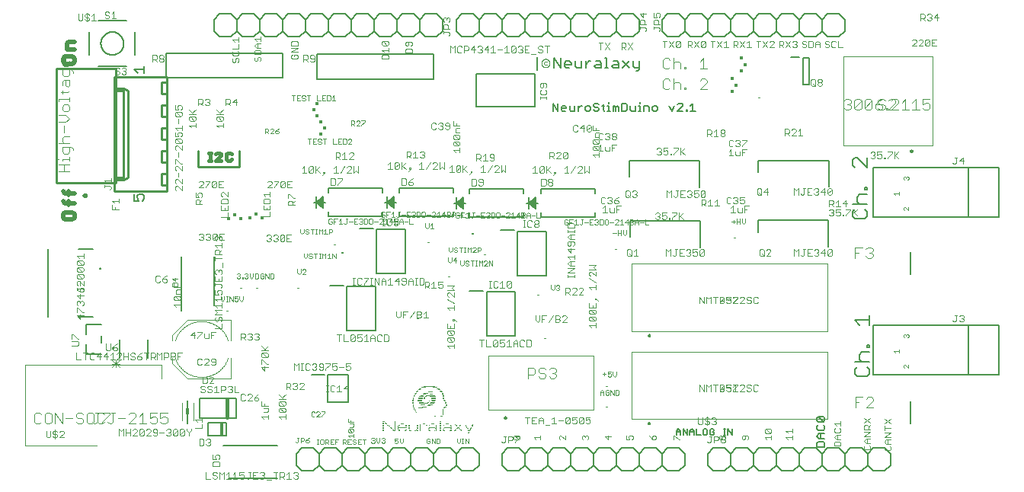
<source format=gbr>
G04 EAGLE Gerber RS-274X export*
G75*
%MOMM*%
%FSLAX34Y34*%
%LPD*%
%INSilkscreen Top*%
%IPPOS*%
%AMOC8*
5,1,8,0,0,1.08239X$1,22.5*%
G01*
%ADD10C,0.127000*%
%ADD11C,0.101600*%
%ADD12C,0.076200*%
%ADD13C,0.152400*%
%ADD14C,0.381000*%
%ADD15C,0.254000*%
%ADD16C,0.533400*%
%ADD17C,0.050800*%
%ADD18C,0.203200*%
%ADD19R,0.254000X0.084838*%
%ADD20R,0.167637X0.084581*%
%ADD21R,0.083819X0.084581*%
%ADD22R,0.167637X0.084838*%
%ADD23R,0.086363X0.084838*%
%ADD24R,0.170181X0.084838*%
%ADD25R,0.086363X0.084581*%
%ADD26R,0.254000X0.084581*%
%ADD27R,0.170181X0.084581*%
%ADD28R,0.083819X0.084838*%
%ADD29R,0.932181X0.084581*%
%ADD30R,0.675638X0.084581*%
%ADD31R,0.594363X0.084581*%
%ADD32R,0.340363X0.084581*%
%ADD33R,0.337819X0.084581*%
%ADD34R,0.340363X0.084838*%
%ADD35R,0.591819X0.084581*%
%ADD36R,0.508000X0.084581*%
%ADD37R,0.508000X0.084838*%
%ADD38R,0.421637X0.084581*%
%ADD39R,0.424181X0.084581*%
%ADD40R,0.932181X0.084838*%
%ADD41R,0.421637X0.084838*%
%ADD42R,1.099819X0.084581*%
%ADD43R,0.591819X0.084838*%
%ADD44R,0.424181X0.084838*%
%ADD45R,0.594363X0.084838*%
%ADD46R,0.678181X0.084581*%
%ADD47R,1.016000X0.084581*%
%ADD48R,0.845819X0.084838*%
%ADD49R,0.337819X0.084838*%
%ADD50R,1.270000X0.084581*%
%ADD51R,0.325000X0.425000*%
%ADD52R,0.350000X0.350000*%
%ADD53C,0.177800*%
%ADD54C,0.070000*%
%ADD55R,0.300000X0.700000*%
%ADD56C,0.406400*%
%ADD57C,0.304800*%
%ADD58C,0.200000*%
%ADD59C,0.025400*%
%ADD60C,0.100000*%
%ADD61C,0.200000*%
%ADD62R,0.425000X0.325000*%
%ADD63C,0.000000*%


D10*
X689189Y52611D02*
X689189Y57187D01*
X691477Y59475D01*
X693765Y57187D01*
X693765Y52611D01*
X693765Y56043D02*
X689189Y56043D01*
X696673Y52611D02*
X696673Y59475D01*
X701249Y52611D01*
X701249Y59475D01*
X704157Y57187D02*
X704157Y52611D01*
X704157Y57187D02*
X706445Y59475D01*
X708733Y57187D01*
X708733Y52611D01*
X708733Y56043D02*
X704157Y56043D01*
X711641Y59475D02*
X711641Y52611D01*
X716217Y52611D01*
X720270Y59475D02*
X722558Y59475D01*
X720270Y59475D02*
X719126Y58331D01*
X719126Y53755D01*
X720270Y52611D01*
X722558Y52611D01*
X723702Y53755D01*
X723702Y58331D01*
X722558Y59475D01*
X730042Y59475D02*
X731186Y58331D01*
X730042Y59475D02*
X727754Y59475D01*
X726610Y58331D01*
X726610Y53755D01*
X727754Y52611D01*
X730042Y52611D01*
X731186Y53755D01*
X731186Y56043D01*
X728898Y56043D01*
X741578Y52611D02*
X743866Y52611D01*
X742722Y52611D02*
X742722Y59475D01*
X741578Y59475D02*
X743866Y59475D01*
X746568Y59475D02*
X746568Y52611D01*
X751143Y52611D02*
X746568Y59475D01*
X751143Y59475D02*
X751143Y52611D01*
D11*
X605092Y481490D02*
X605092Y488608D01*
X602720Y488608D02*
X607465Y488608D01*
X610204Y488608D02*
X614949Y481490D01*
X610204Y481490D02*
X614949Y488608D01*
X628120Y488608D02*
X628120Y481490D01*
X628120Y488608D02*
X631679Y488608D01*
X632865Y487422D01*
X632865Y485049D01*
X631679Y483863D01*
X628120Y483863D01*
X630492Y483863D02*
X632865Y481490D01*
X640349Y481490D02*
X635604Y488608D01*
X640349Y488608D02*
X635604Y481490D01*
D12*
X318355Y47746D02*
X318355Y42407D01*
X318355Y47746D02*
X321025Y47746D01*
X321914Y46856D01*
X321914Y45076D01*
X321025Y44187D01*
X318355Y44187D01*
X320135Y44187D02*
X321914Y42407D01*
X323969Y47746D02*
X327528Y47746D01*
X323969Y47746D02*
X323969Y42407D01*
X327528Y42407D01*
X325748Y45076D02*
X323969Y45076D01*
X332251Y47746D02*
X333141Y46856D01*
X332251Y47746D02*
X330471Y47746D01*
X329582Y46856D01*
X329582Y45966D01*
X330471Y45076D01*
X332251Y45076D01*
X333141Y44187D01*
X333141Y43297D01*
X332251Y42407D01*
X330471Y42407D01*
X329582Y43297D01*
X335195Y47746D02*
X338754Y47746D01*
X335195Y47746D02*
X335195Y42407D01*
X338754Y42407D01*
X336974Y45076D02*
X335195Y45076D01*
X342587Y42407D02*
X342587Y47746D01*
X340808Y47746D02*
X344367Y47746D01*
X350221Y48468D02*
X351111Y49358D01*
X352890Y49358D01*
X353780Y48468D01*
X353780Y47578D01*
X352890Y46688D01*
X352001Y46688D01*
X352890Y46688D02*
X353780Y45799D01*
X353780Y44909D01*
X352890Y44019D01*
X351111Y44019D01*
X350221Y44909D01*
X355834Y45799D02*
X355834Y49358D01*
X355834Y45799D02*
X357614Y44019D01*
X359393Y45799D01*
X359393Y49358D01*
X361447Y48468D02*
X362337Y49358D01*
X364116Y49358D01*
X365006Y48468D01*
X365006Y47578D01*
X364116Y46688D01*
X363227Y46688D01*
X364116Y46688D02*
X365006Y45799D01*
X365006Y44909D01*
X364116Y44019D01*
X362337Y44019D01*
X361447Y44909D01*
X376129Y48596D02*
X379688Y48596D01*
X376129Y48596D02*
X376129Y45926D01*
X377909Y46816D01*
X378798Y46816D01*
X379688Y45926D01*
X379688Y44147D01*
X378798Y43257D01*
X377019Y43257D01*
X376129Y44147D01*
X381742Y45037D02*
X381742Y48596D01*
X381742Y45037D02*
X383522Y43257D01*
X385301Y45037D01*
X385301Y48596D01*
X445217Y48596D02*
X445217Y45037D01*
X446997Y43257D01*
X448776Y45037D01*
X448776Y48596D01*
X450830Y43257D02*
X452610Y43257D01*
X451720Y43257D02*
X451720Y48596D01*
X450830Y48596D02*
X452610Y48596D01*
X454572Y48596D02*
X454572Y43257D01*
X458131Y43257D02*
X454572Y48596D01*
X458131Y48596D02*
X458131Y43257D01*
X415248Y47706D02*
X414358Y48596D01*
X412579Y48596D01*
X411689Y47706D01*
X411689Y44147D01*
X412579Y43257D01*
X414358Y43257D01*
X415248Y44147D01*
X415248Y45926D01*
X413469Y45926D01*
X417302Y43257D02*
X417302Y48596D01*
X420861Y43257D01*
X420861Y48596D01*
X422915Y48596D02*
X422915Y43257D01*
X425584Y43257D01*
X426474Y44147D01*
X426474Y47706D01*
X425584Y48596D01*
X422915Y48596D01*
D11*
X261151Y474551D02*
X262337Y475737D01*
X261151Y474551D02*
X261151Y472178D01*
X262337Y470992D01*
X267082Y470992D01*
X268269Y472178D01*
X268269Y474551D01*
X267082Y475737D01*
X264710Y475737D01*
X264710Y473364D01*
X268269Y478476D02*
X261151Y478476D01*
X268269Y483221D01*
X261151Y483221D01*
X261151Y485960D02*
X268269Y485960D01*
X268269Y489519D01*
X267082Y490705D01*
X262337Y490705D01*
X261151Y489519D01*
X261151Y485960D01*
X509140Y47658D02*
X513886Y47658D01*
X509140Y47658D02*
X507954Y48844D01*
X507954Y51217D01*
X509140Y52403D01*
X513886Y52403D01*
X515072Y51217D01*
X515072Y48844D01*
X513886Y47658D01*
X509140Y52403D01*
X530814Y50031D02*
X533187Y47658D01*
X530814Y50031D02*
X537932Y50031D01*
X537932Y52403D02*
X537932Y47658D01*
X565872Y47658D02*
X565872Y52403D01*
X565872Y47658D02*
X561127Y52403D01*
X559940Y52403D01*
X558754Y51217D01*
X558754Y48844D01*
X559940Y47658D01*
X584154Y48844D02*
X585340Y47658D01*
X584154Y48844D02*
X584154Y51217D01*
X585340Y52403D01*
X586527Y52403D01*
X587713Y51217D01*
X587713Y50031D01*
X587713Y51217D02*
X588899Y52403D01*
X590086Y52403D01*
X591272Y51217D01*
X591272Y48844D01*
X590086Y47658D01*
X609554Y51217D02*
X616672Y51217D01*
X613113Y47658D02*
X609554Y51217D01*
X613113Y52403D02*
X613113Y47658D01*
X633684Y47658D02*
X633684Y52403D01*
X633684Y47658D02*
X637243Y47658D01*
X636057Y50031D01*
X636057Y51217D01*
X637243Y52403D01*
X639616Y52403D01*
X640802Y51217D01*
X640802Y48844D01*
X639616Y47658D01*
X659084Y52403D02*
X660270Y50031D01*
X662643Y47658D01*
X665016Y47658D01*
X666202Y48844D01*
X666202Y51217D01*
X665016Y52403D01*
X663829Y52403D01*
X662643Y51217D01*
X662643Y47658D01*
X685754Y47658D02*
X685754Y52403D01*
X686940Y52403D01*
X691686Y47658D01*
X692872Y47658D01*
X833541Y489762D02*
X832355Y490948D01*
X829982Y490948D01*
X828796Y489762D01*
X828796Y488575D01*
X829982Y487389D01*
X832355Y487389D01*
X833541Y486203D01*
X833541Y485016D01*
X832355Y483830D01*
X829982Y483830D01*
X828796Y485016D01*
X836280Y483830D02*
X836280Y490948D01*
X836280Y483830D02*
X839839Y483830D01*
X841025Y485016D01*
X841025Y489762D01*
X839839Y490948D01*
X836280Y490948D01*
X843764Y488575D02*
X843764Y483830D01*
X843764Y488575D02*
X846137Y490948D01*
X848509Y488575D01*
X848509Y483830D01*
X848509Y487389D02*
X843764Y487389D01*
X857755Y490948D02*
X858941Y489762D01*
X857755Y490948D02*
X855382Y490948D01*
X854196Y489762D01*
X854196Y488575D01*
X855382Y487389D01*
X857755Y487389D01*
X858941Y486203D01*
X858941Y485016D01*
X857755Y483830D01*
X855382Y483830D01*
X854196Y485016D01*
X865239Y490948D02*
X866425Y489762D01*
X865239Y490948D02*
X862866Y490948D01*
X861680Y489762D01*
X861680Y485016D01*
X862866Y483830D01*
X865239Y483830D01*
X866425Y485016D01*
X869164Y483830D02*
X869164Y490948D01*
X869164Y483830D02*
X873909Y483830D01*
X736554Y48844D02*
X737740Y47658D01*
X736554Y48844D02*
X736554Y51217D01*
X737740Y52403D01*
X738927Y52403D01*
X740113Y51217D01*
X741299Y52403D01*
X742486Y52403D01*
X743672Y51217D01*
X743672Y48844D01*
X742486Y47658D01*
X741299Y47658D01*
X740113Y48844D01*
X738927Y47658D01*
X737740Y47658D01*
X740113Y48844D02*
X740113Y51217D01*
X767886Y47658D02*
X769072Y48844D01*
X769072Y51217D01*
X767886Y52403D01*
X763140Y52403D01*
X761954Y51217D01*
X761954Y48844D01*
X763140Y47658D01*
X764327Y47658D01*
X765513Y48844D01*
X765513Y52403D01*
D12*
X787227Y49988D02*
X789684Y47531D01*
X787227Y49988D02*
X794599Y49988D01*
X794599Y47531D02*
X794599Y52446D01*
X793370Y55015D02*
X788455Y55015D01*
X787227Y56244D01*
X787227Y58701D01*
X788455Y59930D01*
X793370Y59930D01*
X794599Y58701D01*
X794599Y56244D01*
X793370Y55015D01*
X788455Y59930D01*
D11*
X810722Y50031D02*
X813095Y47658D01*
X810722Y50031D02*
X817840Y50031D01*
X817840Y52403D02*
X817840Y47658D01*
X813095Y55142D02*
X810722Y57515D01*
X817840Y57515D01*
X817840Y55142D02*
X817840Y59888D01*
D10*
X845052Y39149D02*
X853949Y39149D01*
X853949Y43598D01*
X852466Y45081D01*
X846535Y45081D01*
X845052Y43598D01*
X845052Y39149D01*
X848017Y48504D02*
X853949Y48504D01*
X848017Y48504D02*
X845052Y51470D01*
X848017Y54436D01*
X853949Y54436D01*
X849500Y54436D02*
X849500Y48504D01*
X845052Y62308D02*
X846535Y63791D01*
X845052Y62308D02*
X845052Y59343D01*
X846535Y57860D01*
X852466Y57860D01*
X853949Y59343D01*
X853949Y62308D01*
X852466Y63791D01*
X852466Y67215D02*
X846535Y67215D01*
X845052Y68698D01*
X845052Y71664D01*
X846535Y73147D01*
X852466Y73147D01*
X853949Y71664D01*
X853949Y68698D01*
X852466Y67215D01*
X846535Y73147D01*
D11*
X864739Y40715D02*
X871857Y40715D01*
X871857Y44274D01*
X870671Y45461D01*
X865925Y45461D01*
X864739Y44274D01*
X864739Y40715D01*
X867112Y48200D02*
X871857Y48200D01*
X867112Y48200D02*
X864739Y50572D01*
X867112Y52945D01*
X871857Y52945D01*
X868298Y52945D02*
X868298Y48200D01*
X864739Y59243D02*
X865925Y60429D01*
X864739Y59243D02*
X864739Y56870D01*
X865925Y55684D01*
X870671Y55684D01*
X871857Y56870D01*
X871857Y59243D01*
X870671Y60429D01*
X867112Y63168D02*
X864739Y65541D01*
X871857Y65541D01*
X871857Y67913D02*
X871857Y63168D01*
X897758Y40042D02*
X898944Y41228D01*
X897758Y40042D02*
X897758Y37669D01*
X898944Y36483D01*
X903690Y36483D01*
X904876Y37669D01*
X904876Y40042D01*
X903690Y41228D01*
X904876Y43967D02*
X900131Y43967D01*
X897758Y46339D01*
X900131Y48712D01*
X904876Y48712D01*
X901317Y48712D02*
X901317Y43967D01*
X904876Y51451D02*
X897758Y51451D01*
X904876Y56196D01*
X897758Y56196D01*
X897758Y58935D02*
X904876Y58935D01*
X897758Y58935D02*
X897758Y62494D01*
X898944Y63680D01*
X901317Y63680D01*
X902503Y62494D01*
X902503Y58935D01*
X902503Y61308D02*
X904876Y63680D01*
X904876Y71165D02*
X897758Y66419D01*
X897758Y71165D02*
X904876Y66419D01*
X921381Y40381D02*
X920195Y39195D01*
X920195Y36822D01*
X921381Y35636D01*
X926127Y35636D01*
X927313Y36822D01*
X927313Y39195D01*
X926127Y40381D01*
X927313Y43120D02*
X922568Y43120D01*
X920195Y45493D01*
X922568Y47865D01*
X927313Y47865D01*
X923754Y47865D02*
X923754Y43120D01*
X927313Y50604D02*
X920195Y50604D01*
X927313Y55350D01*
X920195Y55350D01*
X920195Y60461D02*
X927313Y60461D01*
X920195Y58088D02*
X920195Y62834D01*
X920195Y65573D02*
X927313Y70318D01*
X927313Y65573D02*
X920195Y70318D01*
X729568Y483830D02*
X729568Y490948D01*
X727196Y490948D02*
X731941Y490948D01*
X734680Y490948D02*
X739425Y483830D01*
X734680Y483830D02*
X739425Y490948D01*
X742164Y488575D02*
X744537Y490948D01*
X744537Y483830D01*
X746909Y483830D02*
X742164Y483830D01*
X752596Y483830D02*
X752596Y490948D01*
X756155Y490948D01*
X757341Y489762D01*
X757341Y487389D01*
X756155Y486203D01*
X752596Y486203D01*
X754968Y486203D02*
X757341Y483830D01*
X764825Y483830D02*
X760080Y490948D01*
X764825Y490948D02*
X760080Y483830D01*
X767564Y488575D02*
X769937Y490948D01*
X769937Y483830D01*
X772309Y483830D02*
X767564Y483830D01*
X701796Y483830D02*
X701796Y490948D01*
X705355Y490948D01*
X706541Y489762D01*
X706541Y487389D01*
X705355Y486203D01*
X701796Y486203D01*
X704168Y486203D02*
X706541Y483830D01*
X714025Y483830D02*
X709280Y490948D01*
X714025Y490948D02*
X709280Y483830D01*
X716764Y485016D02*
X716764Y489762D01*
X717950Y490948D01*
X720323Y490948D01*
X721509Y489762D01*
X721509Y485016D01*
X720323Y483830D01*
X717950Y483830D01*
X716764Y485016D01*
X721509Y489762D01*
X676228Y490948D02*
X676228Y483830D01*
X673856Y490948D02*
X678601Y490948D01*
X681340Y490948D02*
X686085Y483830D01*
X681340Y483830D02*
X686085Y490948D01*
X688824Y489762D02*
X688824Y485016D01*
X688824Y489762D02*
X690010Y490948D01*
X692383Y490948D01*
X693569Y489762D01*
X693569Y485016D01*
X692383Y483830D01*
X690010Y483830D01*
X688824Y485016D01*
X693569Y489762D01*
X803396Y490948D02*
X803396Y483830D01*
X803396Y490948D02*
X806955Y490948D01*
X808141Y489762D01*
X808141Y487389D01*
X806955Y486203D01*
X803396Y486203D01*
X805768Y486203D02*
X808141Y483830D01*
X815625Y483830D02*
X810880Y490948D01*
X815625Y490948D02*
X810880Y483830D01*
X818364Y489762D02*
X819550Y490948D01*
X821923Y490948D01*
X823109Y489762D01*
X823109Y488575D01*
X821923Y487389D01*
X820737Y487389D01*
X821923Y487389D02*
X823109Y486203D01*
X823109Y485016D01*
X821923Y483830D01*
X819550Y483830D01*
X818364Y485016D01*
X780368Y483830D02*
X780368Y490948D01*
X777996Y490948D02*
X782741Y490948D01*
X785480Y490948D02*
X790225Y483830D01*
X785480Y483830D02*
X790225Y490948D01*
X792964Y483830D02*
X797709Y483830D01*
X792964Y483830D02*
X797709Y488575D01*
X797709Y489762D01*
X796523Y490948D01*
X794150Y490948D01*
X792964Y489762D01*
X221465Y473222D02*
X220279Y472036D01*
X220279Y469663D01*
X221465Y468477D01*
X222652Y468477D01*
X223838Y469663D01*
X223838Y472036D01*
X225024Y473222D01*
X226211Y473222D01*
X227397Y472036D01*
X227397Y469663D01*
X226211Y468477D01*
X227397Y475961D02*
X220279Y475961D01*
X227397Y475961D02*
X227397Y479520D01*
X226211Y480706D01*
X221465Y480706D01*
X220279Y479520D01*
X220279Y475961D01*
X222652Y483445D02*
X227397Y483445D01*
X222652Y483445D02*
X220279Y485818D01*
X222652Y488190D01*
X227397Y488190D01*
X223838Y488190D02*
X223838Y483445D01*
X222652Y490929D02*
X220279Y493302D01*
X227397Y493302D01*
X227397Y490929D02*
X227397Y495675D01*
X196999Y472118D02*
X195813Y470932D01*
X195813Y468559D01*
X196999Y467373D01*
X198185Y467373D01*
X199372Y468559D01*
X199372Y470932D01*
X200558Y472118D01*
X201744Y472118D01*
X202931Y470932D01*
X202931Y468559D01*
X201744Y467373D01*
X195813Y478416D02*
X196999Y479602D01*
X195813Y478416D02*
X195813Y476043D01*
X196999Y474857D01*
X201744Y474857D01*
X202931Y476043D01*
X202931Y478416D01*
X201744Y479602D01*
X202931Y482341D02*
X195813Y482341D01*
X202931Y482341D02*
X202931Y487087D01*
X198185Y489825D02*
X195813Y492198D01*
X202931Y492198D01*
X202931Y489825D02*
X202931Y494571D01*
D12*
X289746Y42407D02*
X291526Y42407D01*
X290636Y42407D02*
X290636Y47746D01*
X289746Y47746D02*
X291526Y47746D01*
X294378Y47746D02*
X296158Y47746D01*
X294378Y47746D02*
X293489Y46856D01*
X293489Y43297D01*
X294378Y42407D01*
X296158Y42407D01*
X297048Y43297D01*
X297048Y46856D01*
X296158Y47746D01*
X299102Y47746D02*
X299102Y42407D01*
X299102Y47746D02*
X301771Y47746D01*
X302661Y46856D01*
X302661Y45076D01*
X301771Y44187D01*
X299102Y44187D01*
X300881Y44187D02*
X302661Y42407D01*
X304715Y47746D02*
X308274Y47746D01*
X304715Y47746D02*
X304715Y42407D01*
X308274Y42407D01*
X306494Y45076D02*
X304715Y45076D01*
X310328Y42407D02*
X310328Y47746D01*
X313887Y47746D01*
X312107Y45076D02*
X310328Y45076D01*
X239479Y327693D02*
X234564Y327693D01*
X239479Y332608D01*
X239479Y333837D01*
X238251Y335065D01*
X235793Y335065D01*
X234564Y333837D01*
X242049Y335065D02*
X246963Y335065D01*
X246963Y333837D01*
X242049Y328922D01*
X242049Y327693D01*
X249533Y328922D02*
X249533Y333837D01*
X250761Y335065D01*
X253219Y335065D01*
X254448Y333837D01*
X254448Y328922D01*
X253219Y327693D01*
X250761Y327693D01*
X249533Y328922D01*
X254448Y333837D01*
X257017Y335065D02*
X261932Y335065D01*
X257017Y335065D02*
X257017Y327693D01*
X261932Y327693D01*
X259474Y331379D02*
X257017Y331379D01*
X163279Y327693D02*
X158364Y327693D01*
X163279Y332608D01*
X163279Y333837D01*
X162051Y335065D01*
X159593Y335065D01*
X158364Y333837D01*
X165849Y335065D02*
X170763Y335065D01*
X170763Y333837D01*
X165849Y328922D01*
X165849Y327693D01*
X173333Y328922D02*
X173333Y333837D01*
X174561Y335065D01*
X177019Y335065D01*
X178248Y333837D01*
X178248Y328922D01*
X177019Y327693D01*
X174561Y327693D01*
X173333Y328922D01*
X178248Y333837D01*
X180817Y335065D02*
X185732Y335065D01*
X180817Y335065D02*
X180817Y327693D01*
X185732Y327693D01*
X183274Y331379D02*
X180817Y331379D01*
X264501Y132373D02*
X264501Y125001D01*
X266958Y129916D02*
X264501Y132373D01*
X266958Y129916D02*
X269416Y132373D01*
X269416Y125001D01*
X271985Y125001D02*
X274443Y125001D01*
X273214Y125001D02*
X273214Y132373D01*
X271985Y132373D02*
X274443Y132373D01*
X280661Y132373D02*
X281889Y131145D01*
X280661Y132373D02*
X278203Y132373D01*
X276975Y131145D01*
X276975Y126230D01*
X278203Y125001D01*
X280661Y125001D01*
X281889Y126230D01*
X284459Y131145D02*
X285687Y132373D01*
X288145Y132373D01*
X289374Y131145D01*
X289374Y129916D01*
X288145Y128687D01*
X286916Y128687D01*
X288145Y128687D02*
X289374Y127458D01*
X289374Y126230D01*
X288145Y125001D01*
X285687Y125001D01*
X284459Y126230D01*
X291943Y126230D02*
X293172Y125001D01*
X295629Y125001D01*
X296858Y126230D01*
X296858Y131145D01*
X295629Y132373D01*
X293172Y132373D01*
X291943Y131145D01*
X291943Y129916D01*
X293172Y128687D01*
X296858Y128687D01*
X299427Y132373D02*
X304342Y132373D01*
X304342Y131145D01*
X299427Y126230D01*
X299427Y125001D01*
X306911Y132373D02*
X311826Y132373D01*
X306911Y132373D02*
X306911Y128687D01*
X309369Y129916D01*
X310597Y129916D01*
X311826Y128687D01*
X311826Y126230D01*
X310597Y125001D01*
X308140Y125001D01*
X306911Y126230D01*
X314395Y128687D02*
X319310Y128687D01*
X321880Y132373D02*
X326794Y132373D01*
X321880Y132373D02*
X321880Y128687D01*
X324337Y129916D01*
X325566Y129916D01*
X326794Y128687D01*
X326794Y126230D01*
X325566Y125001D01*
X323108Y125001D01*
X321880Y126230D01*
D11*
X680212Y471782D02*
X682161Y469833D01*
X680212Y471782D02*
X676314Y471782D01*
X674365Y469833D01*
X674365Y462037D01*
X676314Y460088D01*
X680212Y460088D01*
X682161Y462037D01*
X686059Y460088D02*
X686059Y471782D01*
X688008Y467884D02*
X686059Y465935D01*
X688008Y467884D02*
X691906Y467884D01*
X693855Y465935D01*
X693855Y460088D01*
X697753Y460088D02*
X697753Y462037D01*
X699702Y462037D01*
X699702Y460088D01*
X697753Y460088D01*
X715294Y467884D02*
X719192Y471782D01*
X719192Y460088D01*
X715294Y460088D02*
X723090Y460088D01*
X682161Y446973D02*
X680212Y448922D01*
X676314Y448922D01*
X674365Y446973D01*
X674365Y439177D01*
X676314Y437228D01*
X680212Y437228D01*
X682161Y439177D01*
X686059Y437228D02*
X686059Y448922D01*
X688008Y445024D02*
X686059Y443075D01*
X688008Y445024D02*
X691906Y445024D01*
X693855Y443075D01*
X693855Y437228D01*
X697753Y437228D02*
X697753Y439177D01*
X699702Y439177D01*
X699702Y437228D01*
X697753Y437228D01*
X715294Y437228D02*
X723090Y437228D01*
X715294Y437228D02*
X723090Y445024D01*
X723090Y446973D01*
X721141Y448922D01*
X717243Y448922D01*
X715294Y446973D01*
D13*
X889880Y128609D02*
X887168Y125897D01*
X887168Y120474D01*
X889880Y117762D01*
X900726Y117762D01*
X903438Y120474D01*
X903438Y125897D01*
X900726Y128609D01*
X903438Y134134D02*
X887168Y134134D01*
X892591Y136845D02*
X895303Y134134D01*
X892591Y136845D02*
X892591Y142269D01*
X895303Y144980D01*
X903438Y144980D01*
X903438Y150505D02*
X900726Y150505D01*
X900726Y153217D01*
X903438Y153217D01*
X903438Y150505D01*
X892591Y175062D02*
X887168Y180486D01*
X903438Y180486D01*
X903438Y185909D02*
X903438Y175062D01*
X884628Y301157D02*
X887340Y303869D01*
X884628Y301157D02*
X884628Y295734D01*
X887340Y293022D01*
X898186Y293022D01*
X900898Y295734D01*
X900898Y301157D01*
X898186Y303869D01*
X900898Y309394D02*
X884628Y309394D01*
X890051Y312105D02*
X892763Y309394D01*
X890051Y312105D02*
X890051Y317529D01*
X892763Y320240D01*
X900898Y320240D01*
X900898Y325765D02*
X898186Y325765D01*
X898186Y328477D01*
X900898Y328477D01*
X900898Y325765D01*
X900898Y350322D02*
X900898Y361169D01*
X900898Y350322D02*
X890051Y361169D01*
X887340Y361169D01*
X884628Y358457D01*
X884628Y353034D01*
X887340Y350322D01*
D14*
X172471Y357665D02*
X169505Y357665D01*
X170988Y357665D02*
X170988Y366563D01*
X169505Y366563D02*
X172471Y366563D01*
X177301Y357665D02*
X183233Y357665D01*
X177301Y357665D02*
X183233Y363597D01*
X183233Y365080D01*
X181750Y366563D01*
X178784Y366563D01*
X177301Y365080D01*
X193444Y366563D02*
X194927Y365080D01*
X193444Y366563D02*
X190478Y366563D01*
X188995Y365080D01*
X188995Y359148D01*
X190478Y357665D01*
X193444Y357665D01*
X194927Y359148D01*
D15*
X157440Y350680D02*
X157440Y368460D01*
X157440Y350680D02*
X203160Y350680D01*
X203160Y368460D01*
D16*
X7696Y467460D02*
X7696Y471612D01*
X7696Y467460D02*
X9772Y465384D01*
X18077Y465384D01*
X20153Y467460D01*
X20153Y471612D01*
X18077Y473688D01*
X9772Y473688D01*
X7696Y471612D01*
X11849Y481755D02*
X20153Y481755D01*
X11849Y481755D02*
X11849Y487984D01*
X13925Y490060D01*
X20153Y490060D01*
X7696Y298515D02*
X7696Y294363D01*
X9772Y292287D01*
X18077Y292287D01*
X20153Y294363D01*
X20153Y298515D01*
X18077Y300591D01*
X9772Y300591D01*
X7696Y298515D01*
X9772Y310734D02*
X20153Y310734D01*
X9772Y310734D02*
X7696Y312810D01*
X13925Y312810D02*
X13925Y308658D01*
X9772Y321649D02*
X20153Y321649D01*
X9772Y321649D02*
X7696Y323725D01*
X13925Y323725D02*
X13925Y319573D01*
D11*
X14692Y346108D02*
X2998Y346108D01*
X8845Y346108D02*
X8845Y353904D01*
X2998Y353904D02*
X14692Y353904D01*
X6896Y357802D02*
X6896Y359751D01*
X14692Y359751D01*
X14692Y357802D02*
X14692Y361700D01*
X2998Y359751D02*
X1049Y359751D01*
X18590Y369496D02*
X18590Y371445D01*
X16641Y373394D01*
X6896Y373394D01*
X6896Y367547D01*
X8845Y365598D01*
X12743Y365598D01*
X14692Y367547D01*
X14692Y373394D01*
X14692Y377292D02*
X2998Y377292D01*
X6896Y379241D02*
X8845Y377292D01*
X6896Y379241D02*
X6896Y383139D01*
X8845Y385088D01*
X14692Y385088D01*
X8845Y388986D02*
X8845Y396782D01*
X10794Y400680D02*
X2998Y400680D01*
X10794Y400680D02*
X14692Y404578D01*
X10794Y408476D01*
X2998Y408476D01*
X14692Y414323D02*
X14692Y418221D01*
X12743Y420170D01*
X8845Y420170D01*
X6896Y418221D01*
X6896Y414323D01*
X8845Y412374D01*
X12743Y412374D01*
X14692Y414323D01*
X2998Y424068D02*
X2998Y426017D01*
X14692Y426017D01*
X14692Y424068D02*
X14692Y427966D01*
X12743Y433813D02*
X4947Y433813D01*
X12743Y433813D02*
X14692Y435762D01*
X6896Y435762D02*
X6896Y431864D01*
X6896Y441609D02*
X6896Y445507D01*
X8845Y447456D01*
X14692Y447456D01*
X14692Y441609D01*
X12743Y439660D01*
X10794Y441609D01*
X10794Y447456D01*
X18590Y455252D02*
X18590Y457201D01*
X16641Y459150D01*
X6896Y459150D01*
X6896Y453303D01*
X8845Y451354D01*
X12743Y451354D01*
X14692Y453303D01*
X14692Y459150D01*
X14692Y464997D02*
X14692Y468895D01*
X14692Y464997D02*
X12743Y463048D01*
X8845Y463048D01*
X6896Y464997D01*
X6896Y468895D01*
X8845Y470844D01*
X10794Y470844D01*
X10794Y463048D01*
D13*
X551902Y421553D02*
X551902Y412910D01*
X557664Y412910D02*
X551902Y421553D01*
X557664Y421553D02*
X557664Y412910D01*
X562698Y412910D02*
X565579Y412910D01*
X562698Y412910D02*
X561257Y414351D01*
X561257Y417232D01*
X562698Y418672D01*
X565579Y418672D01*
X567019Y417232D01*
X567019Y415791D01*
X561257Y415791D01*
X570612Y414351D02*
X570612Y418672D01*
X570612Y414351D02*
X572053Y412910D01*
X576375Y412910D01*
X576375Y418672D01*
X579968Y418672D02*
X579968Y412910D01*
X579968Y415791D02*
X582849Y418672D01*
X584289Y418672D01*
X589204Y412910D02*
X592085Y412910D01*
X593526Y414351D01*
X593526Y417232D01*
X592085Y418672D01*
X589204Y418672D01*
X587764Y417232D01*
X587764Y414351D01*
X589204Y412910D01*
X601440Y421553D02*
X602881Y420113D01*
X601440Y421553D02*
X598559Y421553D01*
X597119Y420113D01*
X597119Y418672D01*
X598559Y417232D01*
X601440Y417232D01*
X602881Y415791D01*
X602881Y414351D01*
X601440Y412910D01*
X598559Y412910D01*
X597119Y414351D01*
X607914Y414351D02*
X607914Y420113D01*
X607914Y414351D02*
X609355Y412910D01*
X609355Y418672D02*
X606474Y418672D01*
X612711Y418672D02*
X614151Y418672D01*
X614151Y412910D01*
X612711Y412910D02*
X615592Y412910D01*
X614151Y421553D02*
X614151Y422994D01*
X618947Y418672D02*
X618947Y412910D01*
X618947Y418672D02*
X620388Y418672D01*
X621829Y417232D01*
X621829Y412910D01*
X621829Y417232D02*
X623269Y418672D01*
X624710Y417232D01*
X624710Y412910D01*
X628303Y412910D02*
X628303Y421553D01*
X628303Y412910D02*
X632624Y412910D01*
X634065Y414351D01*
X634065Y420113D01*
X632624Y421553D01*
X628303Y421553D01*
X637658Y418672D02*
X637658Y414351D01*
X639098Y412910D01*
X643420Y412910D01*
X643420Y418672D01*
X647013Y418672D02*
X648454Y418672D01*
X648454Y412910D01*
X649894Y412910D02*
X647013Y412910D01*
X648454Y421553D02*
X648454Y422994D01*
X653250Y418672D02*
X653250Y412910D01*
X653250Y418672D02*
X657572Y418672D01*
X659012Y417232D01*
X659012Y412910D01*
X664046Y412910D02*
X666927Y412910D01*
X668367Y414351D01*
X668367Y417232D01*
X666927Y418672D01*
X664046Y418672D01*
X662605Y417232D01*
X662605Y414351D01*
X664046Y412910D01*
X681315Y418672D02*
X684197Y412910D01*
X687078Y418672D01*
X690671Y412910D02*
X696433Y412910D01*
X690671Y412910D02*
X696433Y418672D01*
X696433Y420113D01*
X694992Y421553D01*
X692111Y421553D01*
X690671Y420113D01*
X700026Y414351D02*
X700026Y412910D01*
X700026Y414351D02*
X701466Y414351D01*
X701466Y412910D01*
X700026Y412910D01*
X704703Y418672D02*
X707584Y421553D01*
X707584Y412910D01*
X704703Y412910D02*
X710466Y412910D01*
D17*
X545511Y468041D02*
X542714Y468041D01*
X541782Y467108D01*
X541782Y465244D01*
X542714Y464312D01*
X545511Y464312D01*
D11*
X539202Y466250D02*
X539204Y466385D01*
X539210Y466520D01*
X539220Y466654D01*
X539234Y466788D01*
X539252Y466922D01*
X539273Y467055D01*
X539299Y467187D01*
X539329Y467319D01*
X539362Y467450D01*
X539399Y467579D01*
X539441Y467708D01*
X539485Y467835D01*
X539534Y467961D01*
X539586Y468085D01*
X539642Y468208D01*
X539702Y468329D01*
X539765Y468448D01*
X539831Y468565D01*
X539901Y468680D01*
X539975Y468794D01*
X540052Y468905D01*
X540131Y469013D01*
X540215Y469119D01*
X540301Y469223D01*
X540390Y469324D01*
X540482Y469423D01*
X540577Y469518D01*
X540675Y469611D01*
X540775Y469701D01*
X540878Y469788D01*
X540984Y469872D01*
X541092Y469953D01*
X541202Y470030D01*
X541315Y470104D01*
X541430Y470175D01*
X541547Y470243D01*
X541665Y470307D01*
X541786Y470367D01*
X541908Y470424D01*
X542032Y470477D01*
X542158Y470527D01*
X542284Y470573D01*
X542413Y470615D01*
X542542Y470653D01*
X542672Y470687D01*
X542804Y470718D01*
X542936Y470745D01*
X543069Y470767D01*
X543202Y470786D01*
X543336Y470801D01*
X543471Y470812D01*
X543605Y470819D01*
X543740Y470822D01*
X543875Y470821D01*
X544010Y470816D01*
X544144Y470807D01*
X544279Y470794D01*
X544413Y470777D01*
X544546Y470756D01*
X544678Y470732D01*
X544810Y470703D01*
X544941Y470671D01*
X545071Y470634D01*
X545200Y470594D01*
X545327Y470550D01*
X545453Y470502D01*
X545578Y470451D01*
X545701Y470396D01*
X545823Y470337D01*
X545942Y470275D01*
X546060Y470209D01*
X546176Y470140D01*
X546289Y470068D01*
X546401Y469992D01*
X546510Y469913D01*
X546617Y469831D01*
X546721Y469745D01*
X546823Y469657D01*
X546922Y469565D01*
X547019Y469471D01*
X547112Y469374D01*
X547203Y469274D01*
X547291Y469172D01*
X547375Y469067D01*
X547457Y468959D01*
X547535Y468849D01*
X547610Y468737D01*
X547682Y468623D01*
X547750Y468507D01*
X547815Y468388D01*
X547876Y468268D01*
X547934Y468146D01*
X547988Y468023D01*
X548039Y467898D01*
X548085Y467771D01*
X548128Y467644D01*
X548168Y467515D01*
X548203Y467384D01*
X548235Y467253D01*
X548262Y467121D01*
X548286Y466989D01*
X548306Y466855D01*
X548322Y466721D01*
X548334Y466587D01*
X548342Y466452D01*
X548346Y466317D01*
X548346Y466183D01*
X548342Y466048D01*
X548334Y465913D01*
X548322Y465779D01*
X548306Y465645D01*
X548286Y465511D01*
X548262Y465379D01*
X548235Y465247D01*
X548203Y465116D01*
X548168Y464985D01*
X548128Y464856D01*
X548085Y464729D01*
X548039Y464602D01*
X547988Y464477D01*
X547934Y464354D01*
X547876Y464232D01*
X547815Y464112D01*
X547750Y463993D01*
X547682Y463877D01*
X547610Y463763D01*
X547535Y463651D01*
X547457Y463541D01*
X547375Y463433D01*
X547291Y463328D01*
X547203Y463226D01*
X547112Y463126D01*
X547019Y463029D01*
X546922Y462935D01*
X546823Y462843D01*
X546721Y462755D01*
X546617Y462669D01*
X546510Y462587D01*
X546401Y462508D01*
X546289Y462432D01*
X546176Y462360D01*
X546060Y462291D01*
X545942Y462225D01*
X545823Y462163D01*
X545701Y462104D01*
X545578Y462049D01*
X545453Y461998D01*
X545327Y461950D01*
X545200Y461906D01*
X545071Y461866D01*
X544941Y461829D01*
X544810Y461797D01*
X544678Y461768D01*
X544546Y461744D01*
X544413Y461723D01*
X544279Y461706D01*
X544144Y461693D01*
X544010Y461684D01*
X543875Y461679D01*
X543740Y461678D01*
X543605Y461681D01*
X543471Y461688D01*
X543336Y461699D01*
X543202Y461714D01*
X543069Y461733D01*
X542936Y461755D01*
X542804Y461782D01*
X542672Y461813D01*
X542542Y461847D01*
X542413Y461885D01*
X542284Y461927D01*
X542158Y461973D01*
X542032Y462023D01*
X541908Y462076D01*
X541786Y462133D01*
X541665Y462193D01*
X541547Y462257D01*
X541430Y462325D01*
X541315Y462396D01*
X541202Y462470D01*
X541092Y462547D01*
X540984Y462628D01*
X540878Y462712D01*
X540775Y462799D01*
X540675Y462889D01*
X540577Y462982D01*
X540482Y463077D01*
X540390Y463176D01*
X540301Y463277D01*
X540215Y463381D01*
X540131Y463487D01*
X540052Y463595D01*
X539975Y463706D01*
X539901Y463820D01*
X539831Y463935D01*
X539765Y464052D01*
X539702Y464171D01*
X539642Y464292D01*
X539586Y464415D01*
X539534Y464539D01*
X539485Y464665D01*
X539441Y464792D01*
X539399Y464921D01*
X539362Y465050D01*
X539329Y465181D01*
X539299Y465313D01*
X539273Y465445D01*
X539252Y465578D01*
X539234Y465712D01*
X539220Y465846D01*
X539210Y465980D01*
X539204Y466115D01*
X539202Y466250D01*
D18*
X553426Y461170D02*
X553426Y471847D01*
X560544Y461170D01*
X560544Y471847D01*
X566899Y461170D02*
X570459Y461170D01*
X566899Y461170D02*
X565120Y462950D01*
X565120Y466509D01*
X566899Y468288D01*
X570459Y468288D01*
X572238Y466509D01*
X572238Y464729D01*
X565120Y464729D01*
X576814Y462950D02*
X576814Y468288D01*
X576814Y462950D02*
X578593Y461170D01*
X583932Y461170D01*
X583932Y468288D01*
X588508Y468288D02*
X588508Y461170D01*
X588508Y464729D02*
X592067Y468288D01*
X593846Y468288D01*
X600032Y468288D02*
X603591Y468288D01*
X605371Y466509D01*
X605371Y461170D01*
X600032Y461170D01*
X598253Y462950D01*
X600032Y464729D01*
X605371Y464729D01*
X609947Y471847D02*
X611726Y471847D01*
X611726Y461170D01*
X609947Y461170D02*
X613506Y461170D01*
X619522Y468288D02*
X623081Y468288D01*
X624861Y466509D01*
X624861Y461170D01*
X619522Y461170D01*
X617743Y462950D01*
X619522Y464729D01*
X624861Y464729D01*
X629437Y468288D02*
X636555Y461170D01*
X629437Y461170D02*
X636555Y468288D01*
X641131Y468288D02*
X641131Y462950D01*
X642910Y461170D01*
X648249Y461170D01*
X648249Y459391D02*
X648249Y468288D01*
X648249Y459391D02*
X646469Y457611D01*
X644690Y457611D01*
D17*
X263698Y430187D02*
X263698Y424594D01*
X261834Y430187D02*
X265563Y430187D01*
X267447Y430187D02*
X271176Y430187D01*
X267447Y430187D02*
X267447Y424594D01*
X271176Y424594D01*
X269311Y427390D02*
X267447Y427390D01*
X275857Y430187D02*
X276789Y429255D01*
X275857Y430187D02*
X273992Y430187D01*
X273060Y429255D01*
X273060Y428323D01*
X273992Y427390D01*
X275857Y427390D01*
X276789Y426458D01*
X276789Y425526D01*
X275857Y424594D01*
X273992Y424594D01*
X273060Y425526D01*
X280538Y424594D02*
X280538Y430187D01*
X282402Y430187D02*
X278673Y430187D01*
X289899Y430187D02*
X289899Y424594D01*
X293628Y424594D01*
X295513Y430187D02*
X299241Y430187D01*
X295513Y430187D02*
X295513Y424594D01*
X299241Y424594D01*
X297377Y427390D02*
X295513Y427390D01*
X301126Y424594D02*
X301126Y430187D01*
X301126Y424594D02*
X303922Y424594D01*
X304854Y425526D01*
X304854Y429255D01*
X303922Y430187D01*
X301126Y430187D01*
X306739Y428323D02*
X308603Y430187D01*
X308603Y424594D01*
X306739Y424594D02*
X310467Y424594D01*
X281478Y381927D02*
X281478Y376334D01*
X279614Y381927D02*
X283343Y381927D01*
X285227Y381927D02*
X288956Y381927D01*
X285227Y381927D02*
X285227Y376334D01*
X288956Y376334D01*
X287091Y379130D02*
X285227Y379130D01*
X293637Y381927D02*
X294569Y380995D01*
X293637Y381927D02*
X291772Y381927D01*
X290840Y380995D01*
X290840Y380063D01*
X291772Y379130D01*
X293637Y379130D01*
X294569Y378198D01*
X294569Y377266D01*
X293637Y376334D01*
X291772Y376334D01*
X290840Y377266D01*
X298318Y376334D02*
X298318Y381927D01*
X300182Y381927D02*
X296453Y381927D01*
X307679Y381927D02*
X307679Y376334D01*
X311408Y376334D01*
X313293Y381927D02*
X317021Y381927D01*
X313293Y381927D02*
X313293Y376334D01*
X317021Y376334D01*
X315157Y379130D02*
X313293Y379130D01*
X318906Y376334D02*
X318906Y381927D01*
X318906Y376334D02*
X321702Y376334D01*
X322634Y377266D01*
X322634Y380995D01*
X321702Y381927D01*
X318906Y381927D01*
X324519Y376334D02*
X328247Y376334D01*
X324519Y376334D02*
X328247Y380063D01*
X328247Y380995D01*
X327315Y381927D01*
X325451Y381927D01*
X324519Y380995D01*
D12*
X314496Y164471D02*
X314496Y157099D01*
X312039Y164471D02*
X316954Y164471D01*
X319523Y164471D02*
X319523Y157099D01*
X324438Y157099D01*
X327007Y158328D02*
X327007Y163243D01*
X328236Y164471D01*
X330693Y164471D01*
X331922Y163243D01*
X331922Y158328D01*
X330693Y157099D01*
X328236Y157099D01*
X327007Y158328D01*
X331922Y163243D01*
X334491Y164471D02*
X339406Y164471D01*
X334491Y164471D02*
X334491Y160785D01*
X336949Y162014D01*
X338178Y162014D01*
X339406Y160785D01*
X339406Y158328D01*
X338178Y157099D01*
X335720Y157099D01*
X334491Y158328D01*
X341976Y162014D02*
X344433Y164471D01*
X344433Y157099D01*
X341976Y157099D02*
X346890Y157099D01*
X349460Y157099D02*
X349460Y162014D01*
X351917Y164471D01*
X354375Y162014D01*
X354375Y157099D01*
X354375Y160785D02*
X349460Y160785D01*
X360630Y164471D02*
X361859Y163243D01*
X360630Y164471D02*
X358173Y164471D01*
X356944Y163243D01*
X356944Y158328D01*
X358173Y157099D01*
X360630Y157099D01*
X361859Y158328D01*
X364428Y157099D02*
X364428Y164471D01*
X364428Y157099D02*
X368114Y157099D01*
X369343Y158328D01*
X369343Y163243D01*
X368114Y164471D01*
X364428Y164471D01*
X472992Y158375D02*
X472992Y151003D01*
X470535Y158375D02*
X475450Y158375D01*
X478019Y158375D02*
X478019Y151003D01*
X482934Y151003D01*
X485503Y152232D02*
X485503Y157147D01*
X486732Y158375D01*
X489189Y158375D01*
X490418Y157147D01*
X490418Y152232D01*
X489189Y151003D01*
X486732Y151003D01*
X485503Y152232D01*
X490418Y157147D01*
X492987Y158375D02*
X497902Y158375D01*
X492987Y158375D02*
X492987Y154689D01*
X495445Y155918D01*
X496674Y155918D01*
X497902Y154689D01*
X497902Y152232D01*
X496674Y151003D01*
X494216Y151003D01*
X492987Y152232D01*
X500472Y155918D02*
X502929Y158375D01*
X502929Y151003D01*
X500472Y151003D02*
X505386Y151003D01*
X507956Y151003D02*
X507956Y155918D01*
X510413Y158375D01*
X512871Y155918D01*
X512871Y151003D01*
X512871Y154689D02*
X507956Y154689D01*
X519126Y158375D02*
X520355Y157147D01*
X519126Y158375D02*
X516669Y158375D01*
X515440Y157147D01*
X515440Y152232D01*
X516669Y151003D01*
X519126Y151003D01*
X520355Y152232D01*
X522924Y151003D02*
X522924Y158375D01*
X522924Y151003D02*
X526610Y151003D01*
X527839Y152232D01*
X527839Y157147D01*
X526610Y158375D01*
X522924Y158375D01*
D19*
X456325Y54181D03*
D20*
X458434Y55028D03*
D21*
X458853Y55874D03*
D22*
X384774Y56721D03*
D23*
X396204Y56721D03*
D24*
X418645Y56721D03*
X434723Y56721D03*
X459285Y56721D03*
D25*
X363184Y57568D03*
D26*
X375884Y57568D03*
D27*
X381383Y57568D03*
X388165Y57568D03*
D26*
X393664Y57568D03*
D27*
X399163Y57568D03*
D25*
X401284Y57568D03*
D21*
X404675Y57568D03*
D20*
X415254Y57568D03*
D21*
X420753Y57568D03*
X422455Y57568D03*
D25*
X426684Y57568D03*
D27*
X431345Y57568D03*
D26*
X438545Y57568D03*
D20*
X443194Y57568D03*
D21*
X450395Y57568D03*
D26*
X458865Y57568D03*
D25*
X363184Y58414D03*
D20*
X374614Y58414D03*
D21*
X376735Y58414D03*
D25*
X380964Y58414D03*
X388584Y58414D03*
D21*
X392813Y58414D03*
D27*
X400865Y58414D03*
D21*
X404675Y58414D03*
D25*
X413984Y58414D03*
D21*
X422455Y58414D03*
D25*
X426684Y58414D03*
D20*
X430494Y58414D03*
D27*
X438965Y58414D03*
X444045Y58414D03*
D25*
X449544Y58414D03*
D21*
X458015Y58414D03*
D27*
X460123Y58414D03*
D23*
X363184Y59261D03*
D24*
X373763Y59261D03*
D28*
X376735Y59261D03*
X380113Y59261D03*
D22*
X392394Y59261D03*
D24*
X400865Y59261D03*
D28*
X404675Y59261D03*
D23*
X413984Y59261D03*
D28*
X422455Y59261D03*
D23*
X426684Y59261D03*
D22*
X430494Y59261D03*
D24*
X438965Y59261D03*
X444883Y59261D03*
D28*
X448693Y59261D03*
D23*
X457164Y59261D03*
D28*
X460555Y59261D03*
D25*
X363184Y60108D03*
D27*
X372925Y60108D03*
D21*
X376735Y60108D03*
X380113Y60108D03*
D20*
X392394Y60108D03*
D25*
X401284Y60108D03*
D21*
X404675Y60108D03*
D27*
X414403Y60108D03*
X422023Y60108D03*
D25*
X426684Y60108D03*
D21*
X430913Y60108D03*
D27*
X438965Y60108D03*
D20*
X445734Y60108D03*
D21*
X447855Y60108D03*
D25*
X457164Y60108D03*
D20*
X460974Y60108D03*
D25*
X363184Y60954D03*
D20*
X372074Y60954D03*
D21*
X376735Y60954D03*
D29*
X384355Y60954D03*
D20*
X392394Y60954D03*
D25*
X401284Y60954D03*
D21*
X404675Y60954D03*
D30*
X417794Y60954D03*
D21*
X422455Y60954D03*
D25*
X426684Y60954D03*
D31*
X434304Y60954D03*
D27*
X438965Y60954D03*
D26*
X447004Y60954D03*
D21*
X456313Y60954D03*
X461393Y60954D03*
D23*
X363184Y61801D03*
D24*
X371223Y61801D03*
D28*
X376735Y61801D03*
X380113Y61801D03*
D23*
X388584Y61801D03*
D22*
X392394Y61801D03*
D23*
X401284Y61801D03*
D28*
X404675Y61801D03*
X422455Y61801D03*
D23*
X426684Y61801D03*
D24*
X438965Y61801D03*
D19*
X447004Y61801D03*
D28*
X456313Y61801D03*
D24*
X461825Y61801D03*
D25*
X363184Y62648D03*
D27*
X370385Y62648D03*
D21*
X376735Y62648D03*
X380113Y62648D03*
D25*
X388584Y62648D03*
D20*
X392394Y62648D03*
D25*
X401284Y62648D03*
D21*
X404675Y62648D03*
X422455Y62648D03*
D25*
X426684Y62648D03*
D27*
X438965Y62648D03*
D21*
X445315Y62648D03*
X448693Y62648D03*
X455475Y62648D03*
D25*
X462244Y62648D03*
X363184Y63494D03*
D27*
X368683Y63494D03*
D21*
X376735Y63494D03*
D25*
X380964Y63494D03*
X388584Y63494D03*
D20*
X392394Y63494D03*
D25*
X401284Y63494D03*
D21*
X404675Y63494D03*
D25*
X411444Y63494D03*
D21*
X414835Y63494D03*
X422455Y63494D03*
D25*
X426684Y63494D03*
D21*
X430913Y63494D03*
X438533Y63494D03*
D25*
X444464Y63494D03*
D27*
X449125Y63494D03*
D21*
X455475Y63494D03*
D27*
X462663Y63494D03*
D23*
X363184Y64341D03*
D24*
X367845Y64341D03*
D28*
X376735Y64341D03*
D24*
X381383Y64341D03*
D22*
X387314Y64341D03*
X392394Y64341D03*
D23*
X401284Y64341D03*
D28*
X404675Y64341D03*
D23*
X406364Y64341D03*
D24*
X411025Y64341D03*
D22*
X415254Y64341D03*
D24*
X421185Y64341D03*
D23*
X426684Y64341D03*
D19*
X431764Y64341D03*
X437682Y64341D03*
D28*
X443613Y64341D03*
D24*
X449963Y64341D03*
D23*
X454624Y64341D03*
D28*
X463095Y64341D03*
D25*
X363184Y65188D03*
D20*
X366994Y65188D03*
D21*
X376735Y65188D03*
D32*
X384774Y65188D03*
D26*
X408904Y65188D03*
D33*
X418645Y65188D03*
D25*
X426684Y65188D03*
D33*
X434723Y65188D03*
D25*
X363184Y66034D03*
D27*
X366143Y66034D03*
D21*
X376735Y66034D03*
D25*
X426684Y66034D03*
D34*
X364454Y66881D03*
D28*
X376735Y66881D03*
D23*
X426684Y66881D03*
D26*
X364022Y67728D03*
D21*
X376735Y67728D03*
D25*
X426684Y67728D03*
D27*
X421185Y73654D03*
D26*
X428385Y73654D03*
D23*
X429224Y74501D03*
D21*
X430075Y75348D03*
X430075Y76194D03*
D23*
X401284Y77041D03*
D28*
X430075Y77041D03*
D21*
X400433Y77888D03*
X430075Y77888D03*
X399595Y78734D03*
X430075Y78734D03*
D23*
X398744Y79581D03*
D28*
X430075Y79581D03*
D25*
X398744Y80428D03*
D21*
X430075Y80428D03*
X397893Y81274D03*
X430075Y81274D03*
D28*
X397893Y82121D03*
D22*
X430494Y82121D03*
D21*
X397893Y82968D03*
D35*
X404675Y82968D03*
D27*
X431345Y82968D03*
D21*
X397055Y83814D03*
D36*
X409335Y83814D03*
D26*
X432602Y83814D03*
D28*
X397055Y84661D03*
D37*
X411875Y84661D03*
D19*
X433465Y84661D03*
D21*
X397055Y85508D03*
D38*
X413984Y85508D03*
D27*
X433885Y85508D03*
D21*
X397055Y86354D03*
D36*
X407634Y86354D03*
D39*
X415673Y86354D03*
D27*
X433885Y86354D03*
D24*
X396623Y87201D03*
D40*
X408053Y87201D03*
D41*
X416524Y87201D03*
D24*
X433885Y87201D03*
D25*
X396204Y88048D03*
D42*
X408053Y88048D03*
D39*
X417375Y88048D03*
D20*
X433034Y88048D03*
D25*
X396204Y88894D03*
D35*
X405513Y88894D03*
D27*
X413565Y88894D03*
D39*
X418213Y88894D03*
D20*
X433034Y88894D03*
D24*
X396623Y89741D03*
D43*
X404675Y89741D03*
D24*
X414403Y89741D03*
D37*
X418632Y89741D03*
D24*
X432183Y89741D03*
D27*
X396623Y90588D03*
D36*
X404255Y90588D03*
D21*
X414835Y90588D03*
D38*
X419064Y90588D03*
D27*
X432183Y90588D03*
X396623Y91434D03*
D36*
X404255Y91434D03*
X419495Y91434D03*
D27*
X431345Y91434D03*
D28*
X397055Y92281D03*
D37*
X404255Y92281D03*
X419495Y92281D03*
D24*
X431345Y92281D03*
D21*
X397055Y93128D03*
D39*
X404675Y93128D03*
D25*
X408904Y93128D03*
D36*
X419495Y93128D03*
D20*
X430494Y93128D03*
D21*
X397055Y93974D03*
D36*
X405094Y93974D03*
D25*
X408904Y93974D03*
D36*
X419495Y93974D03*
D20*
X430494Y93974D03*
D22*
X397474Y94821D03*
D44*
X405513Y94821D03*
D28*
X409755Y94821D03*
D45*
X419064Y94821D03*
D22*
X430494Y94821D03*
D21*
X397893Y95668D03*
D36*
X405932Y95668D03*
D27*
X411025Y95668D03*
D46*
X418645Y95668D03*
D20*
X430494Y95668D03*
D27*
X398325Y96514D03*
D38*
X406364Y96514D03*
D47*
X416092Y96514D03*
D20*
X430494Y96514D03*
D24*
X398325Y97361D03*
D34*
X407634Y97361D03*
D48*
X416105Y97361D03*
D28*
X430075Y97361D03*
D27*
X399163Y98208D03*
D38*
X408904Y98208D03*
X416524Y98208D03*
D27*
X429643Y98208D03*
D20*
X400014Y99054D03*
D39*
X410593Y99054D03*
D27*
X429643Y99054D03*
D22*
X400014Y99901D03*
D37*
X412714Y99901D03*
D24*
X428805Y99901D03*
D27*
X400865Y100748D03*
D36*
X416092Y100748D03*
D26*
X428385Y100748D03*
D27*
X401703Y101594D03*
D26*
X427522Y101594D03*
D22*
X402554Y102441D03*
D19*
X426684Y102441D03*
D26*
X403824Y103288D03*
X425845Y103288D03*
X404662Y104134D03*
D33*
X424563Y104134D03*
D49*
X406783Y104981D03*
D34*
X422874Y104981D03*
D36*
X408472Y105828D03*
D39*
X420753Y105828D03*
D50*
X414822Y106674D03*
D43*
X414835Y107521D03*
D11*
X369012Y470992D02*
X361894Y470992D01*
X369012Y470992D02*
X369012Y474551D01*
X367825Y475737D01*
X363080Y475737D01*
X361894Y474551D01*
X361894Y470992D01*
X364266Y478476D02*
X361894Y480849D01*
X369012Y480849D01*
X369012Y483221D02*
X369012Y478476D01*
X367825Y485960D02*
X363080Y485960D01*
X361894Y487146D01*
X361894Y489519D01*
X363080Y490705D01*
X367825Y490705D01*
X369012Y489519D01*
X369012Y487146D01*
X367825Y485960D01*
X363080Y490705D01*
X361894Y470992D02*
X369012Y470992D01*
X369012Y474551D01*
X367825Y475737D01*
X363080Y475737D01*
X361894Y474551D01*
X361894Y470992D01*
X364266Y478476D02*
X361894Y480849D01*
X369012Y480849D01*
X369012Y483221D02*
X369012Y478476D01*
X367825Y485960D02*
X363080Y485960D01*
X361894Y487146D01*
X361894Y489519D01*
X363080Y490705D01*
X367825Y490705D01*
X369012Y489519D01*
X369012Y487146D01*
X367825Y485960D01*
X363080Y490705D01*
X388138Y477764D02*
X395256Y477764D01*
X395256Y481323D01*
X394070Y482510D01*
X389324Y482510D01*
X388138Y481323D01*
X388138Y477764D01*
X394070Y485248D02*
X395256Y486435D01*
X395256Y488807D01*
X394070Y489994D01*
X389324Y489994D01*
X388138Y488807D01*
X388138Y486435D01*
X389324Y485248D01*
X390510Y485248D01*
X391697Y486435D01*
X391697Y489994D01*
D51*
X205105Y293785D03*
X191355Y293785D03*
D52*
X198230Y297660D03*
D12*
X190737Y295254D02*
X183365Y295254D01*
X190737Y295254D02*
X190737Y300169D01*
X183365Y302739D02*
X183365Y307653D01*
X183365Y302739D02*
X190737Y302739D01*
X190737Y307653D01*
X187051Y305196D02*
X187051Y302739D01*
X183365Y310223D02*
X190737Y310223D01*
X190737Y313909D01*
X189508Y315138D01*
X184593Y315138D01*
X183365Y313909D01*
X183365Y310223D01*
X190737Y317707D02*
X190737Y322622D01*
X190737Y317707D02*
X185822Y322622D01*
X184593Y322622D01*
X183365Y321393D01*
X183365Y318936D01*
X184593Y317707D01*
D51*
X229075Y294265D03*
X215325Y294265D03*
D52*
X222200Y298140D03*
D12*
X230195Y295734D02*
X237567Y295734D01*
X237567Y300649D01*
X230195Y303219D02*
X230195Y308133D01*
X230195Y303219D02*
X237567Y303219D01*
X237567Y308133D01*
X233881Y305676D02*
X233881Y303219D01*
X230195Y310703D02*
X237567Y310703D01*
X237567Y314389D01*
X236338Y315618D01*
X231423Y315618D01*
X230195Y314389D01*
X230195Y310703D01*
X232652Y318187D02*
X230195Y320644D01*
X237567Y320644D01*
X237567Y318187D02*
X237567Y323102D01*
X162197Y309633D02*
X154825Y309633D01*
X154825Y313319D01*
X156053Y314548D01*
X158511Y314548D01*
X159740Y313319D01*
X159740Y309633D01*
X159740Y312090D02*
X162197Y314548D01*
X154825Y317117D02*
X154825Y322032D01*
X154825Y317117D02*
X158511Y317117D01*
X157282Y319574D01*
X157282Y320803D01*
X158511Y322032D01*
X160968Y322032D01*
X162197Y320803D01*
X162197Y318346D01*
X160968Y317117D01*
X160110Y276703D02*
X158881Y275475D01*
X160110Y276703D02*
X162567Y276703D01*
X163796Y275475D01*
X163796Y274246D01*
X162567Y273017D01*
X161338Y273017D01*
X162567Y273017D02*
X163796Y271788D01*
X163796Y270560D01*
X162567Y269331D01*
X160110Y269331D01*
X158881Y270560D01*
X166365Y275475D02*
X167594Y276703D01*
X170051Y276703D01*
X171280Y275475D01*
X171280Y274246D01*
X170051Y273017D01*
X168823Y273017D01*
X170051Y273017D02*
X171280Y271788D01*
X171280Y270560D01*
X170051Y269331D01*
X167594Y269331D01*
X166365Y270560D01*
X173849Y270560D02*
X173849Y275475D01*
X175078Y276703D01*
X177535Y276703D01*
X178764Y275475D01*
X178764Y270560D01*
X177535Y269331D01*
X175078Y269331D01*
X173849Y270560D01*
X178764Y275475D01*
X181333Y276703D02*
X186248Y276703D01*
X181333Y276703D02*
X181333Y269331D01*
X186248Y269331D01*
X183791Y273017D02*
X181333Y273017D01*
X257695Y308363D02*
X265067Y308363D01*
X257695Y308363D02*
X257695Y312049D01*
X258923Y313278D01*
X261381Y313278D01*
X262610Y312049D01*
X262610Y308363D01*
X262610Y310820D02*
X265067Y313278D01*
X257695Y315847D02*
X257695Y320762D01*
X258923Y320762D01*
X263838Y315847D01*
X265067Y315847D01*
X235040Y275433D02*
X233811Y274205D01*
X235040Y275433D02*
X237497Y275433D01*
X238726Y274205D01*
X238726Y272976D01*
X237497Y271747D01*
X236268Y271747D01*
X237497Y271747D02*
X238726Y270518D01*
X238726Y269290D01*
X237497Y268061D01*
X235040Y268061D01*
X233811Y269290D01*
X241295Y274205D02*
X242524Y275433D01*
X244981Y275433D01*
X246210Y274205D01*
X246210Y272976D01*
X244981Y271747D01*
X243753Y271747D01*
X244981Y271747D02*
X246210Y270518D01*
X246210Y269290D01*
X244981Y268061D01*
X242524Y268061D01*
X241295Y269290D01*
X248779Y269290D02*
X248779Y274205D01*
X250008Y275433D01*
X252465Y275433D01*
X253694Y274205D01*
X253694Y269290D01*
X252465Y268061D01*
X250008Y268061D01*
X248779Y269290D01*
X253694Y274205D01*
X256263Y275433D02*
X261178Y275433D01*
X256263Y275433D02*
X256263Y268061D01*
X261178Y268061D01*
X258721Y271747D02*
X256263Y271747D01*
D18*
X87800Y475490D02*
X87800Y500590D01*
X77800Y462790D02*
X47000Y462790D01*
X37000Y475790D02*
X37000Y500590D01*
X47000Y513590D02*
X77800Y513590D01*
X49700Y488190D02*
X49704Y488502D01*
X49715Y488813D01*
X49734Y489124D01*
X49761Y489435D01*
X49796Y489745D01*
X49837Y490053D01*
X49887Y490361D01*
X49944Y490668D01*
X50009Y490973D01*
X50081Y491276D01*
X50160Y491577D01*
X50247Y491877D01*
X50341Y492174D01*
X50442Y492469D01*
X50551Y492761D01*
X50667Y493050D01*
X50790Y493337D01*
X50919Y493620D01*
X51056Y493900D01*
X51200Y494177D01*
X51350Y494450D01*
X51507Y494719D01*
X51670Y494984D01*
X51840Y495246D01*
X52017Y495503D01*
X52199Y495755D01*
X52388Y496003D01*
X52583Y496247D01*
X52783Y496485D01*
X52990Y496719D01*
X53202Y496947D01*
X53420Y497170D01*
X53643Y497388D01*
X53871Y497600D01*
X54105Y497807D01*
X54343Y498007D01*
X54587Y498202D01*
X54835Y498391D01*
X55087Y498573D01*
X55344Y498750D01*
X55606Y498920D01*
X55871Y499083D01*
X56140Y499240D01*
X56413Y499390D01*
X56690Y499534D01*
X56970Y499671D01*
X57253Y499800D01*
X57540Y499923D01*
X57829Y500039D01*
X58121Y500148D01*
X58416Y500249D01*
X58713Y500343D01*
X59013Y500430D01*
X59314Y500509D01*
X59617Y500581D01*
X59922Y500646D01*
X60229Y500703D01*
X60537Y500753D01*
X60845Y500794D01*
X61155Y500829D01*
X61466Y500856D01*
X61777Y500875D01*
X62088Y500886D01*
X62400Y500890D01*
X62712Y500886D01*
X63023Y500875D01*
X63334Y500856D01*
X63645Y500829D01*
X63955Y500794D01*
X64263Y500753D01*
X64571Y500703D01*
X64878Y500646D01*
X65183Y500581D01*
X65486Y500509D01*
X65787Y500430D01*
X66087Y500343D01*
X66384Y500249D01*
X66679Y500148D01*
X66971Y500039D01*
X67260Y499923D01*
X67547Y499800D01*
X67830Y499671D01*
X68110Y499534D01*
X68387Y499390D01*
X68660Y499240D01*
X68929Y499083D01*
X69194Y498920D01*
X69456Y498750D01*
X69713Y498573D01*
X69965Y498391D01*
X70213Y498202D01*
X70457Y498007D01*
X70695Y497807D01*
X70929Y497600D01*
X71157Y497388D01*
X71380Y497170D01*
X71598Y496947D01*
X71810Y496719D01*
X72017Y496485D01*
X72217Y496247D01*
X72412Y496003D01*
X72601Y495755D01*
X72783Y495503D01*
X72960Y495246D01*
X73130Y494984D01*
X73293Y494719D01*
X73450Y494450D01*
X73600Y494177D01*
X73744Y493900D01*
X73881Y493620D01*
X74010Y493337D01*
X74133Y493050D01*
X74249Y492761D01*
X74358Y492469D01*
X74459Y492174D01*
X74553Y491877D01*
X74640Y491577D01*
X74719Y491276D01*
X74791Y490973D01*
X74856Y490668D01*
X74913Y490361D01*
X74963Y490053D01*
X75004Y489745D01*
X75039Y489435D01*
X75066Y489124D01*
X75085Y488813D01*
X75096Y488502D01*
X75100Y488190D01*
X75096Y487878D01*
X75085Y487567D01*
X75066Y487256D01*
X75039Y486945D01*
X75004Y486635D01*
X74963Y486327D01*
X74913Y486019D01*
X74856Y485712D01*
X74791Y485407D01*
X74719Y485104D01*
X74640Y484803D01*
X74553Y484503D01*
X74459Y484206D01*
X74358Y483911D01*
X74249Y483619D01*
X74133Y483330D01*
X74010Y483043D01*
X73881Y482760D01*
X73744Y482480D01*
X73600Y482203D01*
X73450Y481930D01*
X73293Y481661D01*
X73130Y481396D01*
X72960Y481134D01*
X72783Y480877D01*
X72601Y480625D01*
X72412Y480377D01*
X72217Y480133D01*
X72017Y479895D01*
X71810Y479661D01*
X71598Y479433D01*
X71380Y479210D01*
X71157Y478992D01*
X70929Y478780D01*
X70695Y478573D01*
X70457Y478373D01*
X70213Y478178D01*
X69965Y477989D01*
X69713Y477807D01*
X69456Y477630D01*
X69194Y477460D01*
X68929Y477297D01*
X68660Y477140D01*
X68387Y476990D01*
X68110Y476846D01*
X67830Y476709D01*
X67547Y476580D01*
X67260Y476457D01*
X66971Y476341D01*
X66679Y476232D01*
X66384Y476131D01*
X66087Y476037D01*
X65787Y475950D01*
X65486Y475871D01*
X65183Y475799D01*
X64878Y475734D01*
X64571Y475677D01*
X64263Y475627D01*
X63955Y475586D01*
X63645Y475551D01*
X63334Y475524D01*
X63023Y475505D01*
X62712Y475494D01*
X62400Y475490D01*
X62088Y475494D01*
X61777Y475505D01*
X61466Y475524D01*
X61155Y475551D01*
X60845Y475586D01*
X60537Y475627D01*
X60229Y475677D01*
X59922Y475734D01*
X59617Y475799D01*
X59314Y475871D01*
X59013Y475950D01*
X58713Y476037D01*
X58416Y476131D01*
X58121Y476232D01*
X57829Y476341D01*
X57540Y476457D01*
X57253Y476580D01*
X56970Y476709D01*
X56690Y476846D01*
X56413Y476990D01*
X56140Y477140D01*
X55871Y477297D01*
X55606Y477460D01*
X55344Y477630D01*
X55087Y477807D01*
X54835Y477989D01*
X54587Y478178D01*
X54343Y478373D01*
X54105Y478573D01*
X53871Y478780D01*
X53643Y478992D01*
X53420Y479210D01*
X53202Y479433D01*
X52990Y479661D01*
X52783Y479895D01*
X52583Y480133D01*
X52388Y480377D01*
X52199Y480625D01*
X52017Y480877D01*
X51840Y481134D01*
X51670Y481396D01*
X51507Y481661D01*
X51350Y481930D01*
X51200Y482203D01*
X51056Y482480D01*
X50919Y482760D01*
X50790Y483043D01*
X50667Y483330D01*
X50551Y483619D01*
X50442Y483911D01*
X50341Y484206D01*
X50247Y484503D01*
X50160Y484803D01*
X50081Y485104D01*
X50009Y485407D01*
X49944Y485712D01*
X49887Y486019D01*
X49837Y486327D01*
X49796Y486635D01*
X49761Y486945D01*
X49734Y487256D01*
X49715Y487567D01*
X49704Y487878D01*
X49700Y488190D01*
D12*
X59078Y522147D02*
X57849Y523375D01*
X55391Y523375D01*
X54163Y522147D01*
X54163Y520918D01*
X55391Y519689D01*
X57849Y519689D01*
X59078Y518460D01*
X59078Y517232D01*
X57849Y516003D01*
X55391Y516003D01*
X54163Y517232D01*
X61647Y520918D02*
X64104Y523375D01*
X64104Y516003D01*
X61647Y516003D02*
X66562Y516003D01*
D10*
X64730Y336710D02*
X68540Y336710D01*
D15*
X64730Y324010D02*
X93940Y324010D01*
X64730Y324010D02*
X64730Y336710D01*
X64730Y339250D01*
X64730Y400210D01*
X64730Y451010D02*
X93940Y451010D01*
X64730Y451010D02*
X64730Y400210D01*
X93940Y324010D02*
X123150Y324010D01*
X123150Y400210D01*
X123150Y451010D02*
X93940Y451010D01*
X123150Y444660D02*
X123150Y431960D01*
X123150Y419260D02*
X123150Y406560D01*
X123150Y330360D02*
X123150Y326550D01*
X123150Y330360D02*
X116800Y330360D01*
X116800Y343060D01*
X123150Y343060D01*
X123150Y355760D01*
X116800Y355760D01*
X116800Y368460D01*
X123150Y368460D01*
X123150Y381160D01*
X116800Y381160D01*
X116800Y393860D01*
X123150Y393860D01*
X123150Y381160D01*
X123150Y393860D02*
X123150Y406560D01*
X123150Y419260D02*
X123150Y431960D01*
X123150Y444660D02*
X123150Y451010D01*
X74890Y336710D02*
X64730Y336710D01*
X74890Y336710D02*
X74890Y339250D01*
X74890Y435770D01*
X74890Y438310D01*
X64730Y438310D01*
X79970Y339250D02*
X74890Y336710D01*
X74890Y339250D02*
X64730Y339250D01*
X79970Y339250D02*
X79970Y435770D01*
X74890Y438310D01*
X74890Y435770D02*
X64730Y435770D01*
X116800Y406560D02*
X123150Y406560D01*
X116800Y406560D02*
X116800Y419260D01*
X123150Y419260D01*
X123150Y431960D02*
X116800Y431960D01*
X116800Y444660D01*
X123150Y444660D01*
D53*
X90604Y455440D02*
X86961Y459084D01*
X97892Y459084D01*
X97892Y455440D02*
X97892Y462728D01*
X86453Y320488D02*
X86453Y313200D01*
X91918Y313200D01*
X90096Y316844D01*
X90096Y318666D01*
X91918Y320488D01*
X95562Y320488D01*
X97384Y318666D01*
X97384Y315022D01*
X95562Y313200D01*
D12*
X60808Y327159D02*
X59579Y325930D01*
X60808Y327159D02*
X60808Y328387D01*
X59579Y329616D01*
X53436Y329616D01*
X53436Y328387D02*
X53436Y330845D01*
X55893Y333414D02*
X53436Y335872D01*
X60808Y335872D01*
X60808Y338329D02*
X60808Y333414D01*
X139548Y329575D02*
X139548Y324660D01*
X134633Y329575D01*
X133404Y329575D01*
X132176Y328346D01*
X132176Y325889D01*
X133404Y324660D01*
X139548Y332144D02*
X139548Y337059D01*
X139548Y332144D02*
X134633Y337059D01*
X133404Y337059D01*
X132176Y335830D01*
X132176Y333373D01*
X133404Y332144D01*
X135862Y339628D02*
X135862Y344543D01*
X139548Y347112D02*
X139548Y352027D01*
X139548Y347112D02*
X134633Y352027D01*
X133404Y352027D01*
X132176Y350799D01*
X132176Y348341D01*
X133404Y347112D01*
X132176Y354597D02*
X132176Y359511D01*
X133404Y359511D01*
X138319Y354597D01*
X139548Y354597D01*
X135862Y362081D02*
X135862Y366996D01*
X139548Y369565D02*
X139548Y374480D01*
X139548Y369565D02*
X134633Y374480D01*
X133404Y374480D01*
X132176Y373251D01*
X132176Y370794D01*
X133404Y369565D01*
X133404Y377049D02*
X138319Y377049D01*
X133404Y377049D02*
X132176Y378278D01*
X132176Y380735D01*
X133404Y381964D01*
X138319Y381964D01*
X139548Y380735D01*
X139548Y378278D01*
X138319Y377049D01*
X133404Y381964D01*
X132176Y384533D02*
X132176Y389448D01*
X132176Y384533D02*
X135862Y384533D01*
X134633Y386991D01*
X134633Y388219D01*
X135862Y389448D01*
X138319Y389448D01*
X139548Y388219D01*
X139548Y385762D01*
X138319Y384533D01*
X134633Y392017D02*
X132176Y394475D01*
X139548Y394475D01*
X139548Y396932D02*
X139548Y392017D01*
X135862Y399502D02*
X135862Y404416D01*
X138319Y406986D02*
X133404Y406986D01*
X132176Y408214D01*
X132176Y410672D01*
X133404Y411901D01*
X138319Y411901D01*
X139548Y410672D01*
X139548Y408214D01*
X138319Y406986D01*
X133404Y411901D01*
X132176Y414470D02*
X132176Y419385D01*
X132176Y414470D02*
X135862Y414470D01*
X134633Y416927D01*
X134633Y418156D01*
X135862Y419385D01*
X138319Y419385D01*
X139548Y418156D01*
X139548Y415699D01*
X138319Y414470D01*
D13*
X476210Y495460D02*
X488910Y495460D01*
X476210Y495460D02*
X469860Y501810D01*
X469860Y514510D01*
X476210Y520860D01*
X514310Y495460D02*
X520660Y501810D01*
X514310Y495460D02*
X501610Y495460D01*
X495260Y501810D01*
X495260Y514510D01*
X501610Y520860D01*
X514310Y520860D01*
X520660Y514510D01*
X495260Y501810D02*
X488910Y495460D01*
X495260Y514510D02*
X488910Y520860D01*
X476210Y520860D01*
X552410Y495460D02*
X565110Y495460D01*
X552410Y495460D02*
X546060Y501810D01*
X546060Y514510D01*
X552410Y520860D01*
X546060Y501810D02*
X539710Y495460D01*
X527010Y495460D01*
X520660Y501810D01*
X520660Y514510D01*
X527010Y520860D01*
X539710Y520860D01*
X546060Y514510D01*
X590510Y495460D02*
X596860Y501810D01*
X590510Y495460D02*
X577810Y495460D01*
X571460Y501810D01*
X571460Y514510D01*
X577810Y520860D01*
X590510Y520860D01*
X596860Y514510D01*
X571460Y501810D02*
X565110Y495460D01*
X571460Y514510D02*
X565110Y520860D01*
X552410Y520860D01*
X628610Y495460D02*
X641310Y495460D01*
X628610Y495460D02*
X622260Y501810D01*
X622260Y514510D01*
X628610Y520860D01*
X622260Y501810D02*
X615910Y495460D01*
X603210Y495460D01*
X596860Y501810D01*
X596860Y514510D01*
X603210Y520860D01*
X615910Y520860D01*
X622260Y514510D01*
X647660Y514510D02*
X647660Y501810D01*
X641310Y495460D01*
X647660Y514510D02*
X641310Y520860D01*
X628610Y520860D01*
X463510Y495460D02*
X450810Y495460D01*
X444460Y501810D01*
X444460Y514510D01*
X450810Y520860D01*
X469860Y501810D02*
X463510Y495460D01*
X469860Y514510D02*
X463510Y520860D01*
X450810Y520860D01*
D12*
X654686Y502091D02*
X655915Y503319D01*
X655915Y504548D01*
X654686Y505777D01*
X648543Y505777D01*
X648543Y507005D02*
X648543Y504548D01*
X648543Y509575D02*
X655915Y509575D01*
X648543Y509575D02*
X648543Y513261D01*
X649771Y514490D01*
X652229Y514490D01*
X653458Y513261D01*
X653458Y509575D01*
X655915Y520745D02*
X648543Y520745D01*
X652229Y517059D01*
X652229Y521974D01*
D13*
X226020Y501810D02*
X219670Y495460D01*
X206970Y495460D01*
X200620Y501810D01*
X200620Y514510D01*
X206970Y520860D01*
X219670Y520860D01*
X226020Y514510D01*
X257770Y495460D02*
X270470Y495460D01*
X257770Y495460D02*
X251420Y501810D01*
X251420Y514510D01*
X257770Y520860D01*
X251420Y501810D02*
X245070Y495460D01*
X232370Y495460D01*
X226020Y501810D01*
X226020Y514510D01*
X232370Y520860D01*
X245070Y520860D01*
X251420Y514510D01*
X295870Y495460D02*
X302220Y501810D01*
X295870Y495460D02*
X283170Y495460D01*
X276820Y501810D01*
X276820Y514510D01*
X283170Y520860D01*
X295870Y520860D01*
X302220Y514510D01*
X276820Y501810D02*
X270470Y495460D01*
X276820Y514510D02*
X270470Y520860D01*
X257770Y520860D01*
X333970Y495460D02*
X346670Y495460D01*
X333970Y495460D02*
X327620Y501810D01*
X327620Y514510D01*
X333970Y520860D01*
X327620Y501810D02*
X321270Y495460D01*
X308570Y495460D01*
X302220Y501810D01*
X302220Y514510D01*
X308570Y520860D01*
X321270Y520860D01*
X327620Y514510D01*
X372070Y495460D02*
X378420Y501810D01*
X372070Y495460D02*
X359370Y495460D01*
X353020Y501810D01*
X353020Y514510D01*
X359370Y520860D01*
X372070Y520860D01*
X378420Y514510D01*
X353020Y501810D02*
X346670Y495460D01*
X353020Y514510D02*
X346670Y520860D01*
X333970Y520860D01*
X410170Y495460D02*
X422870Y495460D01*
X410170Y495460D02*
X403820Y501810D01*
X403820Y514510D01*
X410170Y520860D01*
X403820Y501810D02*
X397470Y495460D01*
X384770Y495460D01*
X378420Y501810D01*
X378420Y514510D01*
X384770Y520860D01*
X397470Y520860D01*
X403820Y514510D01*
X429220Y514510D02*
X429220Y501810D01*
X422870Y495460D01*
X429220Y514510D02*
X422870Y520860D01*
X410170Y520860D01*
X194270Y495460D02*
X181570Y495460D01*
X175220Y501810D01*
X175220Y514510D01*
X181570Y520860D01*
X200620Y501810D02*
X194270Y495460D01*
X200620Y514510D02*
X194270Y520860D01*
X181570Y520860D01*
D12*
X436246Y497011D02*
X437475Y498239D01*
X437475Y499468D01*
X436246Y500697D01*
X430103Y500697D01*
X430103Y501925D02*
X430103Y499468D01*
X430103Y504495D02*
X437475Y504495D01*
X430103Y504495D02*
X430103Y508181D01*
X431331Y509410D01*
X433789Y509410D01*
X435018Y508181D01*
X435018Y504495D01*
X431331Y511979D02*
X430103Y513208D01*
X430103Y515665D01*
X431331Y516894D01*
X432560Y516894D01*
X433789Y515665D01*
X433789Y514436D01*
X433789Y515665D02*
X435018Y516894D01*
X436246Y516894D01*
X437475Y515665D01*
X437475Y513208D01*
X436246Y511979D01*
D11*
X194004Y138742D02*
X194004Y115742D01*
X146004Y115742D01*
X129004Y132742D01*
X129004Y138742D01*
X129004Y157742D02*
X129004Y163742D01*
X146004Y180742D01*
X194004Y180742D01*
X194004Y157742D01*
X191004Y138742D02*
X190763Y138024D01*
X190504Y137311D01*
X190228Y136606D01*
X189935Y135907D01*
X189625Y135215D01*
X189298Y134532D01*
X188955Y133856D01*
X188595Y133189D01*
X188219Y132531D01*
X187827Y131883D01*
X187419Y131244D01*
X186996Y130616D01*
X186557Y129998D01*
X186104Y129391D01*
X185635Y128795D01*
X185153Y128211D01*
X184656Y127639D01*
X184145Y127079D01*
X183621Y126532D01*
X183084Y125997D01*
X182533Y125476D01*
X181970Y124969D01*
X181395Y124476D01*
X180808Y123996D01*
X180210Y123532D01*
X179600Y123082D01*
X178979Y122647D01*
X178348Y122227D01*
X177707Y121823D01*
X177057Y121435D01*
X176396Y121063D01*
X175728Y120707D01*
X175050Y120367D01*
X174364Y120044D01*
X173671Y119738D01*
X172971Y119449D01*
X172263Y119178D01*
X171550Y118923D01*
X170830Y118686D01*
X170104Y118467D01*
X169374Y118266D01*
X168639Y118082D01*
X167899Y117917D01*
X167156Y117770D01*
X166409Y117641D01*
X165659Y117530D01*
X164907Y117437D01*
X164153Y117363D01*
X163397Y117308D01*
X162640Y117271D01*
X161883Y117252D01*
X161125Y117252D01*
X160368Y117271D01*
X159611Y117308D01*
X158855Y117363D01*
X158101Y117437D01*
X157349Y117530D01*
X156599Y117641D01*
X155852Y117770D01*
X155109Y117917D01*
X154369Y118082D01*
X153634Y118266D01*
X152904Y118467D01*
X152178Y118686D01*
X151458Y118923D01*
X150745Y119178D01*
X150037Y119449D01*
X149337Y119738D01*
X148644Y120044D01*
X147958Y120367D01*
X147280Y120707D01*
X146612Y121063D01*
X145951Y121435D01*
X145301Y121823D01*
X144660Y122227D01*
X144029Y122647D01*
X143408Y123082D01*
X142798Y123532D01*
X142200Y123996D01*
X141613Y124476D01*
X141038Y124969D01*
X140475Y125476D01*
X139924Y125997D01*
X139387Y126532D01*
X138863Y127079D01*
X138352Y127639D01*
X137855Y128211D01*
X137373Y128795D01*
X136904Y129391D01*
X136451Y129998D01*
X136012Y130616D01*
X135589Y131244D01*
X135181Y131883D01*
X134789Y132531D01*
X134413Y133189D01*
X134053Y133856D01*
X133710Y134532D01*
X133383Y135215D01*
X133073Y135907D01*
X132780Y136606D01*
X132504Y137311D01*
X132245Y138024D01*
X132004Y138742D01*
X132004Y157742D02*
X132245Y158460D01*
X132504Y159173D01*
X132780Y159878D01*
X133073Y160577D01*
X133383Y161269D01*
X133710Y161952D01*
X134053Y162628D01*
X134413Y163295D01*
X134789Y163953D01*
X135181Y164601D01*
X135589Y165240D01*
X136012Y165868D01*
X136451Y166486D01*
X136904Y167093D01*
X137373Y167689D01*
X137855Y168273D01*
X138352Y168845D01*
X138863Y169405D01*
X139387Y169952D01*
X139924Y170487D01*
X140475Y171008D01*
X141038Y171515D01*
X141613Y172008D01*
X142200Y172488D01*
X142798Y172952D01*
X143408Y173402D01*
X144029Y173837D01*
X144660Y174257D01*
X145301Y174661D01*
X145951Y175049D01*
X146612Y175421D01*
X147280Y175777D01*
X147958Y176117D01*
X148644Y176440D01*
X149337Y176746D01*
X150037Y177035D01*
X150745Y177306D01*
X151458Y177561D01*
X152178Y177798D01*
X152904Y178017D01*
X153634Y178218D01*
X154369Y178402D01*
X155109Y178567D01*
X155852Y178714D01*
X156599Y178843D01*
X157349Y178954D01*
X158101Y179047D01*
X158855Y179121D01*
X159611Y179176D01*
X160368Y179213D01*
X161125Y179232D01*
X161883Y179232D01*
X162640Y179213D01*
X163397Y179176D01*
X164153Y179121D01*
X164907Y179047D01*
X165659Y178954D01*
X166409Y178843D01*
X167156Y178714D01*
X167899Y178567D01*
X168639Y178402D01*
X169374Y178218D01*
X170104Y178017D01*
X170830Y177798D01*
X171550Y177561D01*
X172263Y177306D01*
X172971Y177035D01*
X173671Y176746D01*
X174364Y176440D01*
X175050Y176117D01*
X175728Y175777D01*
X176396Y175421D01*
X177057Y175049D01*
X177707Y174661D01*
X178348Y174257D01*
X178979Y173837D01*
X179600Y173402D01*
X180210Y172952D01*
X180808Y172488D01*
X181395Y172008D01*
X181970Y171515D01*
X182533Y171008D01*
X183084Y170487D01*
X183621Y169952D01*
X184145Y169405D01*
X184656Y168845D01*
X185153Y168273D01*
X185635Y167689D01*
X186104Y167093D01*
X186557Y166486D01*
X186996Y165868D01*
X187419Y165240D01*
X187827Y164601D01*
X188219Y163953D01*
X188595Y163295D01*
X188955Y162628D01*
X189298Y161952D01*
X189625Y161269D01*
X189935Y160577D01*
X190228Y159878D01*
X190504Y159173D01*
X190763Y158460D01*
X191004Y157742D01*
D12*
X161847Y136639D02*
X160619Y137867D01*
X158161Y137867D01*
X156933Y136639D01*
X156933Y131724D01*
X158161Y130495D01*
X160619Y130495D01*
X161847Y131724D01*
X164417Y130495D02*
X169332Y130495D01*
X164417Y130495D02*
X169332Y135410D01*
X169332Y136639D01*
X168103Y137867D01*
X165645Y137867D01*
X164417Y136639D01*
X171901Y131724D02*
X173130Y130495D01*
X175587Y130495D01*
X176816Y131724D01*
X176816Y136639D01*
X175587Y137867D01*
X173130Y137867D01*
X171901Y136639D01*
X171901Y135410D01*
X173130Y134181D01*
X176816Y134181D01*
X153135Y160245D02*
X153135Y167617D01*
X149448Y163931D01*
X154363Y163931D01*
X156933Y167617D02*
X161847Y167617D01*
X161847Y166389D01*
X156933Y161474D01*
X156933Y160245D01*
X164417Y161474D02*
X164417Y165160D01*
X164417Y161474D02*
X165645Y160245D01*
X169332Y160245D01*
X169332Y165160D01*
X171901Y167617D02*
X171901Y160245D01*
X171901Y167617D02*
X176816Y167617D01*
X174358Y163931D02*
X171901Y163931D01*
D13*
X425410Y38260D02*
X438110Y38260D01*
X444460Y31910D01*
X444460Y19210D01*
X438110Y12860D01*
X400010Y38260D02*
X393660Y31910D01*
X400010Y38260D02*
X412710Y38260D01*
X419060Y31910D01*
X419060Y19210D01*
X412710Y12860D01*
X400010Y12860D01*
X393660Y19210D01*
X419060Y31910D02*
X425410Y38260D01*
X419060Y19210D02*
X425410Y12860D01*
X438110Y12860D01*
X361910Y38260D02*
X349210Y38260D01*
X361910Y38260D02*
X368260Y31910D01*
X368260Y19210D01*
X361910Y12860D01*
X368260Y31910D02*
X374610Y38260D01*
X387310Y38260D01*
X393660Y31910D01*
X393660Y19210D01*
X387310Y12860D01*
X374610Y12860D01*
X368260Y19210D01*
X323810Y38260D02*
X317460Y31910D01*
X323810Y38260D02*
X336510Y38260D01*
X342860Y31910D01*
X342860Y19210D01*
X336510Y12860D01*
X323810Y12860D01*
X317460Y19210D01*
X342860Y31910D02*
X349210Y38260D01*
X342860Y19210D02*
X349210Y12860D01*
X361910Y12860D01*
X285710Y38260D02*
X273010Y38260D01*
X285710Y38260D02*
X292060Y31910D01*
X292060Y19210D01*
X285710Y12860D01*
X292060Y31910D02*
X298410Y38260D01*
X311110Y38260D01*
X317460Y31910D01*
X317460Y19210D01*
X311110Y12860D01*
X298410Y12860D01*
X292060Y19210D01*
X266660Y19210D02*
X266660Y31910D01*
X273010Y38260D01*
X266660Y19210D02*
X273010Y12860D01*
X285710Y12860D01*
X450810Y38260D02*
X463510Y38260D01*
X469860Y31910D01*
X469860Y19210D01*
X463510Y12860D01*
X444460Y31910D02*
X450810Y38260D01*
X444460Y19210D02*
X450810Y12860D01*
X463510Y12860D01*
D17*
X267084Y44102D02*
X266152Y45034D01*
X267084Y44102D02*
X268016Y44102D01*
X268948Y45034D01*
X268948Y49695D01*
X268016Y49695D02*
X269881Y49695D01*
X271765Y49695D02*
X271765Y44102D01*
X271765Y49695D02*
X274561Y49695D01*
X275494Y48763D01*
X275494Y46898D01*
X274561Y45966D01*
X271765Y45966D01*
X279242Y48763D02*
X281107Y49695D01*
X279242Y48763D02*
X277378Y46898D01*
X277378Y45034D01*
X278310Y44102D01*
X280175Y44102D01*
X281107Y45034D01*
X281107Y45966D01*
X280175Y46898D01*
X277378Y46898D01*
D13*
X654010Y38260D02*
X666710Y38260D01*
X673060Y31910D01*
X673060Y19210D01*
X666710Y12860D01*
X628610Y38260D02*
X622260Y31910D01*
X628610Y38260D02*
X641310Y38260D01*
X647660Y31910D01*
X647660Y19210D01*
X641310Y12860D01*
X628610Y12860D01*
X622260Y19210D01*
X647660Y31910D02*
X654010Y38260D01*
X647660Y19210D02*
X654010Y12860D01*
X666710Y12860D01*
X590510Y38260D02*
X577810Y38260D01*
X590510Y38260D02*
X596860Y31910D01*
X596860Y19210D01*
X590510Y12860D01*
X596860Y31910D02*
X603210Y38260D01*
X615910Y38260D01*
X622260Y31910D01*
X622260Y19210D01*
X615910Y12860D01*
X603210Y12860D01*
X596860Y19210D01*
X552410Y38260D02*
X546060Y31910D01*
X552410Y38260D02*
X565110Y38260D01*
X571460Y31910D01*
X571460Y19210D01*
X565110Y12860D01*
X552410Y12860D01*
X546060Y19210D01*
X571460Y31910D02*
X577810Y38260D01*
X571460Y19210D02*
X577810Y12860D01*
X590510Y12860D01*
X514310Y38260D02*
X501610Y38260D01*
X514310Y38260D02*
X520660Y31910D01*
X520660Y19210D01*
X514310Y12860D01*
X520660Y31910D02*
X527010Y38260D01*
X539710Y38260D01*
X546060Y31910D01*
X546060Y19210D01*
X539710Y12860D01*
X527010Y12860D01*
X520660Y19210D01*
X495260Y19210D02*
X495260Y31910D01*
X501610Y38260D01*
X495260Y19210D02*
X501610Y12860D01*
X514310Y12860D01*
X679410Y38260D02*
X692110Y38260D01*
X698460Y31910D01*
X698460Y19210D01*
X692110Y12860D01*
X673060Y31910D02*
X679410Y38260D01*
X673060Y19210D02*
X679410Y12860D01*
X692110Y12860D01*
D12*
X496108Y44229D02*
X494879Y45458D01*
X496108Y44229D02*
X497336Y44229D01*
X498565Y45458D01*
X498565Y51601D01*
X497336Y51601D02*
X499794Y51601D01*
X502363Y51601D02*
X502363Y44229D01*
X502363Y51601D02*
X506049Y51601D01*
X507278Y50373D01*
X507278Y47915D01*
X506049Y46686D01*
X502363Y46686D01*
X509847Y51601D02*
X514762Y51601D01*
X514762Y50373D01*
X509847Y45458D01*
X509847Y44229D01*
D13*
X831810Y520860D02*
X844510Y520860D01*
X850860Y514510D01*
X850860Y501810D01*
X844510Y495460D01*
X806410Y520860D02*
X800060Y514510D01*
X806410Y520860D02*
X819110Y520860D01*
X825460Y514510D01*
X825460Y501810D01*
X819110Y495460D01*
X806410Y495460D01*
X800060Y501810D01*
X825460Y514510D02*
X831810Y520860D01*
X825460Y501810D02*
X831810Y495460D01*
X844510Y495460D01*
X768310Y520860D02*
X755610Y520860D01*
X768310Y520860D02*
X774660Y514510D01*
X774660Y501810D01*
X768310Y495460D01*
X774660Y514510D02*
X781010Y520860D01*
X793710Y520860D01*
X800060Y514510D01*
X800060Y501810D01*
X793710Y495460D01*
X781010Y495460D01*
X774660Y501810D01*
X730210Y520860D02*
X723860Y514510D01*
X730210Y520860D02*
X742910Y520860D01*
X749260Y514510D01*
X749260Y501810D01*
X742910Y495460D01*
X730210Y495460D01*
X723860Y501810D01*
X749260Y514510D02*
X755610Y520860D01*
X749260Y501810D02*
X755610Y495460D01*
X768310Y495460D01*
X692110Y520860D02*
X679410Y520860D01*
X692110Y520860D02*
X698460Y514510D01*
X698460Y501810D01*
X692110Y495460D01*
X698460Y514510D02*
X704810Y520860D01*
X717510Y520860D01*
X723860Y514510D01*
X723860Y501810D01*
X717510Y495460D01*
X704810Y495460D01*
X698460Y501810D01*
X673060Y501810D02*
X673060Y514510D01*
X679410Y520860D01*
X673060Y501810D02*
X679410Y495460D01*
X692110Y495460D01*
X857210Y520860D02*
X869910Y520860D01*
X876260Y514510D01*
X876260Y501810D01*
X869910Y495460D01*
X850860Y514510D02*
X857210Y520860D01*
X850860Y501810D02*
X857210Y495460D01*
X869910Y495460D01*
D12*
X671155Y503319D02*
X669926Y502091D01*
X671155Y503319D02*
X671155Y504548D01*
X669926Y505777D01*
X663783Y505777D01*
X663783Y507005D02*
X663783Y504548D01*
X663783Y509575D02*
X671155Y509575D01*
X663783Y509575D02*
X663783Y513261D01*
X665011Y514490D01*
X667469Y514490D01*
X668698Y513261D01*
X668698Y509575D01*
X663783Y517059D02*
X663783Y521974D01*
X663783Y517059D02*
X667469Y517059D01*
X666240Y519516D01*
X666240Y520745D01*
X667469Y521974D01*
X669926Y521974D01*
X671155Y520745D01*
X671155Y518288D01*
X669926Y517059D01*
D13*
X882610Y38260D02*
X895310Y38260D01*
X901660Y31910D01*
X901660Y19210D01*
X895310Y12860D01*
X857210Y38260D02*
X850860Y31910D01*
X857210Y38260D02*
X869910Y38260D01*
X876260Y31910D01*
X876260Y19210D01*
X869910Y12860D01*
X857210Y12860D01*
X850860Y19210D01*
X876260Y31910D02*
X882610Y38260D01*
X876260Y19210D02*
X882610Y12860D01*
X895310Y12860D01*
X819110Y38260D02*
X806410Y38260D01*
X819110Y38260D02*
X825460Y31910D01*
X825460Y19210D01*
X819110Y12860D01*
X825460Y31910D02*
X831810Y38260D01*
X844510Y38260D01*
X850860Y31910D01*
X850860Y19210D01*
X844510Y12860D01*
X831810Y12860D01*
X825460Y19210D01*
X781010Y38260D02*
X774660Y31910D01*
X781010Y38260D02*
X793710Y38260D01*
X800060Y31910D01*
X800060Y19210D01*
X793710Y12860D01*
X781010Y12860D01*
X774660Y19210D01*
X800060Y31910D02*
X806410Y38260D01*
X800060Y19210D02*
X806410Y12860D01*
X819110Y12860D01*
X742910Y38260D02*
X730210Y38260D01*
X742910Y38260D02*
X749260Y31910D01*
X749260Y19210D01*
X742910Y12860D01*
X749260Y31910D02*
X755610Y38260D01*
X768310Y38260D01*
X774660Y31910D01*
X774660Y19210D01*
X768310Y12860D01*
X755610Y12860D01*
X749260Y19210D01*
X723860Y19210D02*
X723860Y31910D01*
X730210Y38260D01*
X723860Y19210D02*
X730210Y12860D01*
X742910Y12860D01*
X908010Y38260D02*
X920710Y38260D01*
X927060Y31910D01*
X927060Y19210D01*
X920710Y12860D01*
X901660Y31910D02*
X908010Y38260D01*
X901660Y19210D02*
X908010Y12860D01*
X920710Y12860D01*
D12*
X724708Y44229D02*
X723479Y45458D01*
X724708Y44229D02*
X725936Y44229D01*
X727165Y45458D01*
X727165Y51601D01*
X725936Y51601D02*
X728394Y51601D01*
X730963Y51601D02*
X730963Y44229D01*
X730963Y51601D02*
X734649Y51601D01*
X735878Y50373D01*
X735878Y47915D01*
X734649Y46686D01*
X730963Y46686D01*
X738447Y50373D02*
X739676Y51601D01*
X742133Y51601D01*
X743362Y50373D01*
X743362Y49144D01*
X742133Y47915D01*
X743362Y46686D01*
X743362Y45458D01*
X742133Y44229D01*
X739676Y44229D01*
X738447Y45458D01*
X738447Y46686D01*
X739676Y47915D01*
X738447Y49144D01*
X738447Y50373D01*
X739676Y47915D02*
X742133Y47915D01*
D10*
X146264Y65900D02*
X146264Y90900D01*
D54*
X140014Y88900D02*
X140014Y68900D01*
X152514Y68900D02*
X152514Y88900D01*
D55*
X146264Y78900D03*
D12*
X154386Y60231D02*
X161758Y60231D01*
X161758Y65146D01*
X156843Y67715D02*
X154386Y70173D01*
X161758Y70173D01*
X161758Y72630D02*
X161758Y67715D01*
X70034Y59475D02*
X70034Y52103D01*
X72492Y57018D02*
X70034Y59475D01*
X72492Y57018D02*
X74949Y59475D01*
X74949Y52103D01*
X77518Y52103D02*
X77518Y59475D01*
X77518Y55789D02*
X82433Y55789D01*
X82433Y59475D02*
X82433Y52103D01*
X85003Y52103D02*
X89917Y52103D01*
X85003Y52103D02*
X89917Y57018D01*
X89917Y58247D01*
X88689Y59475D01*
X86231Y59475D01*
X85003Y58247D01*
X92487Y58247D02*
X92487Y53332D01*
X92487Y58247D02*
X93715Y59475D01*
X96173Y59475D01*
X97402Y58247D01*
X97402Y53332D01*
X96173Y52103D01*
X93715Y52103D01*
X92487Y53332D01*
X97402Y58247D01*
X99971Y52103D02*
X104886Y52103D01*
X99971Y52103D02*
X104886Y57018D01*
X104886Y58247D01*
X103657Y59475D01*
X101200Y59475D01*
X99971Y58247D01*
X107455Y53332D02*
X108684Y52103D01*
X111141Y52103D01*
X112370Y53332D01*
X112370Y58247D01*
X111141Y59475D01*
X108684Y59475D01*
X107455Y58247D01*
X107455Y57018D01*
X108684Y55789D01*
X112370Y55789D01*
X114939Y55789D02*
X119854Y55789D01*
X122423Y58247D02*
X123652Y59475D01*
X126110Y59475D01*
X127338Y58247D01*
X127338Y57018D01*
X126110Y55789D01*
X124881Y55789D01*
X126110Y55789D02*
X127338Y54560D01*
X127338Y53332D01*
X126110Y52103D01*
X123652Y52103D01*
X122423Y53332D01*
X129908Y53332D02*
X129908Y58247D01*
X131136Y59475D01*
X133594Y59475D01*
X134822Y58247D01*
X134822Y53332D01*
X133594Y52103D01*
X131136Y52103D01*
X129908Y53332D01*
X134822Y58247D01*
X137392Y58247D02*
X137392Y53332D01*
X137392Y58247D02*
X138620Y59475D01*
X141078Y59475D01*
X142307Y58247D01*
X142307Y53332D01*
X141078Y52103D01*
X138620Y52103D01*
X137392Y53332D01*
X142307Y58247D01*
X144876Y58247D02*
X144876Y59475D01*
X144876Y58247D02*
X147333Y55789D01*
X149791Y58247D01*
X149791Y59475D01*
X147333Y55789D02*
X147333Y52103D01*
X69429Y303327D02*
X62057Y303327D01*
X62057Y308242D01*
X65743Y305784D02*
X65743Y303327D01*
X64514Y310811D02*
X62057Y313268D01*
X69429Y313268D01*
X69429Y310811D02*
X69429Y315726D01*
D10*
X159792Y93456D02*
X199792Y93456D01*
X159792Y93456D02*
X159792Y71456D01*
X199792Y71456D01*
X199792Y93456D01*
D56*
X189792Y92456D02*
X189792Y72456D01*
D12*
X162665Y110269D02*
X162665Y117641D01*
X162665Y110269D02*
X166351Y110269D01*
X167580Y111498D01*
X167580Y116413D01*
X166351Y117641D01*
X162665Y117641D01*
X170149Y110269D02*
X175064Y110269D01*
X170149Y110269D02*
X175064Y115184D01*
X175064Y116413D01*
X173835Y117641D01*
X171378Y117641D01*
X170149Y116413D01*
X164354Y107481D02*
X165583Y106253D01*
X164354Y107481D02*
X161897Y107481D01*
X160668Y106253D01*
X160668Y105024D01*
X161897Y103795D01*
X164354Y103795D01*
X165583Y102566D01*
X165583Y101338D01*
X164354Y100109D01*
X161897Y100109D01*
X160668Y101338D01*
X171838Y107481D02*
X173067Y106253D01*
X171838Y107481D02*
X169381Y107481D01*
X168152Y106253D01*
X168152Y105024D01*
X169381Y103795D01*
X171838Y103795D01*
X173067Y102566D01*
X173067Y101338D01*
X171838Y100109D01*
X169381Y100109D01*
X168152Y101338D01*
X175636Y105024D02*
X178094Y107481D01*
X178094Y100109D01*
X180551Y100109D02*
X175636Y100109D01*
X183121Y100109D02*
X183121Y107481D01*
X186807Y107481D01*
X188035Y106253D01*
X188035Y103795D01*
X186807Y102566D01*
X183121Y102566D01*
X190605Y106253D02*
X191833Y107481D01*
X194291Y107481D01*
X195520Y106253D01*
X195520Y105024D01*
X194291Y103795D01*
X193062Y103795D01*
X194291Y103795D02*
X195520Y102566D01*
X195520Y101338D01*
X194291Y100109D01*
X191833Y100109D01*
X190605Y101338D01*
X198089Y100109D02*
X198089Y107481D01*
X198089Y100109D02*
X203004Y100109D01*
D10*
X188776Y66088D02*
X168776Y66088D01*
X168776Y52088D01*
X188776Y52088D01*
X188776Y66088D01*
D57*
X183776Y64588D02*
X183776Y53588D01*
D12*
X159109Y48553D02*
X159109Y41181D01*
X162795Y41181D01*
X164024Y42410D01*
X164024Y47325D01*
X162795Y48553D01*
X159109Y48553D01*
X166593Y47325D02*
X167822Y48553D01*
X170279Y48553D01*
X171508Y47325D01*
X171508Y46096D01*
X170279Y44867D01*
X169050Y44867D01*
X170279Y44867D02*
X171508Y43638D01*
X171508Y42410D01*
X170279Y41181D01*
X167822Y41181D01*
X166593Y42410D01*
D13*
X122388Y477426D02*
X251420Y477426D01*
X251420Y449994D02*
X122388Y449994D01*
X251420Y449994D02*
X251420Y477426D01*
X122388Y477426D02*
X122388Y449994D01*
D17*
X106934Y467614D02*
X106934Y475241D01*
X110747Y475241D01*
X112018Y473969D01*
X112018Y471427D01*
X110747Y470156D01*
X106934Y470156D01*
X109476Y470156D02*
X112018Y467614D01*
X114418Y473969D02*
X115689Y475241D01*
X118231Y475241D01*
X119503Y473969D01*
X119503Y472698D01*
X118231Y471427D01*
X119503Y470156D01*
X119503Y468885D01*
X118231Y467614D01*
X115689Y467614D01*
X114418Y468885D01*
X114418Y470156D01*
X115689Y471427D01*
X114418Y472698D01*
X114418Y473969D01*
X115689Y471427D02*
X118231Y471427D01*
D13*
X290028Y476156D02*
X419060Y476156D01*
X419060Y448724D02*
X290028Y448724D01*
X419060Y448724D02*
X419060Y476156D01*
X290028Y476156D02*
X290028Y448724D01*
D17*
X274574Y467614D02*
X274574Y475241D01*
X278387Y475241D01*
X279658Y473969D01*
X279658Y471427D01*
X278387Y470156D01*
X274574Y470156D01*
X277116Y470156D02*
X279658Y467614D01*
X282058Y468885D02*
X283329Y467614D01*
X285871Y467614D01*
X287143Y468885D01*
X287143Y473969D01*
X285871Y475241D01*
X283329Y475241D01*
X282058Y473969D01*
X282058Y472698D01*
X283329Y471427D01*
X287143Y471427D01*
D58*
X356070Y281200D02*
X388070Y281200D01*
X388070Y232200D01*
X356070Y232200D01*
X356070Y281200D01*
X352570Y282500D02*
X337320Y282500D01*
D12*
X362472Y286037D02*
X364930Y286037D01*
X363701Y286037D02*
X363701Y293409D01*
X362472Y293409D02*
X364930Y293409D01*
X371148Y293409D02*
X372376Y292181D01*
X371148Y293409D02*
X368690Y293409D01*
X367462Y292181D01*
X367462Y287266D01*
X368690Y286037D01*
X371148Y286037D01*
X372376Y287266D01*
X374946Y293409D02*
X379861Y293409D01*
X374946Y293409D02*
X374946Y289723D01*
X377403Y290952D01*
X378632Y290952D01*
X379861Y289723D01*
X379861Y287266D01*
X378632Y286037D01*
X376174Y286037D01*
X374946Y287266D01*
X351344Y219997D02*
X348887Y219997D01*
X350116Y219997D02*
X350116Y227369D01*
X351344Y227369D02*
X348887Y227369D01*
X353876Y227369D02*
X353876Y219997D01*
X358791Y219997D02*
X353876Y227369D01*
X358791Y227369D02*
X358791Y219997D01*
X361361Y219997D02*
X361361Y224912D01*
X363818Y227369D01*
X366275Y224912D01*
X366275Y219997D01*
X366275Y223683D02*
X361361Y223683D01*
X368845Y224912D02*
X371302Y227369D01*
X371302Y219997D01*
X368845Y219997D02*
X373760Y219997D01*
X380015Y219997D02*
X380015Y227369D01*
X376329Y223683D01*
X381244Y223683D01*
X383813Y221226D02*
X385042Y219997D01*
X387499Y219997D01*
X388728Y221226D01*
X388728Y226141D01*
X387499Y227369D01*
X385042Y227369D01*
X383813Y226141D01*
X383813Y224912D01*
X385042Y223683D01*
X388728Y223683D01*
X391297Y224912D02*
X391297Y219997D01*
X391297Y224912D02*
X393755Y227369D01*
X396212Y224912D01*
X396212Y219997D01*
X396212Y223683D02*
X391297Y223683D01*
X398781Y219997D02*
X401239Y219997D01*
X400010Y219997D02*
X400010Y227369D01*
X398781Y227369D02*
X401239Y227369D01*
X403771Y227369D02*
X403771Y219997D01*
X407457Y219997D01*
X408686Y221226D01*
X408686Y226141D01*
X407457Y227369D01*
X403771Y227369D01*
D58*
X858150Y262290D02*
X858150Y291290D01*
X780150Y291290D01*
X780150Y278290D01*
D12*
X781527Y257891D02*
X781527Y252976D01*
X781527Y257891D02*
X782756Y259119D01*
X785213Y259119D01*
X786442Y257891D01*
X786442Y252976D01*
X785213Y251747D01*
X782756Y251747D01*
X781527Y252976D01*
X783984Y254204D02*
X786442Y251747D01*
X789011Y251747D02*
X793926Y251747D01*
X789011Y251747D02*
X793926Y256662D01*
X793926Y257891D01*
X792697Y259119D01*
X790240Y259119D01*
X789011Y257891D01*
X819899Y259119D02*
X819899Y251747D01*
X822356Y256662D02*
X819899Y259119D01*
X822356Y256662D02*
X824813Y259119D01*
X824813Y251747D01*
X827383Y252976D02*
X828611Y251747D01*
X829840Y251747D01*
X831069Y252976D01*
X831069Y259119D01*
X829840Y259119D02*
X832298Y259119D01*
X834867Y259119D02*
X839782Y259119D01*
X834867Y259119D02*
X834867Y251747D01*
X839782Y251747D01*
X837324Y255433D02*
X834867Y255433D01*
X842351Y257891D02*
X843580Y259119D01*
X846037Y259119D01*
X847266Y257891D01*
X847266Y256662D01*
X846037Y255433D01*
X844808Y255433D01*
X846037Y255433D02*
X847266Y254204D01*
X847266Y252976D01*
X846037Y251747D01*
X843580Y251747D01*
X842351Y252976D01*
X853521Y251747D02*
X853521Y259119D01*
X849835Y255433D01*
X854750Y255433D01*
X857319Y252976D02*
X857319Y257891D01*
X858548Y259119D01*
X861005Y259119D01*
X862234Y257891D01*
X862234Y252976D01*
X861005Y251747D01*
X858548Y251747D01*
X857319Y252976D01*
X862234Y257891D01*
D58*
X715910Y261260D02*
X715910Y291260D01*
X637910Y291260D01*
X637910Y273210D01*
D12*
X634207Y257891D02*
X634207Y252976D01*
X634207Y257891D02*
X635436Y259119D01*
X637893Y259119D01*
X639122Y257891D01*
X639122Y252976D01*
X637893Y251747D01*
X635436Y251747D01*
X634207Y252976D01*
X636664Y254204D02*
X639122Y251747D01*
X641691Y256662D02*
X644148Y259119D01*
X644148Y251747D01*
X641691Y251747D02*
X646606Y251747D01*
X677659Y251747D02*
X677659Y259119D01*
X680116Y256662D01*
X682573Y259119D01*
X682573Y251747D01*
X685143Y252976D02*
X686371Y251747D01*
X687600Y251747D01*
X688829Y252976D01*
X688829Y259119D01*
X687600Y259119D02*
X690058Y259119D01*
X692627Y259119D02*
X697542Y259119D01*
X692627Y259119D02*
X692627Y251747D01*
X697542Y251747D01*
X695084Y255433D02*
X692627Y255433D01*
X700111Y257891D02*
X701340Y259119D01*
X703797Y259119D01*
X705026Y257891D01*
X705026Y256662D01*
X703797Y255433D01*
X702568Y255433D01*
X703797Y255433D02*
X705026Y254204D01*
X705026Y252976D01*
X703797Y251747D01*
X701340Y251747D01*
X700111Y252976D01*
X707595Y259119D02*
X712510Y259119D01*
X707595Y259119D02*
X707595Y255433D01*
X710053Y256662D01*
X711281Y256662D01*
X712510Y255433D01*
X712510Y252976D01*
X711281Y251747D01*
X708824Y251747D01*
X707595Y252976D01*
X715079Y252976D02*
X715079Y257891D01*
X716308Y259119D01*
X718765Y259119D01*
X719994Y257891D01*
X719994Y252976D01*
X718765Y251747D01*
X716308Y251747D01*
X715079Y252976D01*
X719994Y257891D01*
X858861Y306611D02*
X858861Y313983D01*
X862547Y313983D01*
X863776Y312755D01*
X863776Y310297D01*
X862547Y309068D01*
X858861Y309068D01*
X861318Y309068D02*
X863776Y306611D01*
X866345Y311526D02*
X868803Y313983D01*
X868803Y306611D01*
X871260Y306611D02*
X866345Y306611D01*
X877515Y306611D02*
X877515Y313983D01*
X873829Y310297D01*
X878744Y310297D01*
X860090Y303823D02*
X858861Y302595D01*
X860090Y303823D02*
X862547Y303823D01*
X863776Y302595D01*
X863776Y301366D01*
X862547Y300137D01*
X861318Y300137D01*
X862547Y300137D02*
X863776Y298908D01*
X863776Y297680D01*
X862547Y296451D01*
X860090Y296451D01*
X858861Y297680D01*
X866345Y303823D02*
X871260Y303823D01*
X866345Y303823D02*
X866345Y300137D01*
X868803Y301366D01*
X870031Y301366D01*
X871260Y300137D01*
X871260Y297680D01*
X870031Y296451D01*
X867574Y296451D01*
X866345Y297680D01*
X873829Y297680D02*
X873829Y296451D01*
X873829Y297680D02*
X875058Y297680D01*
X875058Y296451D01*
X873829Y296451D01*
X877571Y303823D02*
X882486Y303823D01*
X882486Y302595D01*
X877571Y297680D01*
X877571Y296451D01*
X885056Y296451D02*
X885056Y303823D01*
X889970Y303823D02*
X885056Y298908D01*
X886284Y300137D02*
X889970Y296451D01*
X389369Y360713D02*
X389369Y368085D01*
X393055Y368085D01*
X394283Y366857D01*
X394283Y364399D01*
X393055Y363170D01*
X389369Y363170D01*
X391826Y363170D02*
X394283Y360713D01*
X396853Y365628D02*
X399310Y368085D01*
X399310Y360713D01*
X396853Y360713D02*
X401768Y360713D01*
X404337Y366857D02*
X405566Y368085D01*
X408023Y368085D01*
X409252Y366857D01*
X409252Y365628D01*
X408023Y364399D01*
X406794Y364399D01*
X408023Y364399D02*
X409252Y363170D01*
X409252Y361942D01*
X408023Y360713D01*
X405566Y360713D01*
X404337Y361942D01*
X371098Y355893D02*
X368641Y353436D01*
X371098Y355893D02*
X371098Y348521D01*
X368641Y348521D02*
X373556Y348521D01*
X376125Y349750D02*
X376125Y354665D01*
X377354Y355893D01*
X379811Y355893D01*
X381040Y354665D01*
X381040Y349750D01*
X379811Y348521D01*
X377354Y348521D01*
X376125Y349750D01*
X381040Y354665D01*
X383609Y355893D02*
X383609Y348521D01*
X383609Y350978D02*
X388524Y355893D01*
X384838Y352207D02*
X388524Y348521D01*
X391093Y346064D02*
X393551Y348521D01*
X393551Y349750D01*
X392322Y349750D01*
X392322Y348521D01*
X393551Y348521D01*
X403567Y353436D02*
X406024Y355893D01*
X406024Y348521D01*
X403567Y348521D02*
X408482Y348521D01*
X411051Y348521D02*
X415966Y355893D01*
X418535Y348521D02*
X423450Y348521D01*
X418535Y348521D02*
X423450Y353436D01*
X423450Y354665D01*
X422222Y355893D01*
X419764Y355893D01*
X418535Y354665D01*
X426020Y355893D02*
X426020Y348521D01*
X428477Y350978D01*
X430934Y348521D01*
X430934Y355893D01*
X310629Y359443D02*
X310629Y366815D01*
X314315Y366815D01*
X315543Y365587D01*
X315543Y363129D01*
X314315Y361900D01*
X310629Y361900D01*
X313086Y361900D02*
X315543Y359443D01*
X318113Y364358D02*
X320570Y366815D01*
X320570Y359443D01*
X318113Y359443D02*
X323028Y359443D01*
X325597Y359443D02*
X330512Y359443D01*
X325597Y359443D02*
X330512Y364358D01*
X330512Y365587D01*
X329283Y366815D01*
X326826Y366815D01*
X325597Y365587D01*
X275756Y351575D02*
X273298Y349118D01*
X275756Y351575D02*
X275756Y344203D01*
X278213Y344203D02*
X273298Y344203D01*
X280782Y345432D02*
X280782Y350347D01*
X282011Y351575D01*
X284469Y351575D01*
X285697Y350347D01*
X285697Y345432D01*
X284469Y344203D01*
X282011Y344203D01*
X280782Y345432D01*
X285697Y350347D01*
X288267Y351575D02*
X288267Y344203D01*
X288267Y346660D02*
X293181Y351575D01*
X289495Y347889D02*
X293181Y344203D01*
X295751Y341746D02*
X298208Y344203D01*
X298208Y345432D01*
X296979Y345432D01*
X296979Y344203D01*
X298208Y344203D01*
X308224Y349118D02*
X310682Y351575D01*
X310682Y344203D01*
X313139Y344203D02*
X308224Y344203D01*
X315709Y344203D02*
X320623Y351575D01*
X323193Y344203D02*
X328108Y344203D01*
X323193Y344203D02*
X328108Y349118D01*
X328108Y350347D01*
X326879Y351575D01*
X324421Y351575D01*
X323193Y350347D01*
X330677Y351575D02*
X330677Y344203D01*
X333134Y346660D01*
X335592Y344203D01*
X335592Y351575D01*
X717029Y314745D02*
X717029Y307373D01*
X717029Y314745D02*
X720715Y314745D01*
X721943Y313517D01*
X721943Y311059D01*
X720715Y309830D01*
X717029Y309830D01*
X719486Y309830D02*
X721943Y307373D01*
X724513Y312288D02*
X726970Y314745D01*
X726970Y307373D01*
X724513Y307373D02*
X729428Y307373D01*
X731997Y312288D02*
X734454Y314745D01*
X734454Y307373D01*
X731997Y307373D02*
X736912Y307373D01*
X667050Y300013D02*
X665821Y298785D01*
X667050Y300013D02*
X669507Y300013D01*
X670736Y298785D01*
X670736Y297556D01*
X669507Y296327D01*
X668278Y296327D01*
X669507Y296327D02*
X670736Y295098D01*
X670736Y293870D01*
X669507Y292641D01*
X667050Y292641D01*
X665821Y293870D01*
X673305Y300013D02*
X678220Y300013D01*
X673305Y300013D02*
X673305Y296327D01*
X675763Y297556D01*
X676991Y297556D01*
X678220Y296327D01*
X678220Y293870D01*
X676991Y292641D01*
X674534Y292641D01*
X673305Y293870D01*
X680789Y293870D02*
X680789Y292641D01*
X680789Y293870D02*
X682018Y293870D01*
X682018Y292641D01*
X680789Y292641D01*
X684531Y300013D02*
X689446Y300013D01*
X689446Y298785D01*
X684531Y293870D01*
X684531Y292641D01*
X692016Y292641D02*
X692016Y300013D01*
X696930Y300013D02*
X692016Y295098D01*
X693244Y296327D02*
X696930Y292641D01*
D13*
X377658Y311310D02*
X367498Y311310D01*
X364958Y311310D01*
X367498Y311310D02*
X367498Y317660D01*
X367498Y311310D02*
X367498Y304960D01*
X367498Y311310D02*
X375118Y317660D01*
X375118Y316390D02*
X367498Y311310D01*
X375118Y315120D01*
X375118Y313850D02*
X367498Y311310D01*
X375118Y312580D01*
X375118Y304960D02*
X367498Y311310D01*
X375118Y306230D01*
X375118Y307500D02*
X367498Y311310D01*
X375118Y308770D01*
X375118Y310040D02*
X367498Y311310D01*
X375118Y317660D02*
X375118Y304960D01*
X381468Y295562D02*
X441412Y295562D01*
X441412Y300642D01*
X441412Y327058D02*
X381468Y327058D01*
X381468Y321978D01*
X381468Y300642D02*
X381468Y295562D01*
X441412Y321978D02*
X441412Y327058D01*
D17*
X384008Y330614D02*
X384008Y338241D01*
X384008Y330614D02*
X387821Y330614D01*
X389092Y331885D01*
X389092Y336969D01*
X387821Y338241D01*
X384008Y338241D01*
X394034Y336969D02*
X396577Y338241D01*
X394034Y336969D02*
X391492Y334427D01*
X391492Y331885D01*
X392763Y330614D01*
X395305Y330614D01*
X396577Y331885D01*
X396577Y333156D01*
X395305Y334427D01*
X391492Y334427D01*
D59*
X364198Y300774D02*
X365173Y299799D01*
X364198Y300774D02*
X362249Y300774D01*
X361275Y299799D01*
X361275Y295901D01*
X362249Y294927D01*
X364198Y294927D01*
X365173Y295901D01*
X365173Y297850D01*
X363224Y297850D01*
X366888Y294927D02*
X366888Y300774D01*
X370786Y300774D01*
X368837Y297850D02*
X366888Y297850D01*
X372501Y298825D02*
X374450Y300774D01*
X374450Y294927D01*
X372501Y294927D02*
X376399Y294927D01*
X378114Y295901D02*
X379089Y294927D01*
X380063Y294927D01*
X381038Y295901D01*
X381038Y300774D01*
X382012Y300774D02*
X380063Y300774D01*
X383727Y297850D02*
X387625Y297850D01*
X389340Y300774D02*
X393238Y300774D01*
X389340Y300774D02*
X389340Y294927D01*
X393238Y294927D01*
X391289Y297850D02*
X389340Y297850D01*
X394954Y299799D02*
X395928Y300774D01*
X397877Y300774D01*
X398852Y299799D01*
X398852Y298825D01*
X397877Y297850D01*
X396903Y297850D01*
X397877Y297850D02*
X398852Y296876D01*
X398852Y295901D01*
X397877Y294927D01*
X395928Y294927D01*
X394954Y295901D01*
X400567Y294927D02*
X400567Y300774D01*
X400567Y294927D02*
X403490Y294927D01*
X404465Y295901D01*
X404465Y299799D01*
X403490Y300774D01*
X400567Y300774D01*
X407154Y300774D02*
X409103Y300774D01*
X407154Y300774D02*
X406180Y299799D01*
X406180Y295901D01*
X407154Y294927D01*
X409103Y294927D01*
X410078Y295901D01*
X410078Y299799D01*
X409103Y300774D01*
X411793Y297850D02*
X415691Y297850D01*
X417406Y294927D02*
X421304Y294927D01*
X417406Y294927D02*
X421304Y298825D01*
X421304Y299799D01*
X420329Y300774D01*
X418380Y300774D01*
X417406Y299799D01*
X423019Y298825D02*
X424968Y300774D01*
X424968Y294927D01*
X423019Y294927D02*
X426917Y294927D01*
X431556Y294927D02*
X431556Y300774D01*
X428632Y297850D01*
X432530Y297850D01*
X434245Y294927D02*
X434245Y300774D01*
X437169Y300774D01*
X438143Y299799D01*
X438143Y298825D01*
X437169Y297850D01*
X438143Y296876D01*
X438143Y295901D01*
X437169Y294927D01*
X434245Y294927D01*
X434245Y297850D02*
X437169Y297850D01*
X439858Y298825D02*
X439858Y294927D01*
X439858Y298825D02*
X441807Y300774D01*
X443756Y298825D01*
X443756Y294927D01*
X443756Y297850D02*
X439858Y297850D01*
X445471Y297850D02*
X449369Y297850D01*
X451085Y294927D02*
X451085Y300774D01*
X451085Y294927D02*
X454982Y294927D01*
D13*
X298918Y311310D02*
X288758Y311310D01*
X286218Y311310D01*
X288758Y311310D02*
X288758Y317660D01*
X288758Y311310D02*
X288758Y304960D01*
X288758Y311310D02*
X296378Y317660D01*
X296378Y316390D02*
X288758Y311310D01*
X296378Y315120D01*
X296378Y313850D02*
X288758Y311310D01*
X296378Y312580D01*
X296378Y304960D02*
X288758Y311310D01*
X296378Y306230D01*
X296378Y307500D02*
X288758Y311310D01*
X296378Y308770D01*
X296378Y310040D02*
X288758Y311310D01*
X296378Y317660D02*
X296378Y304960D01*
X302728Y295562D02*
X362672Y295562D01*
X362672Y300642D01*
X362672Y327058D02*
X302728Y327058D01*
X302728Y321978D01*
X302728Y300642D02*
X302728Y295562D01*
X362672Y321978D02*
X362672Y327058D01*
D17*
X305268Y330614D02*
X305268Y338241D01*
X305268Y330614D02*
X309081Y330614D01*
X310352Y331885D01*
X310352Y336969D01*
X309081Y338241D01*
X305268Y338241D01*
X312752Y338241D02*
X317837Y338241D01*
X317837Y336969D01*
X312752Y331885D01*
X312752Y330614D01*
D59*
X305778Y293154D02*
X306753Y292179D01*
X305778Y293154D02*
X303829Y293154D01*
X302855Y292179D01*
X302855Y288281D01*
X303829Y287307D01*
X305778Y287307D01*
X306753Y288281D01*
X306753Y290230D01*
X304804Y290230D01*
X308468Y287307D02*
X308468Y293154D01*
X312366Y293154D01*
X310417Y290230D02*
X308468Y290230D01*
X314081Y291205D02*
X316030Y293154D01*
X316030Y287307D01*
X314081Y287307D02*
X317979Y287307D01*
X319694Y288281D02*
X320669Y287307D01*
X321643Y287307D01*
X322618Y288281D01*
X322618Y293154D01*
X323592Y293154D02*
X321643Y293154D01*
X325307Y290230D02*
X329205Y290230D01*
X330920Y293154D02*
X334818Y293154D01*
X330920Y293154D02*
X330920Y287307D01*
X334818Y287307D01*
X332869Y290230D02*
X330920Y290230D01*
X336534Y292179D02*
X337508Y293154D01*
X339457Y293154D01*
X340432Y292179D01*
X340432Y291205D01*
X339457Y290230D01*
X338483Y290230D01*
X339457Y290230D02*
X340432Y289256D01*
X340432Y288281D01*
X339457Y287307D01*
X337508Y287307D01*
X336534Y288281D01*
X342147Y287307D02*
X342147Y293154D01*
X342147Y287307D02*
X345070Y287307D01*
X346045Y288281D01*
X346045Y292179D01*
X345070Y293154D01*
X342147Y293154D01*
X348734Y293154D02*
X350683Y293154D01*
X348734Y293154D02*
X347760Y292179D01*
X347760Y288281D01*
X348734Y287307D01*
X350683Y287307D01*
X351658Y288281D01*
X351658Y292179D01*
X350683Y293154D01*
X353373Y290230D02*
X357271Y290230D01*
X358986Y287307D02*
X362884Y287307D01*
X358986Y287307D02*
X362884Y291205D01*
X362884Y292179D01*
X361909Y293154D01*
X359960Y293154D01*
X358986Y292179D01*
X364599Y291205D02*
X366548Y293154D01*
X366548Y287307D01*
X364599Y287307D02*
X368497Y287307D01*
X373136Y287307D02*
X373136Y293154D01*
X370212Y290230D01*
X374110Y290230D01*
X375825Y287307D02*
X375825Y293154D01*
X378749Y293154D01*
X379723Y292179D01*
X379723Y291205D01*
X378749Y290230D01*
X379723Y289256D01*
X379723Y288281D01*
X378749Y287307D01*
X375825Y287307D01*
X375825Y290230D02*
X378749Y290230D01*
X381438Y291205D02*
X381438Y287307D01*
X381438Y291205D02*
X383387Y293154D01*
X385336Y291205D01*
X385336Y287307D01*
X385336Y290230D02*
X381438Y290230D01*
X387051Y290230D02*
X390949Y290230D01*
X392665Y287307D02*
X392665Y293154D01*
X392665Y287307D02*
X396562Y287307D01*
D58*
X355050Y217700D02*
X323050Y217700D01*
X355050Y217700D02*
X355050Y168700D01*
X323050Y168700D01*
X323050Y217700D01*
X319550Y219000D02*
X304300Y219000D01*
D12*
X329452Y219997D02*
X331910Y219997D01*
X330681Y219997D02*
X330681Y227369D01*
X329452Y227369D02*
X331910Y227369D01*
X338128Y227369D02*
X339356Y226141D01*
X338128Y227369D02*
X335670Y227369D01*
X334442Y226141D01*
X334442Y221226D01*
X335670Y219997D01*
X338128Y219997D01*
X339356Y221226D01*
X341926Y227369D02*
X346841Y227369D01*
X346841Y226141D01*
X341926Y221226D01*
X341926Y219997D01*
X409689Y223305D02*
X409689Y215933D01*
X409689Y223305D02*
X413375Y223305D01*
X414603Y222077D01*
X414603Y219619D01*
X413375Y218390D01*
X409689Y218390D01*
X412146Y218390D02*
X414603Y215933D01*
X417173Y220848D02*
X419630Y223305D01*
X419630Y215933D01*
X417173Y215933D02*
X422088Y215933D01*
X424657Y223305D02*
X429572Y223305D01*
X424657Y223305D02*
X424657Y219619D01*
X427114Y220848D01*
X428343Y220848D01*
X429572Y219619D01*
X429572Y217162D01*
X428343Y215933D01*
X425886Y215933D01*
X424657Y217162D01*
X434675Y151632D02*
X437132Y149174D01*
X434675Y151632D02*
X442047Y151632D01*
X442047Y154089D02*
X442047Y149174D01*
X440818Y156658D02*
X435903Y156658D01*
X434675Y157887D01*
X434675Y160344D01*
X435903Y161573D01*
X440818Y161573D01*
X442047Y160344D01*
X442047Y157887D01*
X440818Y156658D01*
X435903Y161573D01*
X435903Y164142D02*
X440818Y164142D01*
X435903Y164142D02*
X434675Y165371D01*
X434675Y167829D01*
X435903Y169057D01*
X440818Y169057D01*
X442047Y167829D01*
X442047Y165371D01*
X440818Y164142D01*
X435903Y169057D01*
X434675Y171627D02*
X434675Y176541D01*
X434675Y171627D02*
X442047Y171627D01*
X442047Y176541D01*
X438361Y174084D02*
X438361Y171627D01*
X444504Y179111D02*
X442047Y181568D01*
X440818Y181568D01*
X440818Y180339D01*
X442047Y180339D01*
X442047Y181568D01*
X437132Y191584D02*
X434675Y194042D01*
X442047Y194042D01*
X442047Y196499D02*
X442047Y191584D01*
X442047Y199069D02*
X434675Y203983D01*
X442047Y206553D02*
X442047Y211468D01*
X442047Y206553D02*
X437132Y211468D01*
X435903Y211468D01*
X434675Y210239D01*
X434675Y207781D01*
X435903Y206553D01*
X434675Y214037D02*
X442047Y214037D01*
X439590Y216494D01*
X442047Y218952D01*
X434675Y218952D01*
D58*
X512480Y279250D02*
X544480Y279250D01*
X544480Y230250D01*
X512480Y230250D01*
X512480Y279250D01*
X508980Y280550D02*
X493730Y280550D01*
D12*
X518882Y284087D02*
X521340Y284087D01*
X520111Y284087D02*
X520111Y291459D01*
X518882Y291459D02*
X521340Y291459D01*
X527558Y291459D02*
X528786Y290231D01*
X527558Y291459D02*
X525100Y291459D01*
X523872Y290231D01*
X523872Y285316D01*
X525100Y284087D01*
X527558Y284087D01*
X528786Y285316D01*
X531356Y290231D02*
X532584Y291459D01*
X535042Y291459D01*
X536271Y290231D01*
X536271Y289002D01*
X535042Y287773D01*
X536271Y286544D01*
X536271Y285316D01*
X535042Y284087D01*
X532584Y284087D01*
X531356Y285316D01*
X531356Y286544D01*
X532584Y287773D01*
X531356Y289002D01*
X531356Y290231D01*
X532584Y287773D02*
X535042Y287773D01*
X575733Y230694D02*
X575733Y228237D01*
X575733Y229466D02*
X568361Y229466D01*
X568361Y230694D02*
X568361Y228237D01*
X568361Y233226D02*
X575733Y233226D01*
X575733Y238141D02*
X568361Y233226D01*
X568361Y238141D02*
X575733Y238141D01*
X575733Y240711D02*
X570818Y240711D01*
X568361Y243168D01*
X570818Y245625D01*
X575733Y245625D01*
X572047Y245625D02*
X572047Y240711D01*
X570818Y248195D02*
X568361Y250652D01*
X575733Y250652D01*
X575733Y248195D02*
X575733Y253110D01*
X575733Y259365D02*
X568361Y259365D01*
X572047Y255679D01*
X572047Y260594D01*
X574504Y263163D02*
X575733Y264392D01*
X575733Y266849D01*
X574504Y268078D01*
X569589Y268078D01*
X568361Y266849D01*
X568361Y264392D01*
X569589Y263163D01*
X570818Y263163D01*
X572047Y264392D01*
X572047Y268078D01*
X570818Y270647D02*
X575733Y270647D01*
X570818Y270647D02*
X568361Y273105D01*
X570818Y275562D01*
X575733Y275562D01*
X572047Y275562D02*
X572047Y270647D01*
X575733Y278131D02*
X575733Y280589D01*
X575733Y279360D02*
X568361Y279360D01*
X568361Y278131D02*
X568361Y280589D01*
X568361Y283121D02*
X575733Y283121D01*
X575733Y286807D01*
X574504Y288036D01*
X569589Y288036D01*
X568361Y286807D01*
X568361Y283121D01*
D58*
X858350Y328920D02*
X858350Y357920D01*
X780350Y357920D01*
X780350Y344920D01*
D12*
X778787Y325881D02*
X778787Y320966D01*
X778787Y325881D02*
X780016Y327109D01*
X782473Y327109D01*
X783702Y325881D01*
X783702Y320966D01*
X782473Y319737D01*
X780016Y319737D01*
X778787Y320966D01*
X781244Y322194D02*
X783702Y319737D01*
X789957Y319737D02*
X789957Y327109D01*
X786271Y323423D01*
X791186Y323423D01*
X819699Y319737D02*
X819699Y327109D01*
X822156Y324652D01*
X824613Y327109D01*
X824613Y319737D01*
X827183Y320966D02*
X828411Y319737D01*
X829640Y319737D01*
X830869Y320966D01*
X830869Y327109D01*
X829640Y327109D02*
X832098Y327109D01*
X834667Y327109D02*
X839582Y327109D01*
X834667Y327109D02*
X834667Y319737D01*
X839582Y319737D01*
X837124Y323423D02*
X834667Y323423D01*
X842151Y325881D02*
X843380Y327109D01*
X845837Y327109D01*
X847066Y325881D01*
X847066Y324652D01*
X845837Y323423D01*
X844608Y323423D01*
X845837Y323423D02*
X847066Y322194D01*
X847066Y320966D01*
X845837Y319737D01*
X843380Y319737D01*
X842151Y320966D01*
X853321Y319737D02*
X853321Y327109D01*
X849635Y323423D01*
X854550Y323423D01*
X857119Y320966D02*
X857119Y325881D01*
X858348Y327109D01*
X860805Y327109D01*
X862034Y325881D01*
X862034Y320966D01*
X860805Y319737D01*
X858348Y319737D01*
X857119Y320966D01*
X862034Y325881D01*
D58*
X714840Y327890D02*
X714840Y357890D01*
X636840Y357890D01*
X636840Y339840D01*
D12*
X632737Y323341D02*
X632737Y318426D01*
X632737Y323341D02*
X633966Y324569D01*
X636423Y324569D01*
X637652Y323341D01*
X637652Y318426D01*
X636423Y317197D01*
X633966Y317197D01*
X632737Y318426D01*
X635194Y319654D02*
X637652Y317197D01*
X640221Y323341D02*
X641450Y324569D01*
X643907Y324569D01*
X645136Y323341D01*
X645136Y322112D01*
X643907Y320883D01*
X642678Y320883D01*
X643907Y320883D02*
X645136Y319654D01*
X645136Y318426D01*
X643907Y317197D01*
X641450Y317197D01*
X640221Y318426D01*
X678729Y317197D02*
X678729Y324569D01*
X681186Y322112D01*
X683643Y324569D01*
X683643Y317197D01*
X686213Y318426D02*
X687441Y317197D01*
X688670Y317197D01*
X689899Y318426D01*
X689899Y324569D01*
X688670Y324569D02*
X691128Y324569D01*
X693697Y324569D02*
X698612Y324569D01*
X693697Y324569D02*
X693697Y317197D01*
X698612Y317197D01*
X696154Y320883D02*
X693697Y320883D01*
X701181Y323341D02*
X702410Y324569D01*
X704867Y324569D01*
X706096Y323341D01*
X706096Y322112D01*
X704867Y320883D01*
X703638Y320883D01*
X704867Y320883D02*
X706096Y319654D01*
X706096Y318426D01*
X704867Y317197D01*
X702410Y317197D01*
X701181Y318426D01*
X708665Y324569D02*
X713580Y324569D01*
X708665Y324569D02*
X708665Y320883D01*
X711123Y322112D01*
X712351Y322112D01*
X713580Y320883D01*
X713580Y318426D01*
X712351Y317197D01*
X709894Y317197D01*
X708665Y318426D01*
X716149Y318426D02*
X716149Y323341D01*
X717378Y324569D01*
X719835Y324569D01*
X721064Y323341D01*
X721064Y318426D01*
X719835Y317197D01*
X717378Y317197D01*
X716149Y318426D01*
X721064Y323341D01*
X809539Y385523D02*
X809539Y392895D01*
X813225Y392895D01*
X814453Y391667D01*
X814453Y389209D01*
X813225Y387980D01*
X809539Y387980D01*
X811996Y387980D02*
X814453Y385523D01*
X817023Y385523D02*
X821938Y385523D01*
X817023Y385523D02*
X821938Y390438D01*
X821938Y391667D01*
X820709Y392895D01*
X818251Y392895D01*
X817023Y391667D01*
X824507Y390438D02*
X826964Y392895D01*
X826964Y385523D01*
X824507Y385523D02*
X829422Y385523D01*
X904992Y366267D02*
X906221Y367495D01*
X908678Y367495D01*
X909907Y366267D01*
X909907Y365038D01*
X908678Y363809D01*
X907450Y363809D01*
X908678Y363809D02*
X909907Y362580D01*
X909907Y361352D01*
X908678Y360123D01*
X906221Y360123D01*
X904992Y361352D01*
X912476Y367495D02*
X917391Y367495D01*
X912476Y367495D02*
X912476Y363809D01*
X914934Y365038D01*
X916163Y365038D01*
X917391Y363809D01*
X917391Y361352D01*
X916163Y360123D01*
X913705Y360123D01*
X912476Y361352D01*
X919961Y361352D02*
X919961Y360123D01*
X919961Y361352D02*
X921189Y361352D01*
X921189Y360123D01*
X919961Y360123D01*
X923703Y367495D02*
X928618Y367495D01*
X928618Y366267D01*
X923703Y361352D01*
X923703Y360123D01*
X931187Y360123D02*
X931187Y367495D01*
X931187Y362580D02*
X936102Y367495D01*
X932416Y363809D02*
X936102Y360123D01*
X548319Y360033D02*
X548319Y367405D01*
X552005Y367405D01*
X553233Y366177D01*
X553233Y363719D01*
X552005Y362490D01*
X548319Y362490D01*
X550776Y362490D02*
X553233Y360033D01*
X555803Y360033D02*
X560718Y360033D01*
X555803Y360033D02*
X560718Y364948D01*
X560718Y366177D01*
X559489Y367405D01*
X557031Y367405D01*
X555803Y366177D01*
X563287Y366177D02*
X563287Y361262D01*
X563287Y366177D02*
X564516Y367405D01*
X566973Y367405D01*
X568202Y366177D01*
X568202Y361262D01*
X566973Y360033D01*
X564516Y360033D01*
X563287Y361262D01*
X568202Y366177D01*
X532188Y351493D02*
X529731Y349036D01*
X532188Y351493D02*
X532188Y344121D01*
X529731Y344121D02*
X534646Y344121D01*
X537215Y345350D02*
X537215Y350265D01*
X538444Y351493D01*
X540901Y351493D01*
X542130Y350265D01*
X542130Y345350D01*
X540901Y344121D01*
X538444Y344121D01*
X537215Y345350D01*
X542130Y350265D01*
X544699Y351493D02*
X544699Y344121D01*
X544699Y346578D02*
X549614Y351493D01*
X545928Y347807D02*
X549614Y344121D01*
X552183Y341664D02*
X554641Y344121D01*
X554641Y345350D01*
X553412Y345350D01*
X553412Y344121D01*
X554641Y344121D01*
X564657Y349036D02*
X567114Y351493D01*
X567114Y344121D01*
X564657Y344121D02*
X569572Y344121D01*
X572141Y344121D02*
X577056Y351493D01*
X579625Y344121D02*
X584540Y344121D01*
X579625Y344121D02*
X584540Y349036D01*
X584540Y350265D01*
X583312Y351493D01*
X580854Y351493D01*
X579625Y350265D01*
X587110Y351493D02*
X587110Y344121D01*
X589567Y346578D01*
X592024Y344121D01*
X592024Y351493D01*
X466639Y357583D02*
X466639Y364955D01*
X470325Y364955D01*
X471553Y363727D01*
X471553Y361269D01*
X470325Y360040D01*
X466639Y360040D01*
X469096Y360040D02*
X471553Y357583D01*
X474123Y362498D02*
X476580Y364955D01*
X476580Y357583D01*
X474123Y357583D02*
X479038Y357583D01*
X481607Y358812D02*
X482836Y357583D01*
X485293Y357583D01*
X486522Y358812D01*
X486522Y363727D01*
X485293Y364955D01*
X482836Y364955D01*
X481607Y363727D01*
X481607Y362498D01*
X482836Y361269D01*
X486522Y361269D01*
X439386Y352255D02*
X436928Y349798D01*
X439386Y352255D02*
X439386Y344883D01*
X441843Y344883D02*
X436928Y344883D01*
X444412Y346112D02*
X444412Y351027D01*
X445641Y352255D01*
X448099Y352255D01*
X449327Y351027D01*
X449327Y346112D01*
X448099Y344883D01*
X445641Y344883D01*
X444412Y346112D01*
X449327Y351027D01*
X451897Y352255D02*
X451897Y344883D01*
X451897Y347340D02*
X456811Y352255D01*
X453125Y348569D02*
X456811Y344883D01*
X459381Y342426D02*
X461838Y344883D01*
X461838Y346112D01*
X460609Y346112D01*
X460609Y344883D01*
X461838Y344883D01*
X471854Y349798D02*
X474312Y352255D01*
X474312Y344883D01*
X476769Y344883D02*
X471854Y344883D01*
X479339Y344883D02*
X484253Y352255D01*
X486823Y344883D02*
X491738Y344883D01*
X486823Y344883D02*
X491738Y349798D01*
X491738Y351027D01*
X490509Y352255D01*
X488051Y352255D01*
X486823Y351027D01*
X494307Y352255D02*
X494307Y344883D01*
X496764Y347340D01*
X499222Y344883D01*
X499222Y352255D01*
X723171Y384671D02*
X723171Y392043D01*
X726857Y392043D01*
X728086Y390815D01*
X728086Y388357D01*
X726857Y387128D01*
X723171Y387128D01*
X725628Y387128D02*
X728086Y384671D01*
X730655Y389586D02*
X733113Y392043D01*
X733113Y384671D01*
X735570Y384671D02*
X730655Y384671D01*
X738139Y390815D02*
X739368Y392043D01*
X741825Y392043D01*
X743054Y390815D01*
X743054Y389586D01*
X741825Y388357D01*
X743054Y387128D01*
X743054Y385900D01*
X741825Y384671D01*
X739368Y384671D01*
X738139Y385900D01*
X738139Y387128D01*
X739368Y388357D01*
X738139Y389586D01*
X738139Y390815D01*
X739368Y388357D02*
X741825Y388357D01*
X668520Y371723D02*
X667291Y370495D01*
X668520Y371723D02*
X670977Y371723D01*
X672206Y370495D01*
X672206Y369266D01*
X670977Y368037D01*
X669748Y368037D01*
X670977Y368037D02*
X672206Y366808D01*
X672206Y365580D01*
X670977Y364351D01*
X668520Y364351D01*
X667291Y365580D01*
X674775Y371723D02*
X679690Y371723D01*
X674775Y371723D02*
X674775Y368037D01*
X677233Y369266D01*
X678461Y369266D01*
X679690Y368037D01*
X679690Y365580D01*
X678461Y364351D01*
X676004Y364351D01*
X674775Y365580D01*
X682259Y365580D02*
X682259Y364351D01*
X682259Y365580D02*
X683488Y365580D01*
X683488Y364351D01*
X682259Y364351D01*
X686001Y371723D02*
X690916Y371723D01*
X690916Y370495D01*
X686001Y365580D01*
X686001Y364351D01*
X693486Y364351D02*
X693486Y371723D01*
X698400Y371723D02*
X693486Y366808D01*
X694714Y368037D02*
X698400Y364351D01*
D13*
X535338Y310630D02*
X525178Y310630D01*
X522638Y310630D01*
X525178Y310630D02*
X525178Y316980D01*
X525178Y310630D02*
X525178Y304280D01*
X525178Y310630D02*
X532798Y316980D01*
X532798Y315710D02*
X525178Y310630D01*
X532798Y314440D01*
X532798Y313170D02*
X525178Y310630D01*
X532798Y311900D01*
X532798Y304280D02*
X525178Y310630D01*
X532798Y305550D01*
X532798Y306820D02*
X525178Y310630D01*
X532798Y308090D01*
X532798Y309360D02*
X525178Y310630D01*
X532798Y316980D02*
X532798Y304280D01*
X539148Y294882D02*
X599092Y294882D01*
X599092Y299962D01*
X599092Y326378D02*
X539148Y326378D01*
X539148Y321298D01*
X539148Y299962D02*
X539148Y294882D01*
X599092Y321298D02*
X599092Y326378D01*
D17*
X539148Y329934D02*
X539148Y337561D01*
X539148Y329934D02*
X542961Y329934D01*
X544232Y331205D01*
X544232Y336289D01*
X542961Y337561D01*
X539148Y337561D01*
X546632Y336289D02*
X547903Y337561D01*
X550445Y337561D01*
X551717Y336289D01*
X551717Y335018D01*
X550445Y333747D01*
X551717Y332476D01*
X551717Y331205D01*
X550445Y329934D01*
X547903Y329934D01*
X546632Y331205D01*
X546632Y332476D01*
X547903Y333747D01*
X546632Y335018D01*
X546632Y336289D01*
X547903Y333747D02*
X550445Y333747D01*
D59*
X567598Y292474D02*
X568573Y291499D01*
X567598Y292474D02*
X565649Y292474D01*
X564675Y291499D01*
X564675Y287601D01*
X565649Y286627D01*
X567598Y286627D01*
X568573Y287601D01*
X568573Y289550D01*
X566624Y289550D01*
X570288Y286627D02*
X570288Y292474D01*
X574186Y292474D01*
X572237Y289550D02*
X570288Y289550D01*
X575901Y290525D02*
X577850Y292474D01*
X577850Y286627D01*
X575901Y286627D02*
X579799Y286627D01*
X581514Y287601D02*
X582489Y286627D01*
X583463Y286627D01*
X584438Y287601D01*
X584438Y292474D01*
X585412Y292474D02*
X583463Y292474D01*
X587127Y289550D02*
X591025Y289550D01*
X592740Y292474D02*
X596638Y292474D01*
X592740Y292474D02*
X592740Y286627D01*
X596638Y286627D01*
X594689Y289550D02*
X592740Y289550D01*
X598354Y291499D02*
X599328Y292474D01*
X601277Y292474D01*
X602252Y291499D01*
X602252Y290525D01*
X601277Y289550D01*
X600303Y289550D01*
X601277Y289550D02*
X602252Y288576D01*
X602252Y287601D01*
X601277Y286627D01*
X599328Y286627D01*
X598354Y287601D01*
X603967Y286627D02*
X603967Y292474D01*
X603967Y286627D02*
X606890Y286627D01*
X607865Y287601D01*
X607865Y291499D01*
X606890Y292474D01*
X603967Y292474D01*
X610554Y292474D02*
X612503Y292474D01*
X610554Y292474D02*
X609580Y291499D01*
X609580Y287601D01*
X610554Y286627D01*
X612503Y286627D01*
X613478Y287601D01*
X613478Y291499D01*
X612503Y292474D01*
X615193Y289550D02*
X619091Y289550D01*
X620806Y286627D02*
X624704Y286627D01*
X620806Y286627D02*
X624704Y290525D01*
X624704Y291499D01*
X623729Y292474D01*
X621780Y292474D01*
X620806Y291499D01*
X626419Y290525D02*
X628368Y292474D01*
X628368Y286627D01*
X626419Y286627D02*
X630317Y286627D01*
X634956Y286627D02*
X634956Y292474D01*
X632032Y289550D01*
X635930Y289550D01*
X637645Y286627D02*
X637645Y292474D01*
X640569Y292474D01*
X641543Y291499D01*
X641543Y290525D01*
X640569Y289550D01*
X641543Y288576D01*
X641543Y287601D01*
X640569Y286627D01*
X637645Y286627D01*
X637645Y289550D02*
X640569Y289550D01*
X643258Y290525D02*
X643258Y286627D01*
X643258Y290525D02*
X645207Y292474D01*
X647156Y290525D01*
X647156Y286627D01*
X647156Y289550D02*
X643258Y289550D01*
X648871Y289550D02*
X652769Y289550D01*
X654485Y286627D02*
X654485Y292474D01*
X654485Y286627D02*
X658382Y286627D01*
D13*
X455328Y310630D02*
X445168Y310630D01*
X442628Y310630D01*
X445168Y310630D02*
X445168Y316980D01*
X445168Y310630D02*
X445168Y304280D01*
X445168Y310630D02*
X452788Y316980D01*
X452788Y315710D02*
X445168Y310630D01*
X452788Y314440D01*
X452788Y313170D02*
X445168Y310630D01*
X452788Y311900D01*
X452788Y304280D02*
X445168Y310630D01*
X452788Y305550D01*
X452788Y306820D02*
X445168Y310630D01*
X452788Y308090D01*
X452788Y309360D02*
X445168Y310630D01*
X452788Y316980D02*
X452788Y304280D01*
X459138Y294882D02*
X519082Y294882D01*
X519082Y299962D01*
X519082Y326378D02*
X459138Y326378D01*
X459138Y321298D01*
X459138Y299962D02*
X459138Y294882D01*
X519082Y321298D02*
X519082Y326378D01*
D17*
X461678Y329934D02*
X461678Y337561D01*
X461678Y329934D02*
X465491Y329934D01*
X466762Y331205D01*
X466762Y336289D01*
X465491Y337561D01*
X461678Y337561D01*
X469162Y331205D02*
X470433Y329934D01*
X472975Y329934D01*
X474247Y331205D01*
X474247Y336289D01*
X472975Y337561D01*
X470433Y337561D01*
X469162Y336289D01*
X469162Y335018D01*
X470433Y333747D01*
X474247Y333747D01*
D59*
X446948Y300094D02*
X447923Y299119D01*
X446948Y300094D02*
X444999Y300094D01*
X444025Y299119D01*
X444025Y295221D01*
X444999Y294247D01*
X446948Y294247D01*
X447923Y295221D01*
X447923Y297170D01*
X445974Y297170D01*
X449638Y294247D02*
X449638Y300094D01*
X453536Y300094D01*
X451587Y297170D02*
X449638Y297170D01*
X455251Y298145D02*
X457200Y300094D01*
X457200Y294247D01*
X455251Y294247D02*
X459149Y294247D01*
X460864Y295221D02*
X461839Y294247D01*
X462813Y294247D01*
X463788Y295221D01*
X463788Y300094D01*
X464762Y300094D02*
X462813Y300094D01*
X466477Y297170D02*
X470375Y297170D01*
X472090Y300094D02*
X475988Y300094D01*
X472090Y300094D02*
X472090Y294247D01*
X475988Y294247D01*
X474039Y297170D02*
X472090Y297170D01*
X477704Y299119D02*
X478678Y300094D01*
X480627Y300094D01*
X481602Y299119D01*
X481602Y298145D01*
X480627Y297170D01*
X479653Y297170D01*
X480627Y297170D02*
X481602Y296196D01*
X481602Y295221D01*
X480627Y294247D01*
X478678Y294247D01*
X477704Y295221D01*
X483317Y294247D02*
X483317Y300094D01*
X483317Y294247D02*
X486240Y294247D01*
X487215Y295221D01*
X487215Y299119D01*
X486240Y300094D01*
X483317Y300094D01*
X489904Y300094D02*
X491853Y300094D01*
X489904Y300094D02*
X488930Y299119D01*
X488930Y295221D01*
X489904Y294247D01*
X491853Y294247D01*
X492828Y295221D01*
X492828Y299119D01*
X491853Y300094D01*
X494543Y297170D02*
X498441Y297170D01*
X500156Y294247D02*
X504054Y294247D01*
X500156Y294247D02*
X504054Y298145D01*
X504054Y299119D01*
X503079Y300094D01*
X501130Y300094D01*
X500156Y299119D01*
X505769Y298145D02*
X507718Y300094D01*
X507718Y294247D01*
X505769Y294247D02*
X509667Y294247D01*
X514306Y294247D02*
X514306Y300094D01*
X511382Y297170D01*
X515280Y297170D01*
X516995Y294247D02*
X516995Y300094D01*
X519919Y300094D01*
X520893Y299119D01*
X520893Y298145D01*
X519919Y297170D01*
X520893Y296196D01*
X520893Y295221D01*
X519919Y294247D01*
X516995Y294247D01*
X516995Y297170D02*
X519919Y297170D01*
X522608Y298145D02*
X522608Y294247D01*
X522608Y298145D02*
X524557Y300094D01*
X526506Y298145D01*
X526506Y294247D01*
X526506Y297170D02*
X522608Y297170D01*
X528221Y297170D02*
X532119Y297170D01*
X533835Y294247D02*
X533835Y300094D01*
X533835Y294247D02*
X537732Y294247D01*
D58*
X510190Y211940D02*
X478190Y211940D01*
X510190Y211940D02*
X510190Y162940D01*
X478190Y162940D01*
X478190Y211940D01*
X474690Y213240D02*
X459440Y213240D01*
D12*
X480850Y216777D02*
X483307Y216777D01*
X482079Y216777D02*
X482079Y224149D01*
X483307Y224149D02*
X480850Y224149D01*
X489526Y224149D02*
X490754Y222921D01*
X489526Y224149D02*
X487068Y224149D01*
X485840Y222921D01*
X485840Y218006D01*
X487068Y216777D01*
X489526Y216777D01*
X490754Y218006D01*
X493324Y221692D02*
X495781Y224149D01*
X495781Y216777D01*
X493324Y216777D02*
X498239Y216777D01*
X500808Y218006D02*
X500808Y222921D01*
X502037Y224149D01*
X504494Y224149D01*
X505723Y222921D01*
X505723Y218006D01*
X504494Y216777D01*
X502037Y216777D01*
X500808Y218006D01*
X505723Y222921D01*
X565699Y216365D02*
X565699Y208993D01*
X565699Y216365D02*
X569385Y216365D01*
X570613Y215137D01*
X570613Y212679D01*
X569385Y211450D01*
X565699Y211450D01*
X568156Y211450D02*
X570613Y208993D01*
X573183Y208993D02*
X578098Y208993D01*
X573183Y208993D02*
X578098Y213908D01*
X578098Y215137D01*
X576869Y216365D01*
X574411Y216365D01*
X573183Y215137D01*
X580667Y208993D02*
X585582Y208993D01*
X580667Y208993D02*
X585582Y213908D01*
X585582Y215137D01*
X584353Y216365D01*
X581896Y216365D01*
X580667Y215137D01*
X592327Y174648D02*
X594784Y172191D01*
X592327Y174648D02*
X599699Y174648D01*
X599699Y172191D02*
X599699Y177106D01*
X598470Y179675D02*
X593555Y179675D01*
X592327Y180904D01*
X592327Y183361D01*
X593555Y184590D01*
X598470Y184590D01*
X599699Y183361D01*
X599699Y180904D01*
X598470Y179675D01*
X593555Y184590D01*
X593555Y187159D02*
X598470Y187159D01*
X593555Y187159D02*
X592327Y188388D01*
X592327Y190845D01*
X593555Y192074D01*
X598470Y192074D01*
X599699Y190845D01*
X599699Y188388D01*
X598470Y187159D01*
X593555Y192074D01*
X592327Y194643D02*
X592327Y199558D01*
X592327Y194643D02*
X599699Y194643D01*
X599699Y199558D01*
X596013Y197101D02*
X596013Y194643D01*
X602156Y202128D02*
X599699Y204585D01*
X598470Y204585D01*
X598470Y203356D01*
X599699Y203356D01*
X599699Y204585D01*
X594784Y214601D02*
X592327Y217059D01*
X599699Y217059D01*
X599699Y219516D02*
X599699Y214601D01*
X599699Y222085D02*
X592327Y227000D01*
X599699Y229570D02*
X599699Y234484D01*
X599699Y229570D02*
X594784Y234484D01*
X593555Y234484D01*
X592327Y233256D01*
X592327Y230798D01*
X593555Y229570D01*
X592327Y237054D02*
X599699Y237054D01*
X597242Y239511D01*
X599699Y241969D01*
X592327Y241969D01*
D60*
X639190Y243390D02*
X857190Y243390D01*
X857190Y168390D01*
X639190Y168390D01*
X639190Y243390D01*
D61*
X658190Y163390D03*
D58*
X658192Y163452D01*
X658198Y163513D01*
X658207Y163574D01*
X658220Y163634D01*
X658237Y163693D01*
X658258Y163751D01*
X658282Y163808D01*
X658309Y163863D01*
X658340Y163916D01*
X658374Y163968D01*
X658411Y164017D01*
X658451Y164064D01*
X658494Y164108D01*
X658539Y164149D01*
X658587Y164188D01*
X658638Y164224D01*
X658690Y164256D01*
X658744Y164285D01*
X658800Y164311D01*
X658858Y164333D01*
X658916Y164352D01*
X658976Y164367D01*
X659037Y164378D01*
X659098Y164386D01*
X659159Y164390D01*
X659221Y164390D01*
X659282Y164386D01*
X659343Y164378D01*
X659404Y164367D01*
X659464Y164352D01*
X659522Y164333D01*
X659580Y164311D01*
X659636Y164285D01*
X659690Y164256D01*
X659742Y164224D01*
X659793Y164188D01*
X659841Y164149D01*
X659886Y164108D01*
X659929Y164064D01*
X659969Y164017D01*
X660006Y163968D01*
X660040Y163916D01*
X660071Y163863D01*
X660098Y163808D01*
X660122Y163751D01*
X660143Y163693D01*
X660160Y163634D01*
X660173Y163574D01*
X660182Y163513D01*
X660188Y163452D01*
X660190Y163390D01*
D61*
X660190Y163390D03*
D58*
X660188Y163328D01*
X660182Y163267D01*
X660173Y163206D01*
X660160Y163146D01*
X660143Y163087D01*
X660122Y163029D01*
X660098Y162972D01*
X660071Y162917D01*
X660040Y162864D01*
X660006Y162812D01*
X659969Y162763D01*
X659929Y162716D01*
X659886Y162672D01*
X659841Y162631D01*
X659793Y162592D01*
X659742Y162556D01*
X659690Y162524D01*
X659636Y162495D01*
X659580Y162469D01*
X659522Y162447D01*
X659464Y162428D01*
X659404Y162413D01*
X659343Y162402D01*
X659282Y162394D01*
X659221Y162390D01*
X659159Y162390D01*
X659098Y162394D01*
X659037Y162402D01*
X658976Y162413D01*
X658916Y162428D01*
X658858Y162447D01*
X658800Y162469D01*
X658744Y162495D01*
X658690Y162524D01*
X658638Y162556D01*
X658587Y162592D01*
X658539Y162631D01*
X658494Y162672D01*
X658451Y162716D01*
X658411Y162763D01*
X658374Y162812D01*
X658340Y162864D01*
X658309Y162917D01*
X658282Y162972D01*
X658258Y163029D01*
X658237Y163087D01*
X658220Y163146D01*
X658207Y163206D01*
X658198Y163267D01*
X658192Y163328D01*
X658190Y163390D01*
D12*
X737345Y199207D02*
X737345Y206579D01*
X741031Y206579D01*
X742260Y205351D01*
X742260Y202893D01*
X741031Y201664D01*
X737345Y201664D01*
X748515Y206579D02*
X749744Y205351D01*
X748515Y206579D02*
X746058Y206579D01*
X744829Y205351D01*
X744829Y204122D01*
X746058Y202893D01*
X748515Y202893D01*
X749744Y201664D01*
X749744Y200436D01*
X748515Y199207D01*
X746058Y199207D01*
X744829Y200436D01*
X752313Y199207D02*
X757228Y199207D01*
X752313Y199207D02*
X757228Y204122D01*
X757228Y205351D01*
X755999Y206579D01*
X753542Y206579D01*
X752313Y205351D01*
X714892Y206579D02*
X714892Y199207D01*
X719807Y199207D02*
X714892Y206579D01*
X719807Y206579D02*
X719807Y199207D01*
X722376Y199207D02*
X722376Y206579D01*
X724834Y204122D01*
X727291Y206579D01*
X727291Y199207D01*
X732318Y199207D02*
X732318Y206579D01*
X729861Y206579D02*
X734775Y206579D01*
X737345Y205351D02*
X737345Y200436D01*
X737345Y205351D02*
X738573Y206579D01*
X741031Y206579D01*
X742260Y205351D01*
X742260Y200436D01*
X741031Y199207D01*
X738573Y199207D01*
X737345Y200436D01*
X742260Y205351D01*
X744829Y206579D02*
X749744Y206579D01*
X744829Y206579D02*
X744829Y202893D01*
X747286Y204122D01*
X748515Y204122D01*
X749744Y202893D01*
X749744Y200436D01*
X748515Y199207D01*
X746058Y199207D01*
X744829Y200436D01*
X752313Y206579D02*
X757228Y206579D01*
X757228Y205351D01*
X752313Y200436D01*
X752313Y199207D01*
X759797Y199207D02*
X764712Y199207D01*
X759797Y199207D02*
X764712Y204122D01*
X764712Y205351D01*
X763483Y206579D01*
X761026Y206579D01*
X759797Y205351D01*
X770968Y206579D02*
X772196Y205351D01*
X770968Y206579D02*
X768510Y206579D01*
X767281Y205351D01*
X767281Y204122D01*
X768510Y202893D01*
X770968Y202893D01*
X772196Y201664D01*
X772196Y200436D01*
X770968Y199207D01*
X768510Y199207D01*
X767281Y200436D01*
X778452Y206579D02*
X779680Y205351D01*
X778452Y206579D02*
X775994Y206579D01*
X774766Y205351D01*
X774766Y200436D01*
X775994Y199207D01*
X778452Y199207D01*
X779680Y200436D01*
D60*
X857190Y145600D02*
X639190Y145600D01*
X857190Y145600D02*
X857190Y70600D01*
X639190Y70600D01*
X639190Y145600D01*
D61*
X658190Y65600D03*
D58*
X658192Y65662D01*
X658198Y65723D01*
X658207Y65784D01*
X658220Y65844D01*
X658237Y65903D01*
X658258Y65961D01*
X658282Y66018D01*
X658309Y66073D01*
X658340Y66126D01*
X658374Y66178D01*
X658411Y66227D01*
X658451Y66274D01*
X658494Y66318D01*
X658539Y66359D01*
X658587Y66398D01*
X658638Y66434D01*
X658690Y66466D01*
X658744Y66495D01*
X658800Y66521D01*
X658858Y66543D01*
X658916Y66562D01*
X658976Y66577D01*
X659037Y66588D01*
X659098Y66596D01*
X659159Y66600D01*
X659221Y66600D01*
X659282Y66596D01*
X659343Y66588D01*
X659404Y66577D01*
X659464Y66562D01*
X659522Y66543D01*
X659580Y66521D01*
X659636Y66495D01*
X659690Y66466D01*
X659742Y66434D01*
X659793Y66398D01*
X659841Y66359D01*
X659886Y66318D01*
X659929Y66274D01*
X659969Y66227D01*
X660006Y66178D01*
X660040Y66126D01*
X660071Y66073D01*
X660098Y66018D01*
X660122Y65961D01*
X660143Y65903D01*
X660160Y65844D01*
X660173Y65784D01*
X660182Y65723D01*
X660188Y65662D01*
X660190Y65600D01*
D61*
X660190Y65600D03*
D58*
X660188Y65538D01*
X660182Y65477D01*
X660173Y65416D01*
X660160Y65356D01*
X660143Y65297D01*
X660122Y65239D01*
X660098Y65182D01*
X660071Y65127D01*
X660040Y65074D01*
X660006Y65022D01*
X659969Y64973D01*
X659929Y64926D01*
X659886Y64882D01*
X659841Y64841D01*
X659793Y64802D01*
X659742Y64766D01*
X659690Y64734D01*
X659636Y64705D01*
X659580Y64679D01*
X659522Y64657D01*
X659464Y64638D01*
X659404Y64623D01*
X659343Y64612D01*
X659282Y64604D01*
X659221Y64600D01*
X659159Y64600D01*
X659098Y64604D01*
X659037Y64612D01*
X658976Y64623D01*
X658916Y64638D01*
X658858Y64657D01*
X658800Y64679D01*
X658744Y64705D01*
X658690Y64734D01*
X658638Y64766D01*
X658587Y64802D01*
X658539Y64841D01*
X658494Y64882D01*
X658451Y64926D01*
X658411Y64973D01*
X658374Y65022D01*
X658340Y65074D01*
X658309Y65127D01*
X658282Y65182D01*
X658258Y65239D01*
X658237Y65297D01*
X658220Y65356D01*
X658207Y65416D01*
X658198Y65477D01*
X658192Y65538D01*
X658190Y65600D01*
D12*
X737345Y101417D02*
X737345Y108789D01*
X741031Y108789D01*
X742260Y107561D01*
X742260Y105103D01*
X741031Y103874D01*
X737345Y103874D01*
X748515Y108789D02*
X749744Y107561D01*
X748515Y108789D02*
X746058Y108789D01*
X744829Y107561D01*
X744829Y106332D01*
X746058Y105103D01*
X748515Y105103D01*
X749744Y103874D01*
X749744Y102646D01*
X748515Y101417D01*
X746058Y101417D01*
X744829Y102646D01*
X752313Y106332D02*
X754771Y108789D01*
X754771Y101417D01*
X757228Y101417D02*
X752313Y101417D01*
X714892Y101417D02*
X714892Y108789D01*
X719807Y101417D01*
X719807Y108789D01*
X722376Y108789D02*
X722376Y101417D01*
X724834Y106332D02*
X722376Y108789D01*
X724834Y106332D02*
X727291Y108789D01*
X727291Y101417D01*
X732318Y101417D02*
X732318Y108789D01*
X729861Y108789D02*
X734775Y108789D01*
X737345Y107561D02*
X737345Y102646D01*
X737345Y107561D02*
X738573Y108789D01*
X741031Y108789D01*
X742260Y107561D01*
X742260Y102646D01*
X741031Y101417D01*
X738573Y101417D01*
X737345Y102646D01*
X742260Y107561D01*
X744829Y108789D02*
X749744Y108789D01*
X744829Y108789D02*
X744829Y105103D01*
X747286Y106332D01*
X748515Y106332D01*
X749744Y105103D01*
X749744Y102646D01*
X748515Y101417D01*
X746058Y101417D01*
X744829Y102646D01*
X752313Y108789D02*
X757228Y108789D01*
X757228Y107561D01*
X752313Y102646D01*
X752313Y101417D01*
X759797Y101417D02*
X764712Y101417D01*
X759797Y101417D02*
X764712Y106332D01*
X764712Y107561D01*
X763483Y108789D01*
X761026Y108789D01*
X759797Y107561D01*
X770968Y108789D02*
X772196Y107561D01*
X770968Y108789D02*
X768510Y108789D01*
X767281Y107561D01*
X767281Y106332D01*
X768510Y105103D01*
X770968Y105103D01*
X772196Y103874D01*
X772196Y102646D01*
X770968Y101417D01*
X768510Y101417D01*
X767281Y102646D01*
X778452Y108789D02*
X779680Y107561D01*
X778452Y108789D02*
X775994Y108789D01*
X774766Y107561D01*
X774766Y102646D01*
X775994Y101417D01*
X778452Y101417D01*
X779680Y102646D01*
D58*
X324410Y119540D02*
X301710Y119540D01*
X324410Y119540D02*
X324410Y89540D01*
X301710Y89540D01*
X301710Y119540D01*
X298210Y120040D02*
X284060Y120040D01*
D12*
X299720Y100857D02*
X302177Y100857D01*
X300949Y100857D02*
X300949Y108229D01*
X302177Y108229D02*
X299720Y108229D01*
X308396Y108229D02*
X309624Y107001D01*
X308396Y108229D02*
X305938Y108229D01*
X304710Y107001D01*
X304710Y102086D01*
X305938Y100857D01*
X308396Y100857D01*
X309624Y102086D01*
X312194Y105772D02*
X314651Y108229D01*
X314651Y100857D01*
X312194Y100857D02*
X317109Y100857D01*
X323364Y100857D02*
X323364Y108229D01*
X319678Y104543D01*
X324593Y104543D01*
D13*
X101708Y138880D02*
X101708Y159200D01*
X70212Y159200D02*
X70212Y138880D01*
D12*
X70380Y136050D02*
X62414Y128085D01*
X62414Y136050D02*
X70380Y128085D01*
X66397Y128085D02*
X66397Y136050D01*
X70380Y132068D02*
X62414Y132068D01*
D17*
X55368Y148095D02*
X55368Y154451D01*
X55368Y148095D02*
X56639Y146824D01*
X59181Y146824D01*
X60452Y148095D01*
X60452Y154451D01*
X65394Y153179D02*
X67937Y154451D01*
X65394Y153179D02*
X62852Y150637D01*
X62852Y148095D01*
X64123Y146824D01*
X66665Y146824D01*
X67937Y148095D01*
X67937Y149366D01*
X66665Y150637D01*
X62852Y150637D01*
X22602Y144291D02*
X22602Y136664D01*
X27686Y136664D01*
X32628Y136664D02*
X32628Y144291D01*
X30086Y144291D02*
X35171Y144291D01*
X41384Y144291D02*
X42655Y143019D01*
X41384Y144291D02*
X38841Y144291D01*
X37570Y143019D01*
X37570Y137935D01*
X38841Y136664D01*
X41384Y136664D01*
X42655Y137935D01*
X48868Y136664D02*
X48868Y144291D01*
X45054Y140477D01*
X50139Y140477D01*
X56352Y136664D02*
X56352Y144291D01*
X52539Y140477D01*
X57623Y140477D01*
X60023Y141748D02*
X62565Y144291D01*
X62565Y136664D01*
X60023Y136664D02*
X65107Y136664D01*
X67507Y136664D02*
X72591Y136664D01*
X67507Y136664D02*
X72591Y141748D01*
X72591Y143019D01*
X71320Y144291D01*
X68778Y144291D01*
X67507Y143019D01*
X74991Y144291D02*
X74991Y136664D01*
X74991Y140477D02*
X80075Y140477D01*
X80075Y136664D02*
X80075Y144291D01*
X86289Y144291D02*
X87560Y143019D01*
X86289Y144291D02*
X83746Y144291D01*
X82475Y143019D01*
X82475Y141748D01*
X83746Y140477D01*
X86289Y140477D01*
X87560Y139206D01*
X87560Y137935D01*
X86289Y136664D01*
X83746Y136664D01*
X82475Y137935D01*
X92502Y143019D02*
X95044Y144291D01*
X92502Y143019D02*
X89959Y140477D01*
X89959Y137935D01*
X91230Y136664D01*
X93773Y136664D01*
X95044Y137935D01*
X95044Y139206D01*
X93773Y140477D01*
X89959Y140477D01*
X99986Y136664D02*
X99986Y144291D01*
X97444Y144291D02*
X102528Y144291D01*
X104928Y144291D02*
X104928Y136664D01*
X104928Y144291D02*
X108741Y144291D01*
X110012Y143019D01*
X110012Y140477D01*
X108741Y139206D01*
X104928Y139206D01*
X107470Y139206D02*
X110012Y136664D01*
X112412Y136664D02*
X112412Y144291D01*
X114954Y141748D01*
X117496Y144291D01*
X117496Y136664D01*
X119896Y136664D02*
X119896Y144291D01*
X123709Y144291D01*
X124980Y143019D01*
X124980Y140477D01*
X123709Y139206D01*
X119896Y139206D01*
X127380Y136664D02*
X127380Y144291D01*
X131193Y144291D01*
X132465Y143019D01*
X132465Y141748D01*
X131193Y140477D01*
X132465Y139206D01*
X132465Y137935D01*
X131193Y136664D01*
X127380Y136664D01*
X127380Y140477D02*
X131193Y140477D01*
X134864Y136664D02*
X134864Y144291D01*
X139949Y144291D01*
X137407Y140477D02*
X134864Y140477D01*
D13*
X49888Y155390D02*
X49888Y163010D01*
X49888Y175456D02*
X33632Y175456D01*
X33632Y165042D01*
X33632Y142944D02*
X49888Y142944D01*
X33632Y142944D02*
X33632Y153358D01*
X63350Y150564D02*
X63404Y150562D01*
X63458Y150556D01*
X63512Y150547D01*
X63565Y150533D01*
X63616Y150516D01*
X63667Y150495D01*
X63715Y150471D01*
X63762Y150443D01*
X63807Y150412D01*
X63849Y150378D01*
X63889Y150341D01*
X63926Y150301D01*
X63960Y150259D01*
X63991Y150214D01*
X64019Y150167D01*
X64043Y150119D01*
X64064Y150068D01*
X64081Y150017D01*
X64095Y149964D01*
X64104Y149910D01*
X64110Y149856D01*
X64112Y149802D01*
X64110Y149748D01*
X64104Y149694D01*
X64095Y149640D01*
X64081Y149587D01*
X64064Y149536D01*
X64043Y149485D01*
X64019Y149437D01*
X63991Y149390D01*
X63960Y149345D01*
X63926Y149303D01*
X63889Y149263D01*
X63849Y149226D01*
X63807Y149192D01*
X63762Y149161D01*
X63715Y149133D01*
X63667Y149109D01*
X63616Y149088D01*
X63565Y149071D01*
X63512Y149057D01*
X63458Y149048D01*
X63404Y149042D01*
X63350Y149040D01*
X63296Y149042D01*
X63242Y149048D01*
X63188Y149057D01*
X63135Y149071D01*
X63084Y149088D01*
X63033Y149109D01*
X62985Y149133D01*
X62938Y149161D01*
X62893Y149192D01*
X62851Y149226D01*
X62811Y149263D01*
X62774Y149303D01*
X62740Y149345D01*
X62709Y149390D01*
X62681Y149437D01*
X62657Y149485D01*
X62636Y149536D01*
X62619Y149587D01*
X62605Y149640D01*
X62596Y149694D01*
X62590Y149748D01*
X62588Y149802D01*
X62590Y149856D01*
X62596Y149910D01*
X62605Y149964D01*
X62619Y150017D01*
X62636Y150068D01*
X62657Y150119D01*
X62681Y150167D01*
X62709Y150214D01*
X62740Y150259D01*
X62774Y150301D01*
X62811Y150341D01*
X62851Y150378D01*
X62893Y150412D01*
X62938Y150443D01*
X62985Y150471D01*
X63033Y150495D01*
X63084Y150516D01*
X63135Y150533D01*
X63188Y150547D01*
X63242Y150556D01*
X63296Y150562D01*
X63350Y150564D01*
D17*
X23725Y152088D02*
X17370Y152088D01*
X23725Y152088D02*
X24996Y153359D01*
X24996Y155901D01*
X23725Y157172D01*
X17370Y157172D01*
X17370Y159572D02*
X17370Y164657D01*
X18641Y164657D01*
X23725Y159572D01*
X24996Y159572D01*
D12*
X205229Y158533D02*
X205229Y165905D01*
X208915Y165905D01*
X210143Y164677D01*
X210143Y162219D01*
X208915Y160990D01*
X205229Y160990D01*
X207686Y160990D02*
X210143Y158533D01*
X212713Y164677D02*
X213941Y165905D01*
X216399Y165905D01*
X217628Y164677D01*
X217628Y163448D01*
X216399Y162219D01*
X215170Y162219D01*
X216399Y162219D02*
X217628Y160990D01*
X217628Y159762D01*
X216399Y158533D01*
X213941Y158533D01*
X212713Y159762D01*
X220197Y164677D02*
X221426Y165905D01*
X223883Y165905D01*
X225112Y164677D01*
X225112Y163448D01*
X223883Y162219D01*
X222654Y162219D01*
X223883Y162219D02*
X225112Y160990D01*
X225112Y159762D01*
X223883Y158533D01*
X221426Y158533D01*
X220197Y159762D01*
X227915Y127971D02*
X235287Y127971D01*
X231601Y124284D02*
X227915Y127971D01*
X231601Y129199D02*
X231601Y124284D01*
X227915Y131769D02*
X227915Y136683D01*
X229143Y136683D01*
X234058Y131769D01*
X235287Y131769D01*
X234058Y139253D02*
X229143Y139253D01*
X227915Y140481D01*
X227915Y142939D01*
X229143Y144168D01*
X234058Y144168D01*
X235287Y142939D01*
X235287Y140481D01*
X234058Y139253D01*
X229143Y144168D01*
X227915Y146737D02*
X235287Y146737D01*
X232830Y146737D02*
X227915Y151652D01*
X231601Y147966D02*
X235287Y151652D01*
X208835Y98365D02*
X210063Y97137D01*
X208835Y98365D02*
X206377Y98365D01*
X205149Y97137D01*
X205149Y92222D01*
X206377Y90993D01*
X208835Y90993D01*
X210063Y92222D01*
X212633Y90993D02*
X217548Y90993D01*
X212633Y90993D02*
X217548Y95908D01*
X217548Y97137D01*
X216319Y98365D01*
X213861Y98365D01*
X212633Y97137D01*
X222574Y97137D02*
X225032Y98365D01*
X222574Y97137D02*
X220117Y94679D01*
X220117Y92222D01*
X221346Y90993D01*
X223803Y90993D01*
X225032Y92222D01*
X225032Y93450D01*
X223803Y94679D01*
X220117Y94679D01*
X227947Y72918D02*
X230404Y70461D01*
X227947Y72918D02*
X235319Y72918D01*
X235319Y70461D02*
X235319Y75376D01*
X234090Y77945D02*
X230404Y77945D01*
X234090Y77945D02*
X235319Y79174D01*
X235319Y82860D01*
X230404Y82860D01*
X227947Y85429D02*
X235319Y85429D01*
X227947Y85429D02*
X227947Y90344D01*
X231633Y87887D02*
X231633Y85429D01*
D17*
X286290Y78787D02*
X287223Y77855D01*
X286290Y78787D02*
X284426Y78787D01*
X283494Y77855D01*
X283494Y74126D01*
X284426Y73194D01*
X286290Y73194D01*
X287223Y74126D01*
X289107Y73194D02*
X292836Y73194D01*
X289107Y73194D02*
X292836Y76923D01*
X292836Y77855D01*
X291903Y78787D01*
X290039Y78787D01*
X289107Y77855D01*
X294720Y78787D02*
X298449Y78787D01*
X298449Y77855D01*
X294720Y74126D01*
X294720Y73194D01*
X324449Y52146D02*
X326314Y50282D01*
X324449Y52146D02*
X330042Y52146D01*
X330042Y50282D02*
X330042Y54010D01*
X329110Y55895D02*
X325381Y55895D01*
X324449Y56827D01*
X324449Y58691D01*
X325381Y59623D01*
X329110Y59623D01*
X330042Y58691D01*
X330042Y56827D01*
X329110Y55895D01*
X325381Y59623D01*
X326314Y61508D02*
X329110Y61508D01*
X330042Y62440D01*
X330042Y65236D01*
X326314Y65236D01*
X324449Y67121D02*
X330042Y67121D01*
X324449Y67121D02*
X324449Y70849D01*
X327246Y68985D02*
X327246Y67121D01*
D12*
X255609Y103573D02*
X255609Y110945D01*
X259295Y110945D01*
X260523Y109717D01*
X260523Y107259D01*
X259295Y106030D01*
X255609Y106030D01*
X258066Y106030D02*
X260523Y103573D01*
X263093Y109717D02*
X264321Y110945D01*
X266779Y110945D01*
X268008Y109717D01*
X268008Y108488D01*
X266779Y107259D01*
X265550Y107259D01*
X266779Y107259D02*
X268008Y106030D01*
X268008Y104802D01*
X266779Y103573D01*
X264321Y103573D01*
X263093Y104802D01*
X270577Y103573D02*
X275492Y103573D01*
X270577Y103573D02*
X275492Y108488D01*
X275492Y109717D01*
X274263Y110945D01*
X271806Y110945D01*
X270577Y109717D01*
X247315Y72982D02*
X249772Y70524D01*
X247315Y72982D02*
X254687Y72982D01*
X254687Y75439D02*
X254687Y70524D01*
X253458Y78009D02*
X248543Y78009D01*
X247315Y79237D01*
X247315Y81695D01*
X248543Y82923D01*
X253458Y82923D01*
X254687Y81695D01*
X254687Y79237D01*
X253458Y78009D01*
X248543Y82923D01*
X248543Y85493D02*
X253458Y85493D01*
X248543Y85493D02*
X247315Y86721D01*
X247315Y89179D01*
X248543Y90408D01*
X253458Y90408D01*
X254687Y89179D01*
X254687Y86721D01*
X253458Y85493D01*
X248543Y90408D01*
X247315Y92977D02*
X254687Y92977D01*
X252230Y92977D02*
X247315Y97892D01*
X251001Y94206D02*
X254687Y97892D01*
X115528Y228797D02*
X114299Y230025D01*
X111841Y230025D01*
X110613Y228797D01*
X110613Y223882D01*
X111841Y222653D01*
X114299Y222653D01*
X115528Y223882D01*
X120554Y228797D02*
X123012Y230025D01*
X120554Y228797D02*
X118097Y226339D01*
X118097Y223882D01*
X119326Y222653D01*
X121783Y222653D01*
X123012Y223882D01*
X123012Y225110D01*
X121783Y226339D01*
X118097Y226339D01*
X130775Y197362D02*
X133232Y194904D01*
X130775Y197362D02*
X138147Y197362D01*
X138147Y199819D02*
X138147Y194904D01*
X136918Y202389D02*
X132003Y202389D01*
X130775Y203617D01*
X130775Y206075D01*
X132003Y207303D01*
X136918Y207303D01*
X138147Y206075D01*
X138147Y203617D01*
X136918Y202389D01*
X132003Y207303D01*
X133232Y209873D02*
X138147Y209873D01*
X133232Y209873D02*
X133232Y213559D01*
X134461Y214788D01*
X138147Y214788D01*
X138147Y217357D02*
X130775Y217357D01*
X130775Y222272D01*
X134461Y219814D02*
X134461Y217357D01*
D58*
X-9000Y184500D02*
X-9000Y259500D01*
X24730Y259500D02*
X41000Y259500D01*
X41000Y184500D02*
X24730Y184500D01*
X48441Y237720D02*
X48443Y237762D01*
X48449Y237804D01*
X48459Y237846D01*
X48472Y237886D01*
X48489Y237925D01*
X48510Y237962D01*
X48534Y237997D01*
X48561Y238029D01*
X48591Y238059D01*
X48623Y238086D01*
X48658Y238110D01*
X48695Y238131D01*
X48734Y238148D01*
X48774Y238161D01*
X48816Y238171D01*
X48858Y238177D01*
X48900Y238179D01*
X48942Y238177D01*
X48984Y238171D01*
X49026Y238161D01*
X49066Y238148D01*
X49105Y238131D01*
X49142Y238110D01*
X49177Y238086D01*
X49209Y238059D01*
X49239Y238029D01*
X49266Y237997D01*
X49290Y237962D01*
X49311Y237925D01*
X49328Y237886D01*
X49341Y237846D01*
X49351Y237804D01*
X49357Y237762D01*
X49359Y237720D01*
X49357Y237678D01*
X49351Y237636D01*
X49341Y237594D01*
X49328Y237554D01*
X49311Y237515D01*
X49290Y237478D01*
X49266Y237443D01*
X49239Y237411D01*
X49209Y237381D01*
X49177Y237354D01*
X49142Y237330D01*
X49105Y237309D01*
X49066Y237292D01*
X49026Y237279D01*
X48984Y237269D01*
X48942Y237263D01*
X48900Y237261D01*
X48858Y237263D01*
X48816Y237269D01*
X48774Y237279D01*
X48734Y237292D01*
X48695Y237309D01*
X48658Y237330D01*
X48623Y237354D01*
X48591Y237381D01*
X48561Y237411D01*
X48534Y237443D01*
X48510Y237478D01*
X48489Y237515D01*
X48472Y237554D01*
X48459Y237594D01*
X48449Y237636D01*
X48443Y237678D01*
X48441Y237720D01*
D12*
X30483Y212996D02*
X29254Y211767D01*
X30483Y212996D02*
X30483Y214224D01*
X29254Y215453D01*
X23111Y215453D01*
X23111Y214224D02*
X23111Y216682D01*
X30483Y219251D02*
X30483Y224166D01*
X30483Y219251D02*
X25568Y224166D01*
X24339Y224166D01*
X23111Y222937D01*
X23111Y220480D01*
X24339Y219251D01*
X23111Y185516D02*
X30483Y185516D01*
X26797Y181830D02*
X23111Y185516D01*
X26797Y186745D02*
X26797Y181830D01*
X23111Y189314D02*
X23111Y194229D01*
X24339Y194229D01*
X29254Y189314D01*
X30483Y189314D01*
X24339Y196799D02*
X23111Y198027D01*
X23111Y200485D01*
X24339Y201713D01*
X25568Y201713D01*
X26797Y200485D01*
X26797Y199256D01*
X26797Y200485D02*
X28026Y201713D01*
X29254Y201713D01*
X30483Y200485D01*
X30483Y198027D01*
X29254Y196799D01*
X30483Y207969D02*
X23111Y207969D01*
X26797Y204283D01*
X26797Y209198D01*
X24339Y214224D02*
X23111Y216682D01*
X24339Y214224D02*
X26797Y211767D01*
X29254Y211767D01*
X30483Y212996D01*
X30483Y215453D01*
X29254Y216682D01*
X28026Y216682D01*
X26797Y215453D01*
X26797Y211767D01*
X26797Y219251D02*
X26797Y224166D01*
X29254Y226735D02*
X24339Y226735D01*
X23111Y227964D01*
X23111Y230421D01*
X24339Y231650D01*
X29254Y231650D01*
X30483Y230421D01*
X30483Y227964D01*
X29254Y226735D01*
X24339Y231650D01*
X24339Y234219D02*
X29254Y234219D01*
X24339Y234219D02*
X23111Y235448D01*
X23111Y237905D01*
X24339Y239134D01*
X29254Y239134D01*
X30483Y237905D01*
X30483Y235448D01*
X29254Y234219D01*
X24339Y239134D01*
X24339Y241703D02*
X29254Y241703D01*
X24339Y241703D02*
X23111Y242932D01*
X23111Y245390D01*
X24339Y246618D01*
X29254Y246618D01*
X30483Y245390D01*
X30483Y242932D01*
X29254Y241703D01*
X24339Y246618D01*
X25568Y249188D02*
X23111Y251645D01*
X30483Y251645D01*
X30483Y249188D02*
X30483Y254102D01*
X188573Y419133D02*
X188573Y426505D01*
X192259Y426505D01*
X193488Y425277D01*
X193488Y422819D01*
X192259Y421590D01*
X188573Y421590D01*
X191030Y421590D02*
X193488Y419133D01*
X199743Y419133D02*
X199743Y426505D01*
X196057Y422819D01*
X200972Y422819D01*
X178135Y397106D02*
X180592Y394649D01*
X178135Y397106D02*
X185507Y397106D01*
X185507Y394649D02*
X185507Y399563D01*
X184278Y402133D02*
X179363Y402133D01*
X178135Y403361D01*
X178135Y405819D01*
X179363Y407048D01*
X184278Y407048D01*
X185507Y405819D01*
X185507Y403361D01*
X184278Y402133D01*
X179363Y407048D01*
X178135Y409617D02*
X185507Y409617D01*
X183050Y409617D02*
X178135Y414532D01*
X181821Y410846D02*
X185507Y414532D01*
X158093Y419133D02*
X158093Y426505D01*
X161779Y426505D01*
X163008Y425277D01*
X163008Y422819D01*
X161779Y421590D01*
X158093Y421590D01*
X160550Y421590D02*
X163008Y419133D01*
X165577Y425277D02*
X166806Y426505D01*
X169263Y426505D01*
X170492Y425277D01*
X170492Y424048D01*
X169263Y422819D01*
X168034Y422819D01*
X169263Y422819D02*
X170492Y421590D01*
X170492Y420362D01*
X169263Y419133D01*
X166806Y419133D01*
X165577Y420362D01*
X147655Y397106D02*
X150112Y394649D01*
X147655Y397106D02*
X155027Y397106D01*
X155027Y394649D02*
X155027Y399563D01*
X153798Y402133D02*
X148883Y402133D01*
X147655Y403361D01*
X147655Y405819D01*
X148883Y407048D01*
X153798Y407048D01*
X155027Y405819D01*
X155027Y403361D01*
X153798Y402133D01*
X148883Y407048D01*
X147655Y409617D02*
X155027Y409617D01*
X152570Y409617D02*
X147655Y414532D01*
X151341Y410846D02*
X155027Y414532D01*
X24471Y514850D02*
X24471Y520993D01*
X24471Y514850D02*
X25700Y513621D01*
X28157Y513621D01*
X29386Y514850D01*
X29386Y520993D01*
X31955Y514850D02*
X33184Y513621D01*
X35641Y513621D01*
X36870Y514850D01*
X36870Y516078D01*
X35641Y517307D01*
X33184Y517307D01*
X31955Y518536D01*
X31955Y519765D01*
X33184Y520993D01*
X35641Y520993D01*
X36870Y519765D01*
X34413Y522222D02*
X34413Y512392D01*
X39439Y518536D02*
X41897Y520993D01*
X41897Y513621D01*
X44354Y513621D02*
X39439Y513621D01*
X-11089Y57443D02*
X-11089Y51300D01*
X-9860Y50071D01*
X-7403Y50071D01*
X-6174Y51300D01*
X-6174Y57443D01*
X-3605Y51300D02*
X-2376Y50071D01*
X81Y50071D01*
X1310Y51300D01*
X1310Y52528D01*
X81Y53757D01*
X-2376Y53757D01*
X-3605Y54986D01*
X-3605Y56215D01*
X-2376Y57443D01*
X81Y57443D01*
X1310Y56215D01*
X-1147Y58672D02*
X-1147Y48842D01*
X3879Y50071D02*
X8794Y50071D01*
X3879Y50071D02*
X8794Y54986D01*
X8794Y56215D01*
X7565Y57443D01*
X5108Y57443D01*
X3879Y56215D01*
X713319Y66032D02*
X713319Y72175D01*
X713319Y66032D02*
X714548Y64803D01*
X717005Y64803D01*
X718234Y66032D01*
X718234Y72175D01*
X720803Y66032D02*
X722032Y64803D01*
X724489Y64803D01*
X725718Y66032D01*
X725718Y67260D01*
X724489Y68489D01*
X722032Y68489D01*
X720803Y69718D01*
X720803Y70947D01*
X722032Y72175D01*
X724489Y72175D01*
X725718Y70947D01*
X723261Y73404D02*
X723261Y63574D01*
X728287Y70947D02*
X729516Y72175D01*
X731973Y72175D01*
X733202Y70947D01*
X733202Y69718D01*
X731973Y68489D01*
X730745Y68489D01*
X731973Y68489D02*
X733202Y67260D01*
X733202Y66032D01*
X731973Y64803D01*
X729516Y64803D01*
X728287Y66032D01*
D58*
X139340Y190930D02*
X139340Y250680D01*
X175540Y250680D02*
X175540Y196680D01*
D17*
X134834Y218321D02*
X129241Y218321D01*
X134834Y218321D02*
X134834Y221117D01*
X133902Y222049D01*
X130173Y222049D01*
X129241Y221117D01*
X129241Y218321D01*
X129241Y226730D02*
X134834Y226730D01*
X132038Y223934D02*
X129241Y226730D01*
X132038Y227663D02*
X132038Y223934D01*
D12*
X176611Y171672D02*
X183983Y171672D01*
X183983Y176587D01*
X176611Y182842D02*
X177839Y184071D01*
X176611Y182842D02*
X176611Y180385D01*
X177839Y179156D01*
X179068Y179156D01*
X180297Y180385D01*
X180297Y182842D01*
X181526Y184071D01*
X182754Y184071D01*
X183983Y182842D01*
X183983Y180385D01*
X182754Y179156D01*
X183983Y186640D02*
X176611Y186640D01*
X179068Y189098D01*
X176611Y191555D01*
X183983Y191555D01*
X179068Y194124D02*
X176611Y196582D01*
X183983Y196582D01*
X183983Y199039D02*
X183983Y194124D01*
X179068Y201609D02*
X176611Y204066D01*
X183983Y204066D01*
X183983Y201609D02*
X183983Y206523D01*
X176611Y209093D02*
X176611Y214008D01*
X176611Y209093D02*
X180297Y209093D01*
X179068Y211550D01*
X179068Y212779D01*
X180297Y214008D01*
X182754Y214008D01*
X183983Y212779D01*
X183983Y210321D01*
X182754Y209093D01*
X182754Y216577D02*
X183983Y217806D01*
X183983Y219034D01*
X182754Y220263D01*
X176611Y220263D01*
X176611Y219034D02*
X176611Y221492D01*
X176611Y224061D02*
X176611Y228976D01*
X176611Y224061D02*
X183983Y224061D01*
X183983Y228976D01*
X180297Y226518D02*
X180297Y224061D01*
X177839Y231545D02*
X176611Y232774D01*
X176611Y235231D01*
X177839Y236460D01*
X179068Y236460D01*
X180297Y235231D01*
X180297Y234003D01*
X180297Y235231D02*
X181526Y236460D01*
X182754Y236460D01*
X183983Y235231D01*
X183983Y232774D01*
X182754Y231545D01*
X185212Y239029D02*
X185212Y243944D01*
X183983Y248971D02*
X176611Y248971D01*
X176611Y251428D02*
X176611Y246513D01*
X176611Y253998D02*
X183983Y253998D01*
X176611Y253998D02*
X176611Y257684D01*
X177839Y258912D01*
X180297Y258912D01*
X181526Y257684D01*
X181526Y253998D01*
X181526Y256455D02*
X183983Y258912D01*
X179068Y261482D02*
X176611Y263939D01*
X183983Y263939D01*
X183983Y261482D02*
X183983Y266397D01*
X177839Y268966D02*
X176611Y270195D01*
X176611Y272652D01*
X177839Y273881D01*
X179068Y273881D01*
X180297Y272652D01*
X180297Y271423D01*
X180297Y272652D02*
X181526Y273881D01*
X182754Y273881D01*
X183983Y272652D01*
X183983Y270195D01*
X182754Y268966D01*
D58*
X185650Y41120D02*
X245400Y41120D01*
X245400Y4920D02*
X191400Y4920D01*
D12*
X181443Y18457D02*
X174071Y18457D01*
X181443Y18457D02*
X181443Y22143D01*
X180214Y23372D01*
X175299Y23372D01*
X174071Y22143D01*
X174071Y18457D01*
X174071Y25941D02*
X174071Y30856D01*
X174071Y25941D02*
X177757Y25941D01*
X176528Y28398D01*
X176528Y29627D01*
X177757Y30856D01*
X180214Y30856D01*
X181443Y29627D01*
X181443Y27170D01*
X180214Y25941D01*
X166392Y11469D02*
X166392Y4097D01*
X171307Y4097D01*
X177562Y11469D02*
X178791Y10241D01*
X177562Y11469D02*
X175105Y11469D01*
X173876Y10241D01*
X173876Y9012D01*
X175105Y7783D01*
X177562Y7783D01*
X178791Y6554D01*
X178791Y5326D01*
X177562Y4097D01*
X175105Y4097D01*
X173876Y5326D01*
X181360Y4097D02*
X181360Y11469D01*
X183818Y9012D01*
X186275Y11469D01*
X186275Y4097D01*
X188844Y9012D02*
X191302Y11469D01*
X191302Y4097D01*
X193759Y4097D02*
X188844Y4097D01*
X196329Y9012D02*
X198786Y11469D01*
X198786Y4097D01*
X196329Y4097D02*
X201243Y4097D01*
X203813Y11469D02*
X208728Y11469D01*
X203813Y11469D02*
X203813Y7783D01*
X206270Y9012D01*
X207499Y9012D01*
X208728Y7783D01*
X208728Y5326D01*
X207499Y4097D01*
X205041Y4097D01*
X203813Y5326D01*
X211297Y5326D02*
X212526Y4097D01*
X213754Y4097D01*
X214983Y5326D01*
X214983Y11469D01*
X213754Y11469D02*
X216212Y11469D01*
X218781Y11469D02*
X223696Y11469D01*
X218781Y11469D02*
X218781Y4097D01*
X223696Y4097D01*
X221238Y7783D02*
X218781Y7783D01*
X226265Y10241D02*
X227494Y11469D01*
X229951Y11469D01*
X231180Y10241D01*
X231180Y9012D01*
X229951Y7783D01*
X228723Y7783D01*
X229951Y7783D02*
X231180Y6554D01*
X231180Y5326D01*
X229951Y4097D01*
X227494Y4097D01*
X226265Y5326D01*
X233749Y2868D02*
X238664Y2868D01*
X243691Y4097D02*
X243691Y11469D01*
X246148Y11469D02*
X241233Y11469D01*
X248718Y11469D02*
X248718Y4097D01*
X248718Y11469D02*
X252404Y11469D01*
X253632Y10241D01*
X253632Y7783D01*
X252404Y6554D01*
X248718Y6554D01*
X251175Y6554D02*
X253632Y4097D01*
X256202Y9012D02*
X258659Y11469D01*
X258659Y4097D01*
X256202Y4097D02*
X261117Y4097D01*
X263686Y10241D02*
X264915Y11469D01*
X267372Y11469D01*
X268601Y10241D01*
X268601Y9012D01*
X267372Y7783D01*
X266143Y7783D01*
X267372Y7783D02*
X268601Y6554D01*
X268601Y5326D01*
X267372Y4097D01*
X264915Y4097D01*
X263686Y5326D01*
X748655Y317285D02*
X749883Y316057D01*
X748655Y317285D02*
X746197Y317285D01*
X744969Y316057D01*
X744969Y311142D01*
X746197Y309913D01*
X748655Y309913D01*
X749883Y311142D01*
X752453Y316057D02*
X753681Y317285D01*
X756139Y317285D01*
X757368Y316057D01*
X757368Y314828D01*
X756139Y313599D01*
X754910Y313599D01*
X756139Y313599D02*
X757368Y312370D01*
X757368Y311142D01*
X756139Y309913D01*
X753681Y309913D01*
X752453Y311142D01*
X759937Y317285D02*
X764852Y317285D01*
X759937Y317285D02*
X759937Y313599D01*
X762394Y314828D01*
X763623Y314828D01*
X764852Y313599D01*
X764852Y311142D01*
X763623Y309913D01*
X761166Y309913D01*
X759937Y311142D01*
X752098Y307633D02*
X749641Y305176D01*
X752098Y307633D02*
X752098Y300261D01*
X749641Y300261D02*
X754556Y300261D01*
X757125Y301490D02*
X757125Y305176D01*
X757125Y301490D02*
X758354Y300261D01*
X762040Y300261D01*
X762040Y305176D01*
X764609Y307633D02*
X764609Y300261D01*
X764609Y307633D02*
X769524Y307633D01*
X767067Y303947D02*
X764609Y303947D01*
X610183Y316057D02*
X608955Y317285D01*
X606497Y317285D01*
X605269Y316057D01*
X605269Y311142D01*
X606497Y309913D01*
X608955Y309913D01*
X610183Y311142D01*
X612753Y316057D02*
X613981Y317285D01*
X616439Y317285D01*
X617668Y316057D01*
X617668Y314828D01*
X616439Y313599D01*
X615210Y313599D01*
X616439Y313599D02*
X617668Y312370D01*
X617668Y311142D01*
X616439Y309913D01*
X613981Y309913D01*
X612753Y311142D01*
X622694Y316057D02*
X625152Y317285D01*
X622694Y316057D02*
X620237Y313599D01*
X620237Y311142D01*
X621466Y309913D01*
X623923Y309913D01*
X625152Y311142D01*
X625152Y312370D01*
X623923Y313599D01*
X620237Y313599D01*
X609858Y307633D02*
X607401Y305176D01*
X609858Y307633D02*
X609858Y300261D01*
X607401Y300261D02*
X612316Y300261D01*
X614885Y301490D02*
X614885Y305176D01*
X614885Y301490D02*
X616114Y300261D01*
X619800Y300261D01*
X619800Y305176D01*
X622369Y307633D02*
X622369Y300261D01*
X622369Y307633D02*
X627284Y307633D01*
X624827Y303947D02*
X622369Y303947D01*
X751195Y380785D02*
X752423Y379557D01*
X751195Y380785D02*
X748737Y380785D01*
X747509Y379557D01*
X747509Y374642D01*
X748737Y373413D01*
X751195Y373413D01*
X752423Y374642D01*
X754993Y379557D02*
X756221Y380785D01*
X758679Y380785D01*
X759908Y379557D01*
X759908Y378328D01*
X758679Y377099D01*
X757450Y377099D01*
X758679Y377099D02*
X759908Y375870D01*
X759908Y374642D01*
X758679Y373413D01*
X756221Y373413D01*
X754993Y374642D01*
X762477Y380785D02*
X767392Y380785D01*
X767392Y379557D01*
X762477Y374642D01*
X762477Y373413D01*
X749966Y370625D02*
X747509Y368168D01*
X749966Y370625D02*
X749966Y363253D01*
X747509Y363253D02*
X752423Y363253D01*
X754993Y364482D02*
X754993Y368168D01*
X754993Y364482D02*
X756221Y363253D01*
X759908Y363253D01*
X759908Y368168D01*
X762477Y370625D02*
X762477Y363253D01*
X762477Y370625D02*
X767392Y370625D01*
X764934Y366939D02*
X762477Y366939D01*
X607643Y387177D02*
X606415Y388405D01*
X603957Y388405D01*
X602729Y387177D01*
X602729Y382262D01*
X603957Y381033D01*
X606415Y381033D01*
X607643Y382262D01*
X610213Y387177D02*
X611441Y388405D01*
X613899Y388405D01*
X615128Y387177D01*
X615128Y385948D01*
X613899Y384719D01*
X612670Y384719D01*
X613899Y384719D02*
X615128Y383490D01*
X615128Y382262D01*
X613899Y381033D01*
X611441Y381033D01*
X610213Y382262D01*
X617697Y387177D02*
X618926Y388405D01*
X621383Y388405D01*
X622612Y387177D01*
X622612Y385948D01*
X621383Y384719D01*
X622612Y383490D01*
X622612Y382262D01*
X621383Y381033D01*
X618926Y381033D01*
X617697Y382262D01*
X617697Y383490D01*
X618926Y384719D01*
X617697Y385948D01*
X617697Y387177D01*
X618926Y384719D02*
X621383Y384719D01*
X605186Y375705D02*
X602729Y373248D01*
X605186Y375705D02*
X605186Y368333D01*
X602729Y368333D02*
X607643Y368333D01*
X610213Y369562D02*
X610213Y373248D01*
X610213Y369562D02*
X611441Y368333D01*
X615128Y368333D01*
X615128Y373248D01*
X617697Y375705D02*
X617697Y368333D01*
X617697Y375705D02*
X622612Y375705D01*
X620154Y372019D02*
X617697Y372019D01*
X422063Y398747D02*
X420835Y399975D01*
X418377Y399975D01*
X417149Y398747D01*
X417149Y393832D01*
X418377Y392603D01*
X420835Y392603D01*
X422063Y393832D01*
X424633Y398747D02*
X425861Y399975D01*
X428319Y399975D01*
X429548Y398747D01*
X429548Y397518D01*
X428319Y396289D01*
X427090Y396289D01*
X428319Y396289D02*
X429548Y395060D01*
X429548Y393832D01*
X428319Y392603D01*
X425861Y392603D01*
X424633Y393832D01*
X432117Y393832D02*
X433346Y392603D01*
X435803Y392603D01*
X437032Y393832D01*
X437032Y398747D01*
X435803Y399975D01*
X433346Y399975D01*
X432117Y398747D01*
X432117Y397518D01*
X433346Y396289D01*
X437032Y396289D01*
X441075Y369278D02*
X443532Y366820D01*
X441075Y369278D02*
X448447Y369278D01*
X448447Y371735D02*
X448447Y366820D01*
X447218Y374304D02*
X442303Y374304D01*
X441075Y375533D01*
X441075Y377991D01*
X442303Y379219D01*
X447218Y379219D01*
X448447Y377991D01*
X448447Y375533D01*
X447218Y374304D01*
X442303Y379219D01*
X442303Y381789D02*
X447218Y381789D01*
X442303Y381789D02*
X441075Y383017D01*
X441075Y385475D01*
X442303Y386703D01*
X447218Y386703D01*
X448447Y385475D01*
X448447Y383017D01*
X447218Y381789D01*
X442303Y386703D01*
X443532Y389273D02*
X448447Y389273D01*
X443532Y389273D02*
X443532Y392959D01*
X444761Y394188D01*
X448447Y394188D01*
X448447Y396757D02*
X441075Y396757D01*
X441075Y401672D01*
X444761Y399214D02*
X444761Y396757D01*
X578315Y397435D02*
X579543Y396207D01*
X578315Y397435D02*
X575857Y397435D01*
X574629Y396207D01*
X574629Y391292D01*
X575857Y390063D01*
X578315Y390063D01*
X579543Y391292D01*
X585799Y390063D02*
X585799Y397435D01*
X582113Y393749D01*
X587028Y393749D01*
X589597Y391292D02*
X589597Y396207D01*
X590826Y397435D01*
X593283Y397435D01*
X594512Y396207D01*
X594512Y391292D01*
X593283Y390063D01*
X590826Y390063D01*
X589597Y391292D01*
X594512Y396207D01*
X596015Y364198D02*
X598472Y361740D01*
X596015Y364198D02*
X603387Y364198D01*
X603387Y366655D02*
X603387Y361740D01*
X602158Y369224D02*
X597243Y369224D01*
X596015Y370453D01*
X596015Y372911D01*
X597243Y374139D01*
X602158Y374139D01*
X603387Y372911D01*
X603387Y370453D01*
X602158Y369224D01*
X597243Y374139D01*
X597243Y376709D02*
X602158Y376709D01*
X597243Y376709D02*
X596015Y377937D01*
X596015Y380395D01*
X597243Y381623D01*
X602158Y381623D01*
X603387Y380395D01*
X603387Y377937D01*
X602158Y376709D01*
X597243Y381623D01*
X598472Y384193D02*
X603387Y384193D01*
X598472Y384193D02*
X598472Y387879D01*
X599701Y389108D01*
X603387Y389108D01*
X603387Y391677D02*
X596015Y391677D01*
X596015Y396592D01*
X599701Y394134D02*
X599701Y391677D01*
D15*
X-20Y332900D02*
X-20Y459900D01*
X65980Y459900D01*
X65980Y332900D01*
X-20Y332900D01*
X30250Y319260D02*
X30252Y319340D01*
X30258Y319421D01*
X30268Y319501D01*
X30282Y319580D01*
X30299Y319658D01*
X30321Y319736D01*
X30346Y319812D01*
X30375Y319888D01*
X30407Y319961D01*
X30444Y320033D01*
X30483Y320103D01*
X30526Y320171D01*
X30573Y320237D01*
X30622Y320300D01*
X30675Y320361D01*
X30730Y320420D01*
X30789Y320475D01*
X30850Y320528D01*
X30913Y320577D01*
X30979Y320624D01*
X31047Y320667D01*
X31117Y320706D01*
X31189Y320743D01*
X31262Y320775D01*
X31338Y320804D01*
X31414Y320829D01*
X31492Y320851D01*
X31570Y320868D01*
X31649Y320882D01*
X31729Y320892D01*
X31810Y320898D01*
X31890Y320900D01*
X31970Y320898D01*
X32051Y320892D01*
X32131Y320882D01*
X32210Y320868D01*
X32288Y320851D01*
X32366Y320829D01*
X32442Y320804D01*
X32518Y320775D01*
X32591Y320743D01*
X32663Y320706D01*
X32733Y320667D01*
X32801Y320624D01*
X32867Y320577D01*
X32930Y320528D01*
X32991Y320475D01*
X33050Y320420D01*
X33105Y320361D01*
X33158Y320300D01*
X33207Y320237D01*
X33254Y320171D01*
X33297Y320103D01*
X33336Y320033D01*
X33373Y319961D01*
X33405Y319888D01*
X33434Y319812D01*
X33459Y319736D01*
X33481Y319658D01*
X33498Y319580D01*
X33512Y319501D01*
X33522Y319421D01*
X33528Y319340D01*
X33530Y319260D01*
X33528Y319180D01*
X33522Y319099D01*
X33512Y319019D01*
X33498Y318940D01*
X33481Y318862D01*
X33459Y318784D01*
X33434Y318708D01*
X33405Y318632D01*
X33373Y318559D01*
X33336Y318487D01*
X33297Y318417D01*
X33254Y318349D01*
X33207Y318283D01*
X33158Y318220D01*
X33105Y318159D01*
X33050Y318100D01*
X32991Y318045D01*
X32930Y317992D01*
X32867Y317943D01*
X32801Y317896D01*
X32733Y317853D01*
X32663Y317814D01*
X32591Y317777D01*
X32518Y317745D01*
X32442Y317716D01*
X32366Y317691D01*
X32288Y317669D01*
X32210Y317652D01*
X32131Y317638D01*
X32051Y317628D01*
X31970Y317622D01*
X31890Y317620D01*
X31810Y317622D01*
X31729Y317628D01*
X31649Y317638D01*
X31570Y317652D01*
X31492Y317669D01*
X31414Y317691D01*
X31338Y317716D01*
X31262Y317745D01*
X31189Y317777D01*
X31117Y317814D01*
X31047Y317853D01*
X30979Y317896D01*
X30913Y317943D01*
X30850Y317992D01*
X30789Y318045D01*
X30730Y318100D01*
X30675Y318159D01*
X30622Y318220D01*
X30573Y318283D01*
X30526Y318349D01*
X30483Y318417D01*
X30444Y318487D01*
X30407Y318559D01*
X30375Y318632D01*
X30346Y318708D01*
X30321Y318784D01*
X30299Y318862D01*
X30282Y318940D01*
X30268Y319019D01*
X30258Y319099D01*
X30252Y319180D01*
X30250Y319260D01*
D12*
X70142Y459951D02*
X68913Y461179D01*
X66456Y461179D01*
X65227Y459951D01*
X65227Y458722D01*
X66456Y457493D01*
X68913Y457493D01*
X70142Y456264D01*
X70142Y455036D01*
X68913Y453807D01*
X66456Y453807D01*
X65227Y455036D01*
X72711Y459951D02*
X73940Y461179D01*
X76397Y461179D01*
X77626Y459951D01*
X77626Y458722D01*
X76397Y457493D01*
X75168Y457493D01*
X76397Y457493D02*
X77626Y456264D01*
X77626Y455036D01*
X76397Y453807D01*
X73940Y453807D01*
X72711Y455036D01*
X960461Y513621D02*
X960461Y520993D01*
X964147Y520993D01*
X965376Y519765D01*
X965376Y517307D01*
X964147Y516078D01*
X960461Y516078D01*
X962918Y516078D02*
X965376Y513621D01*
X967945Y519765D02*
X969174Y520993D01*
X971631Y520993D01*
X972860Y519765D01*
X972860Y518536D01*
X971631Y517307D01*
X970403Y517307D01*
X971631Y517307D02*
X972860Y516078D01*
X972860Y514850D01*
X971631Y513621D01*
X969174Y513621D01*
X967945Y514850D01*
X979115Y513621D02*
X979115Y520993D01*
X975429Y517307D01*
X980344Y517307D01*
X955759Y485173D02*
X950844Y485173D01*
X955759Y490088D01*
X955759Y491317D01*
X954531Y492545D01*
X952073Y492545D01*
X950844Y491317D01*
X958329Y485173D02*
X963243Y485173D01*
X958329Y485173D02*
X963243Y490088D01*
X963243Y491317D01*
X962015Y492545D01*
X959557Y492545D01*
X958329Y491317D01*
X965813Y491317D02*
X965813Y486402D01*
X965813Y491317D02*
X967041Y492545D01*
X969499Y492545D01*
X970728Y491317D01*
X970728Y486402D01*
X969499Y485173D01*
X967041Y485173D01*
X965813Y486402D01*
X970728Y491317D01*
X973297Y492545D02*
X978212Y492545D01*
X973297Y492545D02*
X973297Y485173D01*
X978212Y485173D01*
X975754Y488859D02*
X973297Y488859D01*
D58*
X836580Y471960D02*
X829580Y471960D01*
X836580Y471960D02*
X836580Y442760D01*
X829580Y442760D01*
X829580Y471960D01*
X826080Y472860D02*
X816080Y472860D01*
D12*
X838677Y447121D02*
X838677Y442206D01*
X838677Y447121D02*
X839906Y448349D01*
X842363Y448349D01*
X843592Y447121D01*
X843592Y442206D01*
X842363Y440977D01*
X839906Y440977D01*
X838677Y442206D01*
X841134Y443434D02*
X843592Y440977D01*
X846161Y447121D02*
X847390Y448349D01*
X849847Y448349D01*
X851076Y447121D01*
X851076Y445892D01*
X849847Y444663D01*
X851076Y443434D01*
X851076Y442206D01*
X849847Y440977D01*
X847390Y440977D01*
X846161Y442206D01*
X846161Y443434D01*
X847390Y444663D01*
X846161Y445892D01*
X846161Y447121D01*
X847390Y444663D02*
X849847Y444663D01*
D60*
X875270Y473590D02*
X973770Y473590D01*
X973770Y375090D01*
X875270Y375090D01*
X875270Y473590D01*
D61*
X949520Y368340D03*
D58*
X949522Y368278D01*
X949528Y368217D01*
X949537Y368156D01*
X949550Y368096D01*
X949567Y368037D01*
X949588Y367979D01*
X949612Y367922D01*
X949639Y367867D01*
X949670Y367814D01*
X949704Y367762D01*
X949741Y367713D01*
X949781Y367666D01*
X949824Y367622D01*
X949869Y367581D01*
X949917Y367542D01*
X949968Y367506D01*
X950020Y367474D01*
X950074Y367445D01*
X950130Y367419D01*
X950188Y367397D01*
X950246Y367378D01*
X950306Y367363D01*
X950367Y367352D01*
X950428Y367344D01*
X950489Y367340D01*
X950551Y367340D01*
X950612Y367344D01*
X950673Y367352D01*
X950734Y367363D01*
X950794Y367378D01*
X950852Y367397D01*
X950910Y367419D01*
X950966Y367445D01*
X951020Y367474D01*
X951072Y367506D01*
X951123Y367542D01*
X951171Y367581D01*
X951216Y367622D01*
X951259Y367666D01*
X951299Y367713D01*
X951336Y367762D01*
X951370Y367814D01*
X951401Y367867D01*
X951428Y367922D01*
X951452Y367979D01*
X951473Y368037D01*
X951490Y368096D01*
X951503Y368156D01*
X951512Y368217D01*
X951518Y368278D01*
X951520Y368340D01*
D61*
X951520Y368340D03*
D58*
X951518Y368402D01*
X951512Y368463D01*
X951503Y368524D01*
X951490Y368584D01*
X951473Y368643D01*
X951452Y368701D01*
X951428Y368758D01*
X951401Y368813D01*
X951370Y368866D01*
X951336Y368918D01*
X951299Y368967D01*
X951259Y369014D01*
X951216Y369058D01*
X951171Y369099D01*
X951123Y369138D01*
X951072Y369174D01*
X951020Y369206D01*
X950966Y369235D01*
X950910Y369261D01*
X950852Y369283D01*
X950794Y369302D01*
X950734Y369317D01*
X950673Y369328D01*
X950612Y369336D01*
X950551Y369340D01*
X950489Y369340D01*
X950428Y369336D01*
X950367Y369328D01*
X950306Y369317D01*
X950246Y369302D01*
X950188Y369283D01*
X950130Y369261D01*
X950074Y369235D01*
X950020Y369206D01*
X949968Y369174D01*
X949917Y369138D01*
X949869Y369099D01*
X949824Y369058D01*
X949781Y369014D01*
X949741Y368967D01*
X949704Y368918D01*
X949670Y368866D01*
X949639Y368813D01*
X949612Y368758D01*
X949588Y368701D01*
X949567Y368643D01*
X949550Y368584D01*
X949537Y368524D01*
X949528Y368463D01*
X949522Y368402D01*
X949520Y368340D01*
D11*
X921130Y424363D02*
X919181Y426312D01*
X915283Y426312D01*
X913334Y424363D01*
X913334Y422414D01*
X915283Y420465D01*
X919181Y420465D01*
X921130Y418516D01*
X921130Y416567D01*
X919181Y414618D01*
X915283Y414618D01*
X913334Y416567D01*
X925028Y414618D02*
X932824Y414618D01*
X925028Y414618D02*
X932824Y422414D01*
X932824Y424363D01*
X930875Y426312D01*
X926977Y426312D01*
X925028Y424363D01*
X877278Y426312D02*
X875329Y424363D01*
X877278Y426312D02*
X881176Y426312D01*
X883125Y424363D01*
X883125Y422414D01*
X881176Y420465D01*
X879227Y420465D01*
X881176Y420465D02*
X883125Y418516D01*
X883125Y416567D01*
X881176Y414618D01*
X877278Y414618D01*
X875329Y416567D01*
X887023Y416567D02*
X887023Y424363D01*
X888971Y426312D01*
X892869Y426312D01*
X894818Y424363D01*
X894818Y416567D01*
X892869Y414618D01*
X888971Y414618D01*
X887023Y416567D01*
X894818Y424363D01*
X898716Y424363D02*
X898716Y416567D01*
X898716Y424363D02*
X900665Y426312D01*
X904563Y426312D01*
X906512Y424363D01*
X906512Y416567D01*
X904563Y414618D01*
X900665Y414618D01*
X898716Y416567D01*
X906512Y424363D01*
X914308Y424363D02*
X918206Y426312D01*
X914308Y424363D02*
X910410Y420465D01*
X910410Y416567D01*
X912359Y414618D01*
X916257Y414618D01*
X918206Y416567D01*
X918206Y418516D01*
X916257Y420465D01*
X910410Y420465D01*
X922104Y416567D02*
X922104Y414618D01*
X922104Y416567D02*
X924053Y416567D01*
X924053Y414618D01*
X922104Y414618D01*
X927951Y414618D02*
X935747Y414618D01*
X927951Y414618D02*
X935747Y422414D01*
X935747Y424363D01*
X933798Y426312D01*
X929900Y426312D01*
X927951Y424363D01*
X939645Y422414D02*
X943543Y426312D01*
X943543Y414618D01*
X939645Y414618D02*
X947441Y414618D01*
X951339Y422414D02*
X955237Y426312D01*
X955237Y414618D01*
X951339Y414618D02*
X959135Y414618D01*
X963033Y426312D02*
X970829Y426312D01*
X963033Y426312D02*
X963033Y420465D01*
X966931Y422414D01*
X968880Y422414D01*
X970829Y420465D01*
X970829Y416567D01*
X968880Y414618D01*
X964982Y414618D01*
X963033Y416567D01*
D60*
X117196Y130758D02*
X117196Y115758D01*
X117196Y130758D02*
X-34804Y130758D01*
X-34804Y40758D01*
X45196Y40758D01*
D11*
X41709Y65666D02*
X39760Y67615D01*
X41709Y65666D02*
X43658Y65666D01*
X45607Y67615D01*
X45607Y77360D01*
X43658Y77360D02*
X47556Y77360D01*
X51454Y77360D02*
X59250Y77360D01*
X59250Y75411D01*
X51454Y67615D01*
X51454Y65666D01*
X-16761Y75411D02*
X-18710Y77360D01*
X-22608Y77360D01*
X-24557Y75411D01*
X-24557Y67615D01*
X-22608Y65666D01*
X-18710Y65666D01*
X-16761Y67615D01*
X-10914Y77360D02*
X-7016Y77360D01*
X-10914Y77360D02*
X-12863Y75411D01*
X-12863Y67615D01*
X-10914Y65666D01*
X-7016Y65666D01*
X-5067Y67615D01*
X-5067Y75411D01*
X-7016Y77360D01*
X-1169Y77360D02*
X-1169Y65666D01*
X6627Y65666D02*
X-1169Y77360D01*
X6627Y77360D02*
X6627Y65666D01*
X10525Y71513D02*
X18321Y71513D01*
X28066Y77360D02*
X30015Y75411D01*
X28066Y77360D02*
X24168Y77360D01*
X22219Y75411D01*
X22219Y73462D01*
X24168Y71513D01*
X28066Y71513D01*
X30015Y69564D01*
X30015Y67615D01*
X28066Y65666D01*
X24168Y65666D01*
X22219Y67615D01*
X35862Y77360D02*
X39760Y77360D01*
X35862Y77360D02*
X33913Y75411D01*
X33913Y67615D01*
X35862Y65666D01*
X39760Y65666D01*
X41709Y67615D01*
X41709Y75411D01*
X39760Y77360D01*
X51454Y77360D02*
X53403Y75411D01*
X51454Y77360D02*
X47556Y77360D01*
X45607Y75411D01*
X45607Y67615D01*
X47556Y65666D01*
X51454Y65666D01*
X53403Y67615D01*
X57301Y67615D02*
X59250Y65666D01*
X61199Y65666D01*
X63148Y67615D01*
X63148Y77360D01*
X61199Y77360D02*
X65097Y77360D01*
X68995Y71513D02*
X76791Y71513D01*
X80689Y65666D02*
X88485Y65666D01*
X80689Y65666D02*
X88485Y73462D01*
X88485Y75411D01*
X86536Y77360D01*
X82638Y77360D01*
X80689Y75411D01*
X92383Y73462D02*
X96281Y77360D01*
X96281Y65666D01*
X92383Y65666D02*
X100179Y65666D01*
X104077Y77360D02*
X111873Y77360D01*
X104077Y77360D02*
X104077Y71513D01*
X107975Y73462D01*
X109924Y73462D01*
X111873Y71513D01*
X111873Y67615D01*
X109924Y65666D01*
X106026Y65666D01*
X104077Y67615D01*
X115771Y77360D02*
X123567Y77360D01*
X115771Y77360D02*
X115771Y71513D01*
X119669Y73462D01*
X121618Y73462D01*
X123567Y71513D01*
X123567Y67615D01*
X121618Y65666D01*
X117720Y65666D01*
X115771Y67615D01*
D62*
X290065Y421055D03*
X290065Y407305D03*
D52*
X286190Y414180D03*
D62*
X294055Y386985D03*
X294055Y400735D03*
D52*
X297930Y393860D03*
D17*
X232295Y393611D02*
X232295Y388018D01*
X232295Y393611D02*
X235091Y393611D01*
X236023Y392679D01*
X236023Y390814D01*
X235091Y389882D01*
X232295Y389882D01*
X234159Y389882D02*
X236023Y388018D01*
X237908Y388018D02*
X241636Y388018D01*
X237908Y388018D02*
X241636Y391747D01*
X241636Y392679D01*
X240704Y393611D01*
X238840Y393611D01*
X237908Y392679D01*
X245385Y392679D02*
X247249Y393611D01*
X245385Y392679D02*
X243521Y390814D01*
X243521Y388950D01*
X244453Y388018D01*
X246317Y388018D01*
X247249Y388950D01*
X247249Y389882D01*
X246317Y390814D01*
X243521Y390814D01*
X327874Y396654D02*
X327874Y402247D01*
X330670Y402247D01*
X331603Y401315D01*
X331603Y399450D01*
X330670Y398518D01*
X327874Y398518D01*
X329738Y398518D02*
X331603Y396654D01*
X333487Y396654D02*
X337216Y396654D01*
X333487Y396654D02*
X337216Y400383D01*
X337216Y401315D01*
X336283Y402247D01*
X334419Y402247D01*
X333487Y401315D01*
X339100Y402247D02*
X342829Y402247D01*
X342829Y401315D01*
X339100Y397586D01*
X339100Y396654D01*
X271403Y281851D02*
X271403Y278122D01*
X273267Y276258D01*
X275132Y278122D01*
X275132Y281851D01*
X279813Y281851D02*
X280745Y280919D01*
X279813Y281851D02*
X277948Y281851D01*
X277016Y280919D01*
X277016Y279987D01*
X277948Y279054D01*
X279813Y279054D01*
X280745Y278122D01*
X280745Y277190D01*
X279813Y276258D01*
X277948Y276258D01*
X277016Y277190D01*
X284494Y276258D02*
X284494Y281851D01*
X286358Y281851D02*
X282629Y281851D01*
X288243Y276258D02*
X290107Y276258D01*
X289175Y276258D02*
X289175Y281851D01*
X288243Y281851D02*
X290107Y281851D01*
X291985Y281851D02*
X291985Y276258D01*
X293849Y279987D02*
X291985Y281851D01*
X293849Y279987D02*
X295713Y281851D01*
X295713Y276258D01*
X297598Y279987D02*
X299462Y281851D01*
X299462Y276258D01*
X297598Y276258D02*
X301326Y276258D01*
X303211Y276258D02*
X303211Y281851D01*
X306007Y281851D01*
X306939Y280919D01*
X306939Y279054D01*
X306007Y278122D01*
X303211Y278122D01*
D63*
X308655Y264574D02*
X308655Y264320D01*
X308570Y264574D02*
X308739Y264574D01*
X308804Y264574D02*
X308804Y264320D01*
X308804Y264574D02*
X308931Y264574D01*
X308973Y264532D01*
X308973Y264447D01*
X308931Y264405D01*
X308804Y264405D01*
X309122Y264320D02*
X309122Y264574D01*
X309038Y264574D02*
X309207Y264574D01*
X309272Y264574D02*
X309272Y264320D01*
X309272Y264574D02*
X309399Y264574D01*
X309441Y264532D01*
X309441Y264447D01*
X309399Y264405D01*
X309272Y264405D01*
X309506Y264362D02*
X309506Y264532D01*
X309548Y264574D01*
X309633Y264574D01*
X309675Y264532D01*
X309675Y264362D01*
X309633Y264320D01*
X309548Y264320D01*
X309506Y264362D01*
X309675Y264532D01*
X309739Y264532D02*
X309782Y264574D01*
X309866Y264574D01*
X309909Y264532D01*
X309909Y264489D01*
X309866Y264447D01*
X309909Y264405D01*
X309909Y264362D01*
X309866Y264320D01*
X309782Y264320D01*
X309739Y264362D01*
X309739Y264405D01*
X309782Y264447D01*
X309739Y264489D01*
X309739Y264532D01*
X309782Y264447D02*
X309866Y264447D01*
X309973Y264320D02*
X309973Y264574D01*
X310100Y264574D01*
X310143Y264532D01*
X310143Y264447D01*
X310100Y264405D01*
X309973Y264405D01*
X310058Y264405D02*
X310143Y264320D01*
D17*
X436503Y261531D02*
X436503Y257802D01*
X438367Y255938D01*
X440232Y257802D01*
X440232Y261531D01*
X444913Y261531D02*
X445845Y260599D01*
X444913Y261531D02*
X443048Y261531D01*
X442116Y260599D01*
X442116Y259667D01*
X443048Y258734D01*
X444913Y258734D01*
X445845Y257802D01*
X445845Y256870D01*
X444913Y255938D01*
X443048Y255938D01*
X442116Y256870D01*
X449594Y255938D02*
X449594Y261531D01*
X451458Y261531D02*
X447729Y261531D01*
X453343Y255938D02*
X455207Y255938D01*
X454275Y255938D02*
X454275Y261531D01*
X453343Y261531D02*
X455207Y261531D01*
X457085Y261531D02*
X457085Y255938D01*
X458949Y259667D02*
X457085Y261531D01*
X458949Y259667D02*
X460813Y261531D01*
X460813Y255938D01*
X462698Y255938D02*
X466426Y255938D01*
X462698Y255938D02*
X466426Y259667D01*
X466426Y260599D01*
X465494Y261531D01*
X463630Y261531D01*
X462698Y260599D01*
X468311Y261531D02*
X468311Y255938D01*
X468311Y261531D02*
X471107Y261531D01*
X472039Y260599D01*
X472039Y258734D01*
X471107Y257802D01*
X468311Y257802D01*
D63*
X461958Y276766D02*
X461958Y277020D01*
X462042Y277020D02*
X461873Y277020D01*
X462107Y277020D02*
X462107Y276766D01*
X462107Y277020D02*
X462234Y277020D01*
X462276Y276978D01*
X462276Y276893D01*
X462234Y276851D01*
X462107Y276851D01*
X462425Y276766D02*
X462425Y277020D01*
X462341Y277020D02*
X462510Y277020D01*
X462574Y277020D02*
X462574Y276766D01*
X462574Y277020D02*
X462702Y277020D01*
X462744Y276978D01*
X462744Y276893D01*
X462702Y276851D01*
X462574Y276851D01*
X462808Y276808D02*
X462808Y276978D01*
X462851Y277020D01*
X462935Y277020D01*
X462978Y276978D01*
X462978Y276808D01*
X462935Y276766D01*
X462851Y276766D01*
X462808Y276808D01*
X462978Y276978D01*
X463042Y276978D02*
X463085Y277020D01*
X463169Y277020D01*
X463212Y276978D01*
X463212Y276935D01*
X463169Y276893D01*
X463212Y276851D01*
X463212Y276808D01*
X463169Y276766D01*
X463085Y276766D01*
X463042Y276808D01*
X463042Y276851D01*
X463085Y276893D01*
X463042Y276935D01*
X463042Y276978D01*
X463085Y276893D02*
X463169Y276893D01*
X463276Y276766D02*
X463276Y277020D01*
X463403Y277020D01*
X463446Y276978D01*
X463446Y276893D01*
X463403Y276851D01*
X463276Y276851D01*
X463361Y276851D02*
X463446Y276766D01*
D17*
X410424Y284218D02*
X410424Y287947D01*
X410424Y284218D02*
X412288Y282354D01*
X414153Y284218D01*
X414153Y287947D01*
X416037Y286083D02*
X417901Y287947D01*
X417901Y282354D01*
X416037Y282354D02*
X419766Y282354D01*
D63*
X412795Y267114D02*
X412795Y266860D01*
X412710Y267114D02*
X412879Y267114D01*
X412944Y267114D02*
X412944Y266860D01*
X412944Y267114D02*
X413071Y267114D01*
X413113Y267072D01*
X413113Y266987D01*
X413071Y266945D01*
X412944Y266945D01*
X413262Y266860D02*
X413262Y267114D01*
X413178Y267114D02*
X413347Y267114D01*
X413412Y267114D02*
X413412Y266860D01*
X413412Y267114D02*
X413539Y267114D01*
X413581Y267072D01*
X413581Y266987D01*
X413539Y266945D01*
X413412Y266945D01*
X413646Y267029D02*
X413730Y267114D01*
X413730Y266860D01*
X413646Y266860D02*
X413815Y266860D01*
X413879Y266902D02*
X413879Y267072D01*
X413922Y267114D01*
X414006Y267114D01*
X414049Y267072D01*
X414049Y266902D01*
X414006Y266860D01*
X413922Y266860D01*
X413879Y266902D01*
X414049Y267072D01*
X414113Y267114D02*
X414113Y266860D01*
X414113Y267114D02*
X414240Y267114D01*
X414283Y267072D01*
X414283Y266987D01*
X414240Y266945D01*
X414113Y266945D01*
X414198Y266945D02*
X414283Y266860D01*
D17*
X268184Y237147D02*
X268184Y233418D01*
X270048Y231554D01*
X271913Y233418D01*
X271913Y237147D01*
X273797Y231554D02*
X277526Y231554D01*
X273797Y231554D02*
X277526Y235283D01*
X277526Y236215D01*
X276593Y237147D01*
X274729Y237147D01*
X273797Y236215D01*
D63*
X268015Y216314D02*
X268015Y216060D01*
X267930Y216314D02*
X268099Y216314D01*
X268164Y216314D02*
X268164Y216060D01*
X268164Y216314D02*
X268291Y216314D01*
X268333Y216272D01*
X268333Y216187D01*
X268291Y216145D01*
X268164Y216145D01*
X268482Y216060D02*
X268482Y216314D01*
X268398Y216314D02*
X268567Y216314D01*
X268632Y216314D02*
X268632Y216060D01*
X268632Y216314D02*
X268759Y216314D01*
X268801Y216272D01*
X268801Y216187D01*
X268759Y216145D01*
X268632Y216145D01*
X268866Y216229D02*
X268950Y216314D01*
X268950Y216060D01*
X268866Y216060D02*
X269035Y216060D01*
X269099Y216102D02*
X269099Y216272D01*
X269142Y216314D01*
X269226Y216314D01*
X269269Y216272D01*
X269269Y216102D01*
X269226Y216060D01*
X269142Y216060D01*
X269099Y216102D01*
X269269Y216272D01*
X269333Y216314D02*
X269333Y216060D01*
X269333Y216314D02*
X269460Y216314D01*
X269503Y216272D01*
X269503Y216187D01*
X269460Y216145D01*
X269333Y216145D01*
X269418Y216145D02*
X269503Y216060D01*
D17*
X550124Y215638D02*
X550124Y219367D01*
X550124Y215638D02*
X551988Y213774D01*
X553853Y215638D01*
X553853Y219367D01*
X555737Y218435D02*
X556669Y219367D01*
X558533Y219367D01*
X559466Y218435D01*
X559466Y217503D01*
X558533Y216570D01*
X557601Y216570D01*
X558533Y216570D02*
X559466Y215638D01*
X559466Y214706D01*
X558533Y213774D01*
X556669Y213774D01*
X555737Y214706D01*
D63*
X534715Y208694D02*
X534715Y208440D01*
X534630Y208694D02*
X534799Y208694D01*
X534864Y208694D02*
X534864Y208440D01*
X534864Y208694D02*
X534991Y208694D01*
X535033Y208652D01*
X535033Y208567D01*
X534991Y208525D01*
X534864Y208525D01*
X535182Y208440D02*
X535182Y208694D01*
X535098Y208694D02*
X535267Y208694D01*
X535332Y208694D02*
X535332Y208440D01*
X535332Y208694D02*
X535459Y208694D01*
X535501Y208652D01*
X535501Y208567D01*
X535459Y208525D01*
X535332Y208525D01*
X535566Y208609D02*
X535650Y208694D01*
X535650Y208440D01*
X535566Y208440D02*
X535735Y208440D01*
X535799Y208482D02*
X535799Y208652D01*
X535842Y208694D01*
X535926Y208694D01*
X535969Y208652D01*
X535969Y208482D01*
X535926Y208440D01*
X535842Y208440D01*
X535799Y208482D01*
X535969Y208652D01*
X536033Y208694D02*
X536033Y208440D01*
X536033Y208694D02*
X536160Y208694D01*
X536203Y208652D01*
X536203Y208567D01*
X536160Y208525D01*
X536033Y208525D01*
X536118Y208525D02*
X536203Y208440D01*
D17*
X435824Y246118D02*
X435824Y249847D01*
X435824Y246118D02*
X437688Y244254D01*
X439553Y246118D01*
X439553Y249847D01*
X444233Y249847D02*
X444233Y244254D01*
X441437Y247050D02*
X444233Y249847D01*
X445166Y247050D02*
X441437Y247050D01*
D63*
X435655Y229014D02*
X435655Y228760D01*
X435570Y229014D02*
X435739Y229014D01*
X435804Y229014D02*
X435804Y228760D01*
X435804Y229014D02*
X435931Y229014D01*
X435973Y228972D01*
X435973Y228887D01*
X435931Y228845D01*
X435804Y228845D01*
X436122Y228760D02*
X436122Y229014D01*
X436038Y229014D02*
X436207Y229014D01*
X436272Y229014D02*
X436272Y228760D01*
X436272Y229014D02*
X436399Y229014D01*
X436441Y228972D01*
X436441Y228887D01*
X436399Y228845D01*
X436272Y228845D01*
X436506Y228929D02*
X436590Y229014D01*
X436590Y228760D01*
X436506Y228760D02*
X436675Y228760D01*
X436739Y228802D02*
X436739Y228972D01*
X436782Y229014D01*
X436866Y229014D01*
X436909Y228972D01*
X436909Y228802D01*
X436866Y228760D01*
X436782Y228760D01*
X436739Y228802D01*
X436909Y228972D01*
X436973Y229014D02*
X436973Y228760D01*
X436973Y229014D02*
X437100Y229014D01*
X437143Y228972D01*
X437143Y228887D01*
X437100Y228845D01*
X436973Y228845D01*
X437058Y228845D02*
X437143Y228760D01*
D12*
X378210Y190285D02*
X378210Y185370D01*
X380668Y182913D01*
X383125Y185370D01*
X383125Y190285D01*
X385694Y190285D02*
X385694Y182913D01*
X385694Y190285D02*
X390609Y190285D01*
X388152Y186599D02*
X385694Y186599D01*
X393179Y182913D02*
X398093Y190285D01*
X400663Y190285D02*
X400663Y182913D01*
X400663Y190285D02*
X404349Y190285D01*
X405578Y189057D01*
X405578Y187828D01*
X404349Y186599D01*
X405578Y185370D01*
X405578Y184142D01*
X404349Y182913D01*
X400663Y182913D01*
X400663Y186599D02*
X404349Y186599D01*
X408147Y187828D02*
X410604Y190285D01*
X410604Y182913D01*
X408147Y182913D02*
X413062Y182913D01*
D63*
X400998Y182786D02*
X400998Y183040D01*
X401082Y183040D02*
X400913Y183040D01*
X401147Y183040D02*
X401147Y182786D01*
X401147Y183040D02*
X401274Y183040D01*
X401316Y182998D01*
X401316Y182913D01*
X401274Y182871D01*
X401147Y182871D01*
X401465Y182786D02*
X401465Y183040D01*
X401381Y183040D02*
X401550Y183040D01*
X401614Y183040D02*
X401614Y182786D01*
X401614Y183040D02*
X401742Y183040D01*
X401784Y182998D01*
X401784Y182913D01*
X401742Y182871D01*
X401614Y182871D01*
X401848Y182955D02*
X401933Y183040D01*
X401933Y182786D01*
X401848Y182786D02*
X402018Y182786D01*
X402082Y182828D02*
X402082Y182998D01*
X402125Y183040D01*
X402209Y183040D01*
X402252Y182998D01*
X402252Y182828D01*
X402209Y182786D01*
X402125Y182786D01*
X402082Y182828D01*
X402252Y182998D01*
X402316Y183040D02*
X402316Y182786D01*
X402316Y183040D02*
X402443Y183040D01*
X402486Y182998D01*
X402486Y182913D01*
X402443Y182871D01*
X402316Y182871D01*
X402401Y182871D02*
X402486Y182786D01*
D12*
X532471Y180798D02*
X532471Y185713D01*
X532471Y180798D02*
X534928Y178341D01*
X537386Y180798D01*
X537386Y185713D01*
X539955Y185713D02*
X539955Y178341D01*
X539955Y185713D02*
X544870Y185713D01*
X542413Y182027D02*
X539955Y182027D01*
X547439Y178341D02*
X552354Y185713D01*
X554923Y185713D02*
X554923Y178341D01*
X554923Y185713D02*
X558610Y185713D01*
X559838Y184485D01*
X559838Y183256D01*
X558610Y182027D01*
X559838Y180798D01*
X559838Y179570D01*
X558610Y178341D01*
X554923Y178341D01*
X554923Y182027D02*
X558610Y182027D01*
X562408Y178341D02*
X567322Y178341D01*
X562408Y178341D02*
X567322Y183256D01*
X567322Y184485D01*
X566094Y185713D01*
X563636Y185713D01*
X562408Y184485D01*
D63*
X542335Y160434D02*
X542335Y160180D01*
X542250Y160434D02*
X542419Y160434D01*
X542484Y160434D02*
X542484Y160180D01*
X542484Y160434D02*
X542611Y160434D01*
X542653Y160392D01*
X542653Y160307D01*
X542611Y160265D01*
X542484Y160265D01*
X542802Y160180D02*
X542802Y160434D01*
X542718Y160434D02*
X542887Y160434D01*
X542952Y160434D02*
X542952Y160180D01*
X542952Y160434D02*
X543079Y160434D01*
X543121Y160392D01*
X543121Y160307D01*
X543079Y160265D01*
X542952Y160265D01*
X543186Y160349D02*
X543270Y160434D01*
X543270Y160180D01*
X543186Y160180D02*
X543355Y160180D01*
X543419Y160222D02*
X543419Y160392D01*
X543462Y160434D01*
X543546Y160434D01*
X543589Y160392D01*
X543589Y160222D01*
X543546Y160180D01*
X543462Y160180D01*
X543419Y160222D01*
X543589Y160392D01*
X543653Y160434D02*
X543653Y160180D01*
X543653Y160434D02*
X543780Y160434D01*
X543823Y160392D01*
X543823Y160307D01*
X543780Y160265D01*
X543653Y160265D01*
X543738Y160265D02*
X543823Y160180D01*
D17*
X750784Y290230D02*
X754513Y290230D01*
X752648Y288366D02*
X752648Y292095D01*
X756397Y293027D02*
X756397Y287434D01*
X756397Y290230D02*
X760126Y290230D01*
X760126Y287434D02*
X760126Y293027D01*
X762010Y293027D02*
X762010Y289298D01*
X763874Y287434D01*
X765739Y289298D01*
X765739Y293027D01*
D63*
X753155Y272194D02*
X753155Y271940D01*
X753070Y272194D02*
X753239Y272194D01*
X753304Y272194D02*
X753304Y271940D01*
X753304Y272194D02*
X753431Y272194D01*
X753473Y272152D01*
X753473Y272067D01*
X753431Y272025D01*
X753304Y272025D01*
X753622Y271940D02*
X753622Y272194D01*
X753538Y272194D02*
X753707Y272194D01*
X753772Y272194D02*
X753772Y271940D01*
X753772Y272194D02*
X753899Y272194D01*
X753941Y272152D01*
X753941Y272067D01*
X753899Y272025D01*
X753772Y272025D01*
X754006Y272109D02*
X754090Y272194D01*
X754090Y271940D01*
X754006Y271940D02*
X754175Y271940D01*
X754239Y271982D02*
X754239Y272152D01*
X754282Y272194D01*
X754366Y272194D01*
X754409Y272152D01*
X754409Y271982D01*
X754366Y271940D01*
X754282Y271940D01*
X754239Y271982D01*
X754409Y272152D01*
X754473Y272194D02*
X754473Y271940D01*
X754473Y272194D02*
X754600Y272194D01*
X754643Y272152D01*
X754643Y272067D01*
X754600Y272025D01*
X754473Y272025D01*
X754558Y272025D02*
X754643Y271940D01*
D17*
X622433Y277530D02*
X618704Y277530D01*
X624317Y274734D02*
X624317Y280327D01*
X624317Y277530D02*
X628046Y277530D01*
X628046Y274734D02*
X628046Y280327D01*
X629930Y280327D02*
X629930Y276598D01*
X631794Y274734D01*
X633659Y276598D01*
X633659Y280327D01*
D63*
X621075Y259494D02*
X621075Y259240D01*
X620990Y259494D02*
X621159Y259494D01*
X621224Y259494D02*
X621224Y259240D01*
X621224Y259494D02*
X621351Y259494D01*
X621393Y259452D01*
X621393Y259367D01*
X621351Y259325D01*
X621224Y259325D01*
X621542Y259240D02*
X621542Y259494D01*
X621458Y259494D02*
X621627Y259494D01*
X621692Y259494D02*
X621692Y259240D01*
X621692Y259494D02*
X621819Y259494D01*
X621861Y259452D01*
X621861Y259367D01*
X621819Y259325D01*
X621692Y259325D01*
X621926Y259409D02*
X622010Y259494D01*
X622010Y259240D01*
X621926Y259240D02*
X622095Y259240D01*
X622159Y259282D02*
X622159Y259452D01*
X622202Y259494D01*
X622286Y259494D01*
X622329Y259452D01*
X622329Y259282D01*
X622286Y259240D01*
X622202Y259240D01*
X622159Y259282D01*
X622329Y259452D01*
X622393Y259494D02*
X622393Y259240D01*
X622393Y259494D02*
X622520Y259494D01*
X622563Y259452D01*
X622563Y259367D01*
X622520Y259325D01*
X622393Y259325D01*
X622478Y259325D02*
X622563Y259240D01*
D17*
X183173Y207086D02*
X183173Y203357D01*
X185037Y201493D01*
X186902Y203357D01*
X186902Y207086D01*
X188786Y201493D02*
X190650Y201493D01*
X189718Y201493D02*
X189718Y207086D01*
X188786Y207086D02*
X190650Y207086D01*
X192528Y207086D02*
X192528Y201493D01*
X196257Y201493D02*
X192528Y207086D01*
X196257Y207086D02*
X196257Y201493D01*
X198141Y207086D02*
X201870Y207086D01*
X198141Y207086D02*
X198141Y204289D01*
X200006Y205222D01*
X200938Y205222D01*
X201870Y204289D01*
X201870Y202425D01*
X200938Y201493D01*
X199073Y201493D01*
X198141Y202425D01*
X203754Y203357D02*
X203754Y207086D01*
X203754Y203357D02*
X205619Y201493D01*
X207483Y203357D01*
X207483Y207086D01*
D63*
X189275Y190914D02*
X189275Y190660D01*
X189190Y190914D02*
X189359Y190914D01*
X189424Y190914D02*
X189424Y190660D01*
X189424Y190914D02*
X189551Y190914D01*
X189593Y190872D01*
X189593Y190787D01*
X189551Y190745D01*
X189424Y190745D01*
X189742Y190660D02*
X189742Y190914D01*
X189658Y190914D02*
X189827Y190914D01*
X189892Y190914D02*
X189892Y190660D01*
X189892Y190914D02*
X190019Y190914D01*
X190061Y190872D01*
X190061Y190787D01*
X190019Y190745D01*
X189892Y190745D01*
X190126Y190829D02*
X190210Y190914D01*
X190210Y190660D01*
X190126Y190660D02*
X190295Y190660D01*
X190359Y190702D02*
X190359Y190872D01*
X190402Y190914D01*
X190486Y190914D01*
X190529Y190872D01*
X190529Y190702D01*
X190486Y190660D01*
X190402Y190660D01*
X190359Y190702D01*
X190529Y190872D01*
X190593Y190914D02*
X190593Y190660D01*
X190593Y190914D02*
X190720Y190914D01*
X190763Y190872D01*
X190763Y190787D01*
X190720Y190745D01*
X190593Y190745D01*
X190678Y190745D02*
X190763Y190660D01*
D17*
X221273Y226893D02*
X221273Y232486D01*
X221273Y226893D02*
X224069Y226893D01*
X225002Y227825D01*
X225002Y231554D01*
X224069Y232486D01*
X221273Y232486D01*
X229682Y232486D02*
X230615Y231554D01*
X229682Y232486D02*
X227818Y232486D01*
X226886Y231554D01*
X226886Y227825D01*
X227818Y226893D01*
X229682Y226893D01*
X230615Y227825D01*
X230615Y229689D01*
X228750Y229689D01*
X232499Y226893D02*
X232499Y232486D01*
X236228Y226893D01*
X236228Y232486D01*
X238112Y232486D02*
X238112Y226893D01*
X240909Y226893D01*
X241841Y227825D01*
X241841Y231554D01*
X240909Y232486D01*
X238112Y232486D01*
D63*
X222295Y216314D02*
X222295Y216060D01*
X222210Y216314D02*
X222379Y216314D01*
X222444Y216314D02*
X222444Y216060D01*
X222444Y216314D02*
X222571Y216314D01*
X222613Y216272D01*
X222613Y216187D01*
X222571Y216145D01*
X222444Y216145D01*
X222762Y216060D02*
X222762Y216314D01*
X222678Y216314D02*
X222847Y216314D01*
X222912Y216314D02*
X222912Y216060D01*
X222912Y216314D02*
X223039Y216314D01*
X223081Y216272D01*
X223081Y216187D01*
X223039Y216145D01*
X222912Y216145D01*
X223146Y216229D02*
X223230Y216314D01*
X223230Y216060D01*
X223146Y216060D02*
X223315Y216060D01*
X223379Y216102D02*
X223379Y216272D01*
X223422Y216314D01*
X223506Y216314D01*
X223549Y216272D01*
X223549Y216102D01*
X223506Y216060D01*
X223422Y216060D01*
X223379Y216102D01*
X223549Y216272D01*
X223613Y216314D02*
X223613Y216060D01*
X223613Y216314D02*
X223740Y216314D01*
X223783Y216272D01*
X223783Y216187D01*
X223740Y216145D01*
X223613Y216145D01*
X223698Y216145D02*
X223783Y216060D01*
D17*
X604813Y101082D02*
X604813Y97353D01*
X604813Y101082D02*
X606677Y102946D01*
X608542Y101082D01*
X608542Y97353D01*
X608542Y100149D02*
X604813Y100149D01*
X613222Y102946D02*
X614155Y102014D01*
X613222Y102946D02*
X611358Y102946D01*
X610426Y102014D01*
X610426Y98285D01*
X611358Y97353D01*
X613222Y97353D01*
X614155Y98285D01*
X614155Y100149D01*
X612290Y100149D01*
X616039Y97353D02*
X616039Y102946D01*
X619768Y97353D01*
X619768Y102946D01*
X621652Y102946D02*
X621652Y97353D01*
X624449Y97353D01*
X625381Y98285D01*
X625381Y102014D01*
X624449Y102946D01*
X621652Y102946D01*
D63*
X610915Y84234D02*
X610915Y83980D01*
X610830Y84234D02*
X610999Y84234D01*
X611064Y84234D02*
X611064Y83980D01*
X611064Y84234D02*
X611191Y84234D01*
X611233Y84192D01*
X611233Y84107D01*
X611191Y84065D01*
X611064Y84065D01*
X611382Y83980D02*
X611382Y84234D01*
X611298Y84234D02*
X611467Y84234D01*
X611532Y84234D02*
X611532Y83980D01*
X611532Y84234D02*
X611659Y84234D01*
X611701Y84192D01*
X611701Y84107D01*
X611659Y84065D01*
X611532Y84065D01*
X611766Y84149D02*
X611850Y84234D01*
X611850Y83980D01*
X611766Y83980D02*
X611935Y83980D01*
X611999Y84022D02*
X611999Y84192D01*
X612042Y84234D01*
X612126Y84234D01*
X612169Y84192D01*
X612169Y84022D01*
X612126Y83980D01*
X612042Y83980D01*
X611999Y84022D01*
X612169Y84192D01*
X612233Y84234D02*
X612233Y83980D01*
X612233Y84234D02*
X612360Y84234D01*
X612403Y84192D01*
X612403Y84107D01*
X612360Y84065D01*
X612233Y84065D01*
X612318Y84065D02*
X612403Y83980D01*
D17*
X201885Y232486D02*
X200953Y231554D01*
X201885Y232486D02*
X203749Y232486D01*
X204682Y231554D01*
X204682Y230622D01*
X203749Y229689D01*
X202817Y229689D01*
X203749Y229689D02*
X204682Y228757D01*
X204682Y227825D01*
X203749Y226893D01*
X201885Y226893D01*
X200953Y227825D01*
X206566Y227825D02*
X206566Y226893D01*
X206566Y227825D02*
X207498Y227825D01*
X207498Y226893D01*
X206566Y226893D01*
X209373Y231554D02*
X210305Y232486D01*
X212169Y232486D01*
X213101Y231554D01*
X213101Y230622D01*
X212169Y229689D01*
X211237Y229689D01*
X212169Y229689D02*
X213101Y228757D01*
X213101Y227825D01*
X212169Y226893D01*
X210305Y226893D01*
X209373Y227825D01*
X214986Y228757D02*
X214986Y232486D01*
X214986Y228757D02*
X216850Y226893D01*
X218714Y228757D01*
X218714Y232486D01*
D63*
X204515Y216314D02*
X204515Y216060D01*
X204430Y216314D02*
X204599Y216314D01*
X204664Y216314D02*
X204664Y216060D01*
X204664Y216314D02*
X204791Y216314D01*
X204833Y216272D01*
X204833Y216187D01*
X204791Y216145D01*
X204664Y216145D01*
X204982Y216060D02*
X204982Y216314D01*
X204898Y216314D02*
X205067Y216314D01*
X205132Y216314D02*
X205132Y216060D01*
X205132Y216314D02*
X205259Y216314D01*
X205301Y216272D01*
X205301Y216187D01*
X205259Y216145D01*
X205132Y216145D01*
X205366Y216229D02*
X205450Y216314D01*
X205450Y216060D01*
X205366Y216060D02*
X205535Y216060D01*
X205599Y216102D02*
X205599Y216272D01*
X205642Y216314D01*
X205726Y216314D01*
X205769Y216272D01*
X205769Y216102D01*
X205726Y216060D01*
X205642Y216060D01*
X205599Y216102D01*
X205769Y216272D01*
X205833Y216314D02*
X205833Y216060D01*
X205833Y216314D02*
X205960Y216314D01*
X206003Y216272D01*
X206003Y216187D01*
X205960Y216145D01*
X205833Y216145D01*
X205918Y216145D02*
X206003Y216060D01*
D17*
X607353Y120469D02*
X611082Y120469D01*
X609217Y118605D02*
X609217Y122334D01*
X612966Y123266D02*
X616695Y123266D01*
X612966Y123266D02*
X612966Y120469D01*
X614830Y121402D01*
X615762Y121402D01*
X616695Y120469D01*
X616695Y118605D01*
X615762Y117673D01*
X613898Y117673D01*
X612966Y118605D01*
X618579Y119537D02*
X618579Y123266D01*
X618579Y119537D02*
X620443Y117673D01*
X622308Y119537D01*
X622308Y123266D01*
D63*
X610915Y107094D02*
X610915Y106840D01*
X610830Y107094D02*
X610999Y107094D01*
X611064Y107094D02*
X611064Y106840D01*
X611064Y107094D02*
X611191Y107094D01*
X611233Y107052D01*
X611233Y106967D01*
X611191Y106925D01*
X611064Y106925D01*
X611382Y106840D02*
X611382Y107094D01*
X611298Y107094D02*
X611467Y107094D01*
X611532Y107094D02*
X611532Y106840D01*
X611532Y107094D02*
X611659Y107094D01*
X611701Y107052D01*
X611701Y106967D01*
X611659Y106925D01*
X611532Y106925D01*
X611766Y107009D02*
X611850Y107094D01*
X611850Y106840D01*
X611766Y106840D02*
X611935Y106840D01*
X611999Y106882D02*
X611999Y107052D01*
X612042Y107094D01*
X612126Y107094D01*
X612169Y107052D01*
X612169Y106882D01*
X612126Y106840D01*
X612042Y106840D01*
X611999Y106882D01*
X612169Y107052D01*
X612233Y107094D02*
X612233Y106840D01*
X612233Y107094D02*
X612360Y107094D01*
X612403Y107052D01*
X612403Y106967D01*
X612360Y106925D01*
X612233Y106925D01*
X612318Y106925D02*
X612403Y106840D01*
X780333Y427642D02*
X780333Y427896D01*
X780417Y427896D02*
X780248Y427896D01*
X780482Y427896D02*
X780482Y427642D01*
X780482Y427896D02*
X780609Y427896D01*
X780651Y427854D01*
X780651Y427769D01*
X780609Y427727D01*
X780482Y427727D01*
X780800Y427642D02*
X780800Y427896D01*
X780716Y427896D02*
X780885Y427896D01*
X780950Y427896D02*
X780950Y427642D01*
X780950Y427896D02*
X781077Y427896D01*
X781119Y427854D01*
X781119Y427769D01*
X781077Y427727D01*
X780950Y427727D01*
X781184Y427684D02*
X781184Y427854D01*
X781226Y427896D01*
X781311Y427896D01*
X781353Y427854D01*
X781353Y427684D01*
X781311Y427642D01*
X781226Y427642D01*
X781184Y427684D01*
X781353Y427854D01*
X781417Y427854D02*
X781460Y427896D01*
X781544Y427896D01*
X781587Y427854D01*
X781587Y427811D01*
X781544Y427769D01*
X781587Y427727D01*
X781587Y427684D01*
X781544Y427642D01*
X781460Y427642D01*
X781417Y427684D01*
X781417Y427727D01*
X781460Y427769D01*
X781417Y427811D01*
X781417Y427854D01*
X781460Y427769D02*
X781544Y427769D01*
X781651Y427642D02*
X781651Y427896D01*
X781778Y427896D01*
X781821Y427854D01*
X781821Y427769D01*
X781778Y427727D01*
X781651Y427727D01*
X781736Y427727D02*
X781821Y427642D01*
D58*
X949254Y90164D02*
X949254Y65264D01*
D11*
X888228Y83312D02*
X888228Y95006D01*
X896024Y95006D01*
X892126Y89159D02*
X888228Y89159D01*
X899922Y83312D02*
X907718Y83312D01*
X899922Y83312D02*
X907718Y91108D01*
X907718Y93057D01*
X905769Y95006D01*
X901871Y95006D01*
X899922Y93057D01*
D58*
X949000Y231390D02*
X949000Y256290D01*
D11*
X887974Y261432D02*
X887974Y249738D01*
X887974Y261432D02*
X895770Y261432D01*
X891872Y255585D02*
X887974Y255585D01*
X899668Y259483D02*
X901617Y261432D01*
X905515Y261432D01*
X907464Y259483D01*
X907464Y257534D01*
X905515Y255585D01*
X903566Y255585D01*
X905515Y255585D02*
X907464Y253636D01*
X907464Y251687D01*
X905515Y249738D01*
X901617Y249738D01*
X899668Y251687D01*
D58*
X532118Y417618D02*
X532118Y454618D01*
X532118Y417618D02*
X467118Y417618D01*
X467118Y454618D01*
X532118Y454618D01*
X534618Y458118D02*
X534618Y472868D01*
D12*
X544957Y428978D02*
X544957Y426520D01*
X544957Y427749D02*
X537585Y427749D01*
X537585Y426520D02*
X537585Y428978D01*
X537585Y435196D02*
X538813Y436424D01*
X537585Y435196D02*
X537585Y432738D01*
X538813Y431510D01*
X543728Y431510D01*
X544957Y432738D01*
X544957Y435196D01*
X543728Y436424D01*
X543728Y438994D02*
X544957Y440222D01*
X544957Y442680D01*
X543728Y443909D01*
X538813Y443909D01*
X537585Y442680D01*
X537585Y440222D01*
X538813Y438994D01*
X540042Y438994D01*
X541271Y440222D01*
X541271Y443909D01*
X438280Y477901D02*
X438280Y485273D01*
X440737Y482816D01*
X443195Y485273D01*
X443195Y477901D01*
X449450Y485273D02*
X450679Y484045D01*
X449450Y485273D02*
X446993Y485273D01*
X445764Y484045D01*
X445764Y479130D01*
X446993Y477901D01*
X449450Y477901D01*
X450679Y479130D01*
X453248Y477901D02*
X453248Y485273D01*
X456934Y485273D01*
X458163Y484045D01*
X458163Y481587D01*
X456934Y480358D01*
X453248Y480358D01*
X464418Y477901D02*
X464418Y485273D01*
X460732Y481587D01*
X465647Y481587D01*
X468216Y484045D02*
X469445Y485273D01*
X471903Y485273D01*
X473131Y484045D01*
X473131Y482816D01*
X471903Y481587D01*
X470674Y481587D01*
X471903Y481587D02*
X473131Y480358D01*
X473131Y479130D01*
X471903Y477901D01*
X469445Y477901D01*
X468216Y479130D01*
X479387Y477901D02*
X479387Y485273D01*
X475701Y481587D01*
X480615Y481587D01*
X483185Y482816D02*
X485642Y485273D01*
X485642Y477901D01*
X483185Y477901D02*
X488100Y477901D01*
X490669Y481587D02*
X495584Y481587D01*
X498153Y482816D02*
X500611Y485273D01*
X500611Y477901D01*
X503068Y477901D02*
X498153Y477901D01*
X505637Y479130D02*
X505637Y484045D01*
X506866Y485273D01*
X509323Y485273D01*
X510552Y484045D01*
X510552Y479130D01*
X509323Y477901D01*
X506866Y477901D01*
X505637Y479130D01*
X510552Y484045D01*
X513121Y484045D02*
X514350Y485273D01*
X516808Y485273D01*
X518036Y484045D01*
X518036Y482816D01*
X516808Y481587D01*
X515579Y481587D01*
X516808Y481587D02*
X518036Y480358D01*
X518036Y479130D01*
X516808Y477901D01*
X514350Y477901D01*
X513121Y479130D01*
X520606Y485273D02*
X525520Y485273D01*
X520606Y485273D02*
X520606Y477901D01*
X525520Y477901D01*
X523063Y481587D02*
X520606Y481587D01*
X528090Y476672D02*
X533005Y476672D01*
X540489Y484045D02*
X539260Y485273D01*
X536803Y485273D01*
X535574Y484045D01*
X535574Y482816D01*
X536803Y481587D01*
X539260Y481587D01*
X540489Y480358D01*
X540489Y479130D01*
X539260Y477901D01*
X536803Y477901D01*
X535574Y479130D01*
X545515Y477901D02*
X545515Y485273D01*
X543058Y485273D02*
X547973Y485273D01*
D17*
X275205Y254576D02*
X275205Y250847D01*
X277069Y248983D01*
X278934Y250847D01*
X278934Y254576D01*
X283615Y254576D02*
X284547Y253644D01*
X283615Y254576D02*
X281750Y254576D01*
X280818Y253644D01*
X280818Y252712D01*
X281750Y251779D01*
X283615Y251779D01*
X284547Y250847D01*
X284547Y249915D01*
X283615Y248983D01*
X281750Y248983D01*
X280818Y249915D01*
X288296Y248983D02*
X288296Y254576D01*
X290160Y254576D02*
X286431Y254576D01*
X292045Y248983D02*
X293909Y248983D01*
X292977Y248983D02*
X292977Y254576D01*
X292045Y254576D02*
X293909Y254576D01*
X295787Y254576D02*
X295787Y248983D01*
X297651Y252712D02*
X295787Y254576D01*
X297651Y252712D02*
X299515Y254576D01*
X299515Y248983D01*
X301400Y252712D02*
X303264Y254576D01*
X303264Y248983D01*
X301400Y248983D02*
X305128Y248983D01*
X307013Y248983D02*
X307013Y254576D01*
X310741Y248983D01*
X310741Y254576D01*
D63*
X316823Y255524D02*
X316823Y255778D01*
X316907Y255778D02*
X316738Y255778D01*
X316972Y255778D02*
X316972Y255524D01*
X316972Y255778D02*
X317099Y255778D01*
X317141Y255736D01*
X317141Y255651D01*
X317099Y255609D01*
X316972Y255609D01*
X317290Y255524D02*
X317290Y255778D01*
X317206Y255778D02*
X317375Y255778D01*
X317440Y255778D02*
X317440Y255524D01*
X317440Y255778D02*
X317567Y255778D01*
X317609Y255736D01*
X317609Y255651D01*
X317567Y255609D01*
X317440Y255609D01*
X317674Y255566D02*
X317674Y255736D01*
X317716Y255778D01*
X317801Y255778D01*
X317843Y255736D01*
X317843Y255566D01*
X317801Y255524D01*
X317716Y255524D01*
X317674Y255566D01*
X317843Y255736D01*
X317907Y255736D02*
X317950Y255778D01*
X318034Y255778D01*
X318077Y255736D01*
X318077Y255693D01*
X318034Y255651D01*
X318077Y255609D01*
X318077Y255566D01*
X318034Y255524D01*
X317950Y255524D01*
X317907Y255566D01*
X317907Y255609D01*
X317950Y255651D01*
X317907Y255693D01*
X317907Y255736D01*
X317950Y255651D02*
X318034Y255651D01*
X318141Y255524D02*
X318141Y255778D01*
X318268Y255778D01*
X318311Y255736D01*
X318311Y255651D01*
X318268Y255609D01*
X318141Y255609D01*
X318226Y255609D02*
X318311Y255524D01*
D17*
X449195Y246448D02*
X449195Y242719D01*
X451059Y240855D01*
X452924Y242719D01*
X452924Y246448D01*
X457605Y246448D02*
X458537Y245516D01*
X457605Y246448D02*
X455740Y246448D01*
X454808Y245516D01*
X454808Y244584D01*
X455740Y243651D01*
X457605Y243651D01*
X458537Y242719D01*
X458537Y241787D01*
X457605Y240855D01*
X455740Y240855D01*
X454808Y241787D01*
X462286Y240855D02*
X462286Y246448D01*
X464150Y246448D02*
X460421Y246448D01*
X466035Y240855D02*
X467899Y240855D01*
X466967Y240855D02*
X466967Y246448D01*
X466035Y246448D02*
X467899Y246448D01*
X469777Y246448D02*
X469777Y240855D01*
X471641Y244584D02*
X469777Y246448D01*
X471641Y244584D02*
X473505Y246448D01*
X473505Y240855D01*
X475390Y240855D02*
X479118Y240855D01*
X475390Y240855D02*
X479118Y244584D01*
X479118Y245516D01*
X478186Y246448D01*
X476322Y246448D01*
X475390Y245516D01*
X481003Y246448D02*
X481003Y240855D01*
X484731Y240855D02*
X481003Y246448D01*
X484731Y246448D02*
X484731Y240855D01*
D63*
X475573Y253492D02*
X475573Y253746D01*
X475657Y253746D02*
X475488Y253746D01*
X475722Y253746D02*
X475722Y253492D01*
X475722Y253746D02*
X475849Y253746D01*
X475891Y253704D01*
X475891Y253619D01*
X475849Y253577D01*
X475722Y253577D01*
X476040Y253492D02*
X476040Y253746D01*
X475956Y253746D02*
X476125Y253746D01*
X476190Y253746D02*
X476190Y253492D01*
X476190Y253746D02*
X476317Y253746D01*
X476359Y253704D01*
X476359Y253619D01*
X476317Y253577D01*
X476190Y253577D01*
X476424Y253534D02*
X476424Y253704D01*
X476466Y253746D01*
X476551Y253746D01*
X476593Y253704D01*
X476593Y253534D01*
X476551Y253492D01*
X476466Y253492D01*
X476424Y253534D01*
X476593Y253704D01*
X476657Y253704D02*
X476700Y253746D01*
X476784Y253746D01*
X476827Y253704D01*
X476827Y253661D01*
X476784Y253619D01*
X476827Y253577D01*
X476827Y253534D01*
X476784Y253492D01*
X476700Y253492D01*
X476657Y253534D01*
X476657Y253577D01*
X476700Y253619D01*
X476657Y253661D01*
X476657Y253704D01*
X476700Y253619D02*
X476784Y253619D01*
X476891Y253492D02*
X476891Y253746D01*
X477018Y253746D01*
X477061Y253704D01*
X477061Y253619D01*
X477018Y253577D01*
X476891Y253577D01*
X476976Y253577D02*
X477061Y253492D01*
D60*
X480080Y140916D02*
X596880Y140916D01*
X596880Y80916D01*
X480080Y80916D01*
X480080Y140916D01*
D61*
X498380Y71916D03*
D58*
X498382Y71854D01*
X498388Y71793D01*
X498397Y71732D01*
X498410Y71672D01*
X498427Y71613D01*
X498448Y71555D01*
X498472Y71498D01*
X498499Y71443D01*
X498530Y71390D01*
X498564Y71338D01*
X498601Y71289D01*
X498641Y71242D01*
X498684Y71198D01*
X498729Y71157D01*
X498777Y71118D01*
X498828Y71082D01*
X498880Y71050D01*
X498934Y71021D01*
X498990Y70995D01*
X499048Y70973D01*
X499106Y70954D01*
X499166Y70939D01*
X499227Y70928D01*
X499288Y70920D01*
X499349Y70916D01*
X499411Y70916D01*
X499472Y70920D01*
X499533Y70928D01*
X499594Y70939D01*
X499654Y70954D01*
X499712Y70973D01*
X499770Y70995D01*
X499826Y71021D01*
X499880Y71050D01*
X499932Y71082D01*
X499983Y71118D01*
X500031Y71157D01*
X500076Y71198D01*
X500119Y71242D01*
X500159Y71289D01*
X500196Y71338D01*
X500230Y71390D01*
X500261Y71443D01*
X500288Y71498D01*
X500312Y71555D01*
X500333Y71613D01*
X500350Y71672D01*
X500363Y71732D01*
X500372Y71793D01*
X500378Y71854D01*
X500380Y71916D01*
D61*
X500380Y71916D03*
D58*
X500378Y71978D01*
X500372Y72039D01*
X500363Y72100D01*
X500350Y72160D01*
X500333Y72219D01*
X500312Y72277D01*
X500288Y72334D01*
X500261Y72389D01*
X500230Y72442D01*
X500196Y72494D01*
X500159Y72543D01*
X500119Y72590D01*
X500076Y72634D01*
X500031Y72675D01*
X499983Y72714D01*
X499932Y72750D01*
X499880Y72782D01*
X499826Y72811D01*
X499770Y72837D01*
X499712Y72859D01*
X499654Y72878D01*
X499594Y72893D01*
X499533Y72904D01*
X499472Y72912D01*
X499411Y72916D01*
X499349Y72916D01*
X499288Y72912D01*
X499227Y72904D01*
X499166Y72893D01*
X499106Y72878D01*
X499048Y72859D01*
X498990Y72837D01*
X498934Y72811D01*
X498880Y72782D01*
X498828Y72750D01*
X498777Y72714D01*
X498729Y72675D01*
X498684Y72634D01*
X498641Y72590D01*
X498601Y72543D01*
X498564Y72494D01*
X498530Y72442D01*
X498499Y72389D01*
X498472Y72334D01*
X498448Y72277D01*
X498427Y72219D01*
X498410Y72160D01*
X498397Y72100D01*
X498388Y72039D01*
X498382Y71978D01*
X498380Y71916D01*
D11*
X524241Y115826D02*
X524241Y127520D01*
X530088Y127520D01*
X532037Y125571D01*
X532037Y121673D01*
X530088Y119724D01*
X524241Y119724D01*
X541782Y127520D02*
X543731Y125571D01*
X541782Y127520D02*
X537884Y127520D01*
X535935Y125571D01*
X535935Y123622D01*
X537884Y121673D01*
X541782Y121673D01*
X543731Y119724D01*
X543731Y117775D01*
X541782Y115826D01*
X537884Y115826D01*
X535935Y117775D01*
X547629Y125571D02*
X549578Y127520D01*
X553476Y127520D01*
X555425Y125571D01*
X555425Y123622D01*
X553476Y121673D01*
X551527Y121673D01*
X553476Y121673D02*
X555425Y119724D01*
X555425Y117775D01*
X553476Y115826D01*
X549578Y115826D01*
X547629Y117775D01*
D12*
X523456Y72775D02*
X523456Y65403D01*
X520998Y72775D02*
X525913Y72775D01*
X528482Y72775D02*
X533397Y72775D01*
X528482Y72775D02*
X528482Y65403D01*
X533397Y65403D01*
X530940Y69089D02*
X528482Y69089D01*
X535967Y70318D02*
X535967Y65403D01*
X535967Y70318D02*
X538424Y72775D01*
X540881Y70318D01*
X540881Y65403D01*
X540881Y69089D02*
X535967Y69089D01*
X543451Y64174D02*
X548366Y64174D01*
X550935Y70318D02*
X553392Y72775D01*
X553392Y65403D01*
X550935Y65403D02*
X555850Y65403D01*
X558419Y69089D02*
X563334Y69089D01*
X565903Y66632D02*
X565903Y71547D01*
X567132Y72775D01*
X569589Y72775D01*
X570818Y71547D01*
X570818Y66632D01*
X569589Y65403D01*
X567132Y65403D01*
X565903Y66632D01*
X570818Y71547D01*
X573387Y72775D02*
X578302Y72775D01*
X573387Y72775D02*
X573387Y69089D01*
X575845Y70318D01*
X577073Y70318D01*
X578302Y69089D01*
X578302Y66632D01*
X577073Y65403D01*
X574616Y65403D01*
X573387Y66632D01*
X580871Y66632D02*
X580871Y71547D01*
X582100Y72775D01*
X584558Y72775D01*
X585786Y71547D01*
X585786Y66632D01*
X584558Y65403D01*
X582100Y65403D01*
X580871Y66632D01*
X585786Y71547D01*
X588356Y72775D02*
X593270Y72775D01*
X588356Y72775D02*
X588356Y69089D01*
X590813Y70318D01*
X592042Y70318D01*
X593270Y69089D01*
X593270Y66632D01*
X592042Y65403D01*
X589584Y65403D01*
X588356Y66632D01*
D62*
X761455Y457945D03*
X761455Y471695D03*
D52*
X765330Y464820D03*
D62*
X751295Y435085D03*
X751295Y448835D03*
D52*
X755170Y441960D03*
D17*
X930829Y146125D02*
X932694Y144261D01*
X930829Y146125D02*
X936422Y146125D01*
X936422Y144261D02*
X936422Y147989D01*
X947222Y131089D02*
X947222Y127361D01*
X943494Y131089D01*
X942561Y131089D01*
X941629Y130157D01*
X941629Y128293D01*
X942561Y127361D01*
X942661Y161361D02*
X941729Y162293D01*
X941729Y164157D01*
X942661Y165089D01*
X943594Y165089D01*
X944526Y164157D01*
X944526Y163225D01*
X944526Y164157D02*
X945458Y165089D01*
X946390Y165089D01*
X947322Y164157D01*
X947322Y162293D01*
X946390Y161361D01*
D10*
X907980Y174820D02*
X1047980Y174820D01*
X1047980Y119820D01*
X907980Y119820D01*
X907980Y174820D01*
X1013980Y174320D02*
X1013980Y120320D01*
D11*
X997510Y178688D02*
X996324Y179874D01*
X997510Y178688D02*
X998697Y178688D01*
X999883Y179874D01*
X999883Y185806D01*
X998697Y185806D02*
X1001069Y185806D01*
X1003808Y184620D02*
X1004994Y185806D01*
X1007367Y185806D01*
X1008553Y184620D01*
X1008553Y183433D01*
X1007367Y182247D01*
X1006181Y182247D01*
X1007367Y182247D02*
X1008553Y181061D01*
X1008553Y179874D01*
X1007367Y178688D01*
X1004994Y178688D01*
X1003808Y179874D01*
D17*
X932694Y319521D02*
X930829Y321385D01*
X936422Y321385D01*
X936422Y319521D02*
X936422Y323249D01*
X947222Y306349D02*
X947222Y302621D01*
X943494Y306349D01*
X942561Y306349D01*
X941629Y305417D01*
X941629Y303553D01*
X942561Y302621D01*
X942661Y336621D02*
X941729Y337553D01*
X941729Y339417D01*
X942661Y340349D01*
X943594Y340349D01*
X944526Y339417D01*
X944526Y338485D01*
X944526Y339417D02*
X945458Y340349D01*
X946390Y340349D01*
X947322Y339417D01*
X947322Y337553D01*
X946390Y336621D01*
D10*
X907980Y350080D02*
X1047980Y350080D01*
X1047980Y295080D01*
X907980Y295080D01*
X907980Y350080D01*
X1013980Y349580D02*
X1013980Y295580D01*
D11*
X997510Y353948D02*
X996324Y355134D01*
X997510Y353948D02*
X998697Y353948D01*
X999883Y355134D01*
X999883Y361066D01*
X998697Y361066D02*
X1001069Y361066D01*
X1007367Y361066D02*
X1007367Y353948D01*
X1003808Y357507D02*
X1007367Y361066D01*
X1008553Y357507D02*
X1003808Y357507D01*
M02*

</source>
